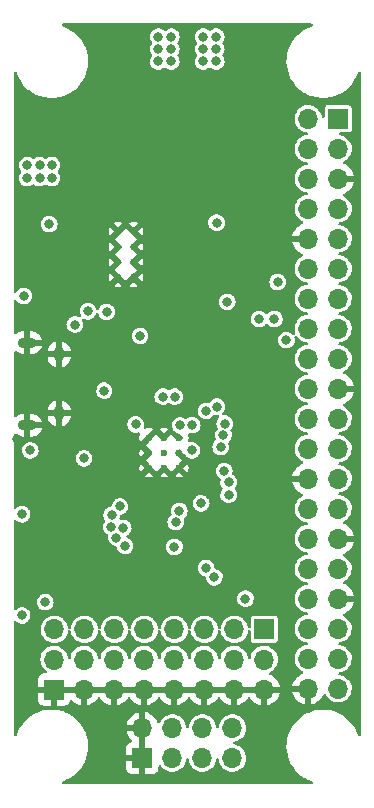
<source format=gbr>
%TF.GenerationSoftware,KiCad,Pcbnew,(6.0.0-0)*%
%TF.CreationDate,2022-06-22T07:40:47-04:00*%
%TF.ProjectId,hermes_v1,6865726d-6573-45f7-9631-2e6b69636164,rev?*%
%TF.SameCoordinates,Original*%
%TF.FileFunction,Copper,L2,Inr*%
%TF.FilePolarity,Positive*%
%FSLAX46Y46*%
G04 Gerber Fmt 4.6, Leading zero omitted, Abs format (unit mm)*
G04 Created by KiCad (PCBNEW (6.0.0-0)) date 2022-06-22 07:40:47*
%MOMM*%
%LPD*%
G01*
G04 APERTURE LIST*
%TA.AperFunction,ComponentPad*%
%ADD10C,0.600000*%
%TD*%
%TA.AperFunction,ComponentPad*%
%ADD11O,1.550000X0.890000*%
%TD*%
%TA.AperFunction,ComponentPad*%
%ADD12O,0.950000X1.250000*%
%TD*%
%TA.AperFunction,ComponentPad*%
%ADD13R,1.700000X1.700000*%
%TD*%
%TA.AperFunction,ComponentPad*%
%ADD14O,1.700000X1.700000*%
%TD*%
%TA.AperFunction,ViaPad*%
%ADD15C,0.800000*%
%TD*%
G04 APERTURE END LIST*
D10*
%TO.N,GND*%
%TO.C,U3*%
X252525000Y-69975000D03*
X253800000Y-69975000D03*
X252525000Y-72525000D03*
X253800000Y-72525000D03*
X251250000Y-72525000D03*
X251250000Y-69975000D03*
X253800000Y-71250000D03*
X251250000Y-71250000D03*
X252525000Y-71250000D03*
%TD*%
D11*
%TO.N,GND*%
%TO.C,J2*%
X240950000Y-68925000D03*
X240950000Y-61925000D03*
D12*
X243650000Y-62925000D03*
X243650000Y-67925000D03*
%TD*%
D10*
%TO.N,GND*%
%TO.C,U6*%
X249950000Y-52500000D03*
X249950000Y-55100000D03*
X248650000Y-52500000D03*
X249950000Y-53800000D03*
X248650000Y-56400000D03*
X249950000Y-56400000D03*
X248650000Y-53800000D03*
X248650000Y-55100000D03*
%TD*%
D13*
%TO.N,GND*%
%TO.C,J3*%
X250700000Y-97100000D03*
D14*
X250700000Y-94560000D03*
%TO.N,FC_UART0_RX*%
X253240000Y-97100000D03*
%TO.N,FC_UART1_RX*%
X253240000Y-94560000D03*
%TO.N,FC_UART0_TX*%
X255780000Y-97100000D03*
%TO.N,FC_UART1_TX*%
X255780000Y-94560000D03*
%TO.N,+5V*%
X258320000Y-97100000D03*
%TO.N,3V3_IO*%
X258320000Y-94560000D03*
%TD*%
D13*
%TO.N,+5V*%
%TO.C,J1*%
X267275000Y-42965000D03*
D14*
%TO.N,unconnected-(J1-Pad2)*%
X264735000Y-42965000D03*
%TO.N,+5V*%
X267275000Y-45505000D03*
%TO.N,unconnected-(J1-Pad4)*%
X264735000Y-45505000D03*
%TO.N,GND*%
X267275000Y-48045000D03*
%TO.N,unconnected-(J1-Pad6)*%
X264735000Y-48045000D03*
%TO.N,unconnected-(J1-Pad7)*%
X267275000Y-50585000D03*
%TO.N,unconnected-(J1-Pad8)*%
X264735000Y-50585000D03*
%TO.N,unconnected-(J1-Pad9)*%
X267275000Y-53125000D03*
%TO.N,GND*%
X264735000Y-53125000D03*
%TO.N,unconnected-(J1-Pad11)*%
X267275000Y-55665000D03*
%TO.N,unconnected-(J1-Pad12)*%
X264735000Y-55665000D03*
%TO.N,unconnected-(J1-Pad13)*%
X267275000Y-58205000D03*
%TO.N,unconnected-(J1-Pad14)*%
X264735000Y-58205000D03*
%TO.N,unconnected-(J1-Pad15)*%
X267275000Y-60745000D03*
%TO.N,unconnected-(J1-Pad16)*%
X264735000Y-60745000D03*
%TO.N,unconnected-(J1-Pad17)*%
X267275000Y-63285000D03*
%TO.N,unconnected-(J1-Pad18)*%
X264735000Y-63285000D03*
%TO.N,GND*%
X267275000Y-65825000D03*
%TO.N,unconnected-(J1-Pad20)*%
X264735000Y-65825000D03*
%TO.N,unconnected-(J1-Pad21)*%
X267275000Y-68365000D03*
%TO.N,unconnected-(J1-Pad22)*%
X264735000Y-68365000D03*
%TO.N,unconnected-(J1-Pad23)*%
X267275000Y-70905000D03*
%TO.N,unconnected-(J1-Pad24)*%
X264735000Y-70905000D03*
%TO.N,unconnected-(J1-Pad25)*%
X267275000Y-73445000D03*
%TO.N,GND*%
X264735000Y-73445000D03*
%TO.N,unconnected-(J1-Pad27)*%
X267275000Y-75985000D03*
%TO.N,unconnected-(J1-Pad28)*%
X264735000Y-75985000D03*
%TO.N,GND*%
X267275000Y-78525000D03*
%TO.N,unconnected-(J1-Pad30)*%
X264735000Y-78525000D03*
%TO.N,unconnected-(J1-Pad31)*%
X267275000Y-81065000D03*
%TO.N,unconnected-(J1-Pad32)*%
X264735000Y-81065000D03*
%TO.N,GND*%
X267275000Y-83605000D03*
%TO.N,unconnected-(J1-Pad34)*%
X264735000Y-83605000D03*
%TO.N,unconnected-(J1-Pad35)*%
X267275000Y-86145000D03*
%TO.N,unconnected-(J1-Pad36)*%
X264735000Y-86145000D03*
%TO.N,unconnected-(J1-Pad37)*%
X267275000Y-88685000D03*
%TO.N,unconnected-(J1-Pad38)*%
X264735000Y-88685000D03*
%TO.N,unconnected-(J1-Pad39)*%
X267275000Y-91225000D03*
%TO.N,GND*%
X264735000Y-91225000D03*
%TD*%
D13*
%TO.N,FC_SERVO_1*%
%TO.C,J8*%
X261025000Y-86200000D03*
D14*
%TO.N,FC_SERVO_2*%
X258485000Y-86200000D03*
%TO.N,FC_SERVO_3*%
X255945000Y-86200000D03*
%TO.N,FC_SERVO_4*%
X253405000Y-86200000D03*
%TO.N,FC_SERVO_5*%
X250865000Y-86200000D03*
%TO.N,FC_SERVO_6*%
X248325000Y-86200000D03*
%TO.N,FC_SERVO_7*%
X245785000Y-86200000D03*
%TO.N,FC_RADIO_PPM*%
X243245000Y-86200000D03*
%TD*%
D13*
%TO.N,GND*%
%TO.C,J9*%
X243225000Y-91300000D03*
D14*
%TO.N,+5V*%
X243225000Y-88760000D03*
%TO.N,GND*%
X245765000Y-91300000D03*
%TO.N,+5V*%
X245765000Y-88760000D03*
%TO.N,GND*%
X248305000Y-91300000D03*
%TO.N,+5V*%
X248305000Y-88760000D03*
%TO.N,GND*%
X250845000Y-91300000D03*
%TO.N,+5V*%
X250845000Y-88760000D03*
%TO.N,GND*%
X253385000Y-91300000D03*
%TO.N,+5V*%
X253385000Y-88760000D03*
%TO.N,GND*%
X255925000Y-91300000D03*
%TO.N,+5V*%
X255925000Y-88760000D03*
%TO.N,GND*%
X258465000Y-91300000D03*
%TO.N,+5V*%
X258465000Y-88760000D03*
%TO.N,GND*%
X261005000Y-91300000D03*
%TO.N,+5V*%
X261005000Y-88760000D03*
%TD*%
D15*
%TO.N,GND*%
X241000000Y-42550000D03*
X241000000Y-43650000D03*
X243100000Y-43650000D03*
X243100000Y-42550000D03*
X242050000Y-43650000D03*
X242050000Y-42550000D03*
X249250000Y-37075000D03*
X248150000Y-37075000D03*
X249250000Y-36025000D03*
X248150000Y-36025000D03*
X248150000Y-38125000D03*
X249250000Y-38125000D03*
X259750000Y-38125000D03*
X260850000Y-37075000D03*
X259750000Y-37075000D03*
X260850000Y-38125000D03*
X260850000Y-36025000D03*
X259750000Y-36025000D03*
X240075000Y-70075000D03*
X254250000Y-52175000D03*
X261525000Y-51800000D03*
X252325000Y-49225000D03*
X244450000Y-80075000D03*
X258750000Y-72650000D03*
X244250000Y-54250000D03*
X258625000Y-48100000D03*
X244400000Y-49700000D03*
X241642878Y-72767878D03*
X261915000Y-76425000D03*
X262115000Y-82050000D03*
X250975000Y-40025000D03*
X258900000Y-65600000D03*
X242835000Y-58065000D03*
X253850000Y-57100000D03*
X247625000Y-42225000D03*
X255340000Y-61592500D03*
X240700000Y-51837500D03*
X257715000Y-82325000D03*
X246425000Y-65875000D03*
X258725000Y-75900000D03*
X257315000Y-61592500D03*
%TO.N,+1V1*%
X257329128Y-70750500D03*
X245761881Y-71723876D03*
X247450000Y-65990000D03*
%TO.N,+3V3*%
X262150000Y-56800000D03*
X262900000Y-61725000D03*
%TO.N,VCC*%
X240950000Y-46900000D03*
X242000000Y-46900000D03*
X242000000Y-48000000D03*
X243050000Y-48000000D03*
X243050000Y-46900000D03*
X253150000Y-36025000D03*
X253150000Y-37075000D03*
X252050000Y-36025000D03*
X253150000Y-38125000D03*
X252050000Y-38125000D03*
X252050000Y-37075000D03*
X256950000Y-37075000D03*
X255850000Y-38125000D03*
X256950000Y-36025000D03*
X255850000Y-37075000D03*
X256950000Y-38125000D03*
X255850000Y-36025000D03*
X240950000Y-48000000D03*
%TO.N,+5V*%
X257890000Y-58470000D03*
%TO.N,FC_STATUS_BLUE*%
X250500000Y-61350000D03*
X252425000Y-66500000D03*
%TO.N,FC_STATUS_RED*%
X247675000Y-59325000D03*
X253919729Y-68938809D03*
%TO.N,FC_STATUS_GREEN*%
X246100000Y-59275000D03*
X253424503Y-66500000D03*
%TO.N,FC_BOOTSEL*%
X242475000Y-83899500D03*
X240655000Y-57995000D03*
%TO.N,FC_RUN*%
X242825000Y-51887500D03*
X254919075Y-68921123D03*
%TO.N,FC_USB_VBUS*%
X261875000Y-59925000D03*
X241210000Y-71050000D03*
X244975000Y-60400000D03*
%TO.N,FC_SERVO_1*%
X259425000Y-83600000D03*
X257631540Y-72795314D03*
%TO.N,FC_SERVO_5*%
X255677574Y-75533514D03*
X253416941Y-79225000D03*
%TO.N,FC_I2C0_SCL*%
X257998539Y-74800000D03*
X256100000Y-81000000D03*
X249227589Y-79128715D03*
%TO.N,FC_I2C0_SDA*%
X257998540Y-73725000D03*
X248500911Y-78429215D03*
X256800000Y-81800000D03*
%TO.N,FC_SWCLK*%
X257560982Y-69778262D03*
%TO.N,FC_SWD*%
X257668069Y-68784514D03*
%TO.N,REG_5VIN*%
X256975000Y-51775000D03*
X260575000Y-59925000D03*
%TO.N,FC_SPI0_CS*%
X248093245Y-76506755D03*
%TO.N,FC_SPI0_MOSI*%
X249079368Y-77605774D03*
%TO.N,FC_SPI0_SCK*%
X248075000Y-77525000D03*
%TO.N,FC_SPI0_MISO*%
X248800000Y-75800000D03*
%TO.N,FC_UART1_TX*%
X253824500Y-76175000D03*
%TO.N,FC_UART1_RX*%
X253519313Y-77126768D03*
%TO.N,FC_UART0_TX*%
X257014326Y-67358427D03*
%TO.N,FC_UART0_RX*%
X256075000Y-67700000D03*
%TO.N,/FlightControlComputer/3V_MCU*%
X250125000Y-68850000D03*
X254900000Y-71050000D03*
%TO.N,3V3_IO*%
X240520000Y-85030000D03*
X240520000Y-76460000D03*
%TD*%
%TA.AperFunction,Conductor*%
%TO.N,GND*%
G36*
X265084032Y-34920002D02*
G01*
X265130525Y-34973658D01*
X265140629Y-35043932D01*
X265111135Y-35108512D01*
X265051170Y-35146966D01*
X264963341Y-35172566D01*
X264960039Y-35173951D01*
X264960038Y-35173951D01*
X264750883Y-35261657D01*
X264638610Y-35308737D01*
X264534406Y-35367094D01*
X264334498Y-35479047D01*
X264334493Y-35479050D01*
X264331381Y-35480793D01*
X264328485Y-35482878D01*
X264328480Y-35482881D01*
X264259347Y-35532650D01*
X264045605Y-35686523D01*
X264042969Y-35688917D01*
X264042967Y-35688919D01*
X263866166Y-35849513D01*
X263784954Y-35923281D01*
X263708833Y-36010080D01*
X263568845Y-36169706D01*
X263552781Y-36188023D01*
X263550749Y-36190952D01*
X263550746Y-36190956D01*
X263478150Y-36295604D01*
X263352071Y-36477347D01*
X263350380Y-36480494D01*
X263350377Y-36480499D01*
X263275280Y-36620261D01*
X263185402Y-36787532D01*
X263054919Y-37114590D01*
X262962299Y-37454317D01*
X262961757Y-37457839D01*
X262931745Y-37652831D01*
X262908732Y-37802345D01*
X262908592Y-37805909D01*
X262895475Y-38139778D01*
X262894908Y-38154200D01*
X262921004Y-38505358D01*
X262986684Y-38851304D01*
X263091104Y-39187592D01*
X263232921Y-39509897D01*
X263410313Y-39814076D01*
X263620999Y-40096219D01*
X263623443Y-40098817D01*
X263623448Y-40098823D01*
X263859820Y-40350093D01*
X263862270Y-40352697D01*
X263864999Y-40355007D01*
X264054652Y-40515560D01*
X264131024Y-40580214D01*
X264423807Y-40775845D01*
X264426989Y-40777484D01*
X264426991Y-40777485D01*
X264733670Y-40935436D01*
X264733675Y-40935438D01*
X264736853Y-40937075D01*
X264740194Y-40938341D01*
X264740199Y-40938343D01*
X264971696Y-41026049D01*
X265066139Y-41061830D01*
X265069603Y-41062710D01*
X265069607Y-41062711D01*
X265403963Y-41147627D01*
X265403971Y-41147629D01*
X265407430Y-41148507D01*
X265579152Y-41171878D01*
X265753347Y-41195585D01*
X265753354Y-41195586D01*
X265756340Y-41195992D01*
X265871081Y-41200500D01*
X266089198Y-41200500D01*
X266230756Y-41192462D01*
X266347992Y-41185805D01*
X266347999Y-41185804D01*
X266351560Y-41185602D01*
X266489883Y-41161834D01*
X266695082Y-41126575D01*
X266695090Y-41126573D01*
X266698600Y-41125970D01*
X266702025Y-41124972D01*
X266702028Y-41124971D01*
X267033221Y-41028436D01*
X267036659Y-41027434D01*
X267361390Y-40891263D01*
X267564556Y-40777485D01*
X267665502Y-40720953D01*
X267665507Y-40720950D01*
X267668619Y-40719207D01*
X267671515Y-40717122D01*
X267671520Y-40717119D01*
X267818239Y-40611496D01*
X267954395Y-40513477D01*
X268128858Y-40355007D01*
X268212405Y-40279118D01*
X268212406Y-40279117D01*
X268215046Y-40276719D01*
X268447219Y-40011977D01*
X268647929Y-39722653D01*
X268814598Y-39412468D01*
X268945081Y-39085410D01*
X268946021Y-39081961D01*
X268946024Y-39081953D01*
X268952437Y-39058429D01*
X268989652Y-38997968D01*
X269053647Y-38967225D01*
X269124104Y-38975960D01*
X269178654Y-39021402D01*
X269200000Y-39091570D01*
X269200000Y-95119230D01*
X269179998Y-95187351D01*
X269126342Y-95233844D01*
X269056068Y-95243948D01*
X268991488Y-95214454D01*
X268953668Y-95156594D01*
X268909961Y-95015836D01*
X268909955Y-95015820D01*
X268908896Y-95012408D01*
X268886912Y-94962446D01*
X268768522Y-94693382D01*
X268768520Y-94693379D01*
X268767079Y-94690103D01*
X268589687Y-94385924D01*
X268379001Y-94103781D01*
X268376557Y-94101183D01*
X268376552Y-94101177D01*
X268140180Y-93849907D01*
X268140176Y-93849904D01*
X268137730Y-93847303D01*
X267947809Y-93686523D01*
X267871698Y-93622090D01*
X267871694Y-93622087D01*
X267868976Y-93619786D01*
X267756674Y-93544748D01*
X267579170Y-93426144D01*
X267579168Y-93426143D01*
X267576193Y-93424155D01*
X267550459Y-93410901D01*
X267266330Y-93264564D01*
X267266325Y-93264562D01*
X267263147Y-93262925D01*
X267259806Y-93261659D01*
X267259801Y-93261657D01*
X266937205Y-93139437D01*
X266937206Y-93139437D01*
X266933861Y-93138170D01*
X266930397Y-93137290D01*
X266930393Y-93137289D01*
X266596037Y-93052373D01*
X266596029Y-93052371D01*
X266592570Y-93051493D01*
X266420848Y-93028122D01*
X266246653Y-93004415D01*
X266246646Y-93004414D01*
X266243660Y-93004008D01*
X266128919Y-92999500D01*
X265910802Y-92999500D01*
X265769244Y-93007538D01*
X265652008Y-93014195D01*
X265652001Y-93014196D01*
X265648440Y-93014398D01*
X265510117Y-93038166D01*
X265304918Y-93073425D01*
X265304910Y-93073427D01*
X265301400Y-93074030D01*
X265297975Y-93075028D01*
X265297972Y-93075029D01*
X265084370Y-93137289D01*
X264963341Y-93172566D01*
X264960039Y-93173951D01*
X264960038Y-93173951D01*
X264790632Y-93244989D01*
X264638610Y-93308737D01*
X264484996Y-93394765D01*
X264334498Y-93479047D01*
X264334493Y-93479050D01*
X264331381Y-93480793D01*
X264328485Y-93482878D01*
X264328480Y-93482881D01*
X264242542Y-93544748D01*
X264045605Y-93686523D01*
X264042969Y-93688917D01*
X264042967Y-93688919D01*
X263865733Y-93849907D01*
X263784954Y-93923281D01*
X263552781Y-94188023D01*
X263352071Y-94477347D01*
X263350380Y-94480494D01*
X263350377Y-94480499D01*
X263277160Y-94616763D01*
X263185402Y-94787532D01*
X263054919Y-95114590D01*
X262962299Y-95454317D01*
X262961757Y-95457839D01*
X262909605Y-95796676D01*
X262908732Y-95802345D01*
X262908592Y-95805909D01*
X262895765Y-96132396D01*
X262894908Y-96154200D01*
X262898708Y-96205328D01*
X262920356Y-96496633D01*
X262921004Y-96505358D01*
X262986684Y-96851304D01*
X262987742Y-96854713D01*
X262987744Y-96854719D01*
X263027961Y-96984239D01*
X263091104Y-97187592D01*
X263092545Y-97190867D01*
X263224577Y-97490933D01*
X263232921Y-97509897D01*
X263410313Y-97814076D01*
X263620999Y-98096219D01*
X263623443Y-98098817D01*
X263623448Y-98098823D01*
X263818082Y-98305724D01*
X263862270Y-98352697D01*
X263970655Y-98444452D01*
X264086301Y-98542353D01*
X264131024Y-98580214D01*
X264133988Y-98582194D01*
X264133990Y-98582196D01*
X264335917Y-98717119D01*
X264423807Y-98775845D01*
X264426989Y-98777484D01*
X264426991Y-98777485D01*
X264733670Y-98935436D01*
X264733675Y-98935438D01*
X264736853Y-98937075D01*
X264740194Y-98938341D01*
X264740199Y-98938343D01*
X264763453Y-98947153D01*
X265042923Y-99053034D01*
X265051208Y-99056173D01*
X265107823Y-99099012D01*
X265132291Y-99165659D01*
X265116842Y-99234955D01*
X265066381Y-99284897D01*
X265006567Y-99300000D01*
X243984089Y-99300000D01*
X243915968Y-99279998D01*
X243869475Y-99226342D01*
X243859371Y-99156068D01*
X243888865Y-99091488D01*
X243948830Y-99053034D01*
X244009590Y-99035324D01*
X244036659Y-99027434D01*
X244063588Y-99016142D01*
X244358092Y-98892646D01*
X244361390Y-98891263D01*
X244564556Y-98777485D01*
X244665502Y-98720953D01*
X244665507Y-98720950D01*
X244668619Y-98719207D01*
X244671515Y-98717122D01*
X244671520Y-98717119D01*
X244818239Y-98611496D01*
X244954395Y-98513477D01*
X245017312Y-98456328D01*
X245212405Y-98279118D01*
X245212406Y-98279117D01*
X245215046Y-98276719D01*
X245398435Y-98067604D01*
X245444868Y-98014658D01*
X245444869Y-98014656D01*
X245447219Y-98011977D01*
X245459226Y-97994669D01*
X249342001Y-97994669D01*
X249342371Y-98001490D01*
X249347895Y-98052352D01*
X249351521Y-98067604D01*
X249396676Y-98188054D01*
X249405214Y-98203649D01*
X249481715Y-98305724D01*
X249494276Y-98318285D01*
X249596351Y-98394786D01*
X249611946Y-98403324D01*
X249732394Y-98448478D01*
X249747649Y-98452105D01*
X249798514Y-98457631D01*
X249805328Y-98458000D01*
X250427885Y-98458000D01*
X250443124Y-98453525D01*
X250444329Y-98452135D01*
X250446000Y-98444452D01*
X250446000Y-98439884D01*
X250954000Y-98439884D01*
X250958475Y-98455123D01*
X250959865Y-98456328D01*
X250967548Y-98457999D01*
X251594669Y-98457999D01*
X251601490Y-98457629D01*
X251652352Y-98452105D01*
X251667604Y-98448479D01*
X251788054Y-98403324D01*
X251803649Y-98394786D01*
X251905724Y-98318285D01*
X251918285Y-98305724D01*
X251994786Y-98203649D01*
X252003324Y-98188054D01*
X252048478Y-98067606D01*
X252052105Y-98052351D01*
X252057631Y-98001486D01*
X252058000Y-97994672D01*
X252058000Y-97817684D01*
X252078002Y-97749563D01*
X252131658Y-97703070D01*
X252201932Y-97692966D01*
X252266512Y-97722460D01*
X252286895Y-97744962D01*
X252361405Y-97850391D01*
X252512865Y-97997937D01*
X252517661Y-98001142D01*
X252517664Y-98001144D01*
X252617129Y-98067604D01*
X252688677Y-98115411D01*
X252693985Y-98117692D01*
X252693986Y-98117692D01*
X252877650Y-98196600D01*
X252877653Y-98196601D01*
X252882953Y-98198878D01*
X252888582Y-98200152D01*
X252888583Y-98200152D01*
X253083550Y-98244269D01*
X253083553Y-98244269D01*
X253089186Y-98245544D01*
X253094957Y-98245771D01*
X253094959Y-98245771D01*
X253156989Y-98248208D01*
X253300470Y-98253846D01*
X253306179Y-98253018D01*
X253306183Y-98253018D01*
X253504015Y-98224333D01*
X253504019Y-98224332D01*
X253509730Y-98223504D01*
X253614163Y-98188054D01*
X253704483Y-98157395D01*
X253704488Y-98157393D01*
X253709955Y-98155537D01*
X253714998Y-98152713D01*
X253889395Y-98055046D01*
X253889399Y-98055043D01*
X253894442Y-98052219D01*
X254057012Y-97917012D01*
X254192219Y-97754442D01*
X254195043Y-97749399D01*
X254195046Y-97749395D01*
X254292713Y-97574998D01*
X254292714Y-97574996D01*
X254295537Y-97569955D01*
X254297393Y-97564488D01*
X254297395Y-97564483D01*
X254361647Y-97375200D01*
X254363504Y-97369730D01*
X254364333Y-97364015D01*
X254385090Y-97220860D01*
X254414660Y-97156315D01*
X254474432Y-97118003D01*
X254545429Y-97118087D01*
X254605109Y-97156542D01*
X254634525Y-97221158D01*
X254635515Y-97230695D01*
X254638796Y-97280749D01*
X254640217Y-97286345D01*
X254640218Y-97286350D01*
X254687044Y-97470724D01*
X254690845Y-97485690D01*
X254693262Y-97490933D01*
X254726840Y-97563769D01*
X254779369Y-97677714D01*
X254901405Y-97850391D01*
X255052865Y-97997937D01*
X255057661Y-98001142D01*
X255057664Y-98001144D01*
X255157129Y-98067604D01*
X255228677Y-98115411D01*
X255233985Y-98117692D01*
X255233986Y-98117692D01*
X255417650Y-98196600D01*
X255417653Y-98196601D01*
X255422953Y-98198878D01*
X255428582Y-98200152D01*
X255428583Y-98200152D01*
X255623550Y-98244269D01*
X255623553Y-98244269D01*
X255629186Y-98245544D01*
X255634957Y-98245771D01*
X255634959Y-98245771D01*
X255696989Y-98248208D01*
X255840470Y-98253846D01*
X255846179Y-98253018D01*
X255846183Y-98253018D01*
X256044015Y-98224333D01*
X256044019Y-98224332D01*
X256049730Y-98223504D01*
X256154163Y-98188054D01*
X256244483Y-98157395D01*
X256244488Y-98157393D01*
X256249955Y-98155537D01*
X256254998Y-98152713D01*
X256429395Y-98055046D01*
X256429399Y-98055043D01*
X256434442Y-98052219D01*
X256597012Y-97917012D01*
X256732219Y-97754442D01*
X256735043Y-97749399D01*
X256735046Y-97749395D01*
X256832713Y-97574998D01*
X256832714Y-97574996D01*
X256835537Y-97569955D01*
X256837393Y-97564488D01*
X256837395Y-97564483D01*
X256901647Y-97375200D01*
X256903504Y-97369730D01*
X256904333Y-97364015D01*
X256925090Y-97220860D01*
X256954660Y-97156315D01*
X257014432Y-97118003D01*
X257085429Y-97118087D01*
X257145109Y-97156542D01*
X257174525Y-97221158D01*
X257175515Y-97230695D01*
X257178796Y-97280749D01*
X257180217Y-97286345D01*
X257180218Y-97286350D01*
X257227044Y-97470724D01*
X257230845Y-97485690D01*
X257233262Y-97490933D01*
X257266840Y-97563769D01*
X257319369Y-97677714D01*
X257441405Y-97850391D01*
X257592865Y-97997937D01*
X257597661Y-98001142D01*
X257597664Y-98001144D01*
X257697129Y-98067604D01*
X257768677Y-98115411D01*
X257773985Y-98117692D01*
X257773986Y-98117692D01*
X257957650Y-98196600D01*
X257957653Y-98196601D01*
X257962953Y-98198878D01*
X257968582Y-98200152D01*
X257968583Y-98200152D01*
X258163550Y-98244269D01*
X258163553Y-98244269D01*
X258169186Y-98245544D01*
X258174957Y-98245771D01*
X258174959Y-98245771D01*
X258236989Y-98248208D01*
X258380470Y-98253846D01*
X258386179Y-98253018D01*
X258386183Y-98253018D01*
X258584015Y-98224333D01*
X258584019Y-98224332D01*
X258589730Y-98223504D01*
X258694163Y-98188054D01*
X258784483Y-98157395D01*
X258784488Y-98157393D01*
X258789955Y-98155537D01*
X258794998Y-98152713D01*
X258969395Y-98055046D01*
X258969399Y-98055043D01*
X258974442Y-98052219D01*
X259137012Y-97917012D01*
X259272219Y-97754442D01*
X259275043Y-97749399D01*
X259275046Y-97749395D01*
X259372713Y-97574998D01*
X259372714Y-97574996D01*
X259375537Y-97569955D01*
X259377393Y-97564488D01*
X259377395Y-97564483D01*
X259441647Y-97375200D01*
X259443504Y-97369730D01*
X259444935Y-97359865D01*
X259473314Y-97164140D01*
X259473314Y-97164138D01*
X259473846Y-97160470D01*
X259475429Y-97100000D01*
X259456081Y-96889440D01*
X259443359Y-96844329D01*
X259416509Y-96749127D01*
X259398686Y-96685931D01*
X259387553Y-96663354D01*
X259307719Y-96501469D01*
X259305165Y-96496290D01*
X259178651Y-96326867D01*
X259047171Y-96205328D01*
X259027622Y-96187257D01*
X259027620Y-96187255D01*
X259023381Y-96183337D01*
X258844554Y-96070505D01*
X258648160Y-95992152D01*
X258642503Y-95991027D01*
X258642497Y-95991025D01*
X258445234Y-95951788D01*
X258382324Y-95918881D01*
X258347192Y-95857186D01*
X258350992Y-95786291D01*
X258392517Y-95728705D01*
X258451734Y-95703513D01*
X258584015Y-95684333D01*
X258584019Y-95684332D01*
X258589730Y-95683504D01*
X258668987Y-95656600D01*
X258784483Y-95617395D01*
X258784488Y-95617393D01*
X258789955Y-95615537D01*
X258817238Y-95600258D01*
X258969395Y-95515046D01*
X258969399Y-95515043D01*
X258974442Y-95512219D01*
X259137012Y-95377012D01*
X259272219Y-95214442D01*
X259275043Y-95209399D01*
X259275046Y-95209395D01*
X259372713Y-95034998D01*
X259372714Y-95034996D01*
X259375537Y-95029955D01*
X259377393Y-95024488D01*
X259377395Y-95024483D01*
X259441647Y-94835200D01*
X259443504Y-94829730D01*
X259449141Y-94790858D01*
X259473314Y-94624140D01*
X259473314Y-94624138D01*
X259473846Y-94620470D01*
X259475429Y-94560000D01*
X259456081Y-94349440D01*
X259398686Y-94145931D01*
X259389692Y-94127692D01*
X259307719Y-93961469D01*
X259305165Y-93956290D01*
X259178651Y-93786867D01*
X259023381Y-93643337D01*
X258844554Y-93530505D01*
X258648160Y-93452152D01*
X258642503Y-93451027D01*
X258642497Y-93451025D01*
X258446442Y-93412028D01*
X258446440Y-93412028D01*
X258440775Y-93410901D01*
X258435000Y-93410825D01*
X258434996Y-93410825D01*
X258328976Y-93409437D01*
X258229346Y-93408133D01*
X258223649Y-93409112D01*
X258223648Y-93409112D01*
X258026650Y-93442962D01*
X258026649Y-93442962D01*
X258020953Y-93443941D01*
X257822575Y-93517127D01*
X257817614Y-93520079D01*
X257817613Y-93520079D01*
X257800089Y-93530505D01*
X257640856Y-93625238D01*
X257481881Y-93764655D01*
X257350976Y-93930708D01*
X257348287Y-93935819D01*
X257348285Y-93935822D01*
X257334792Y-93961469D01*
X257252523Y-94117836D01*
X257189820Y-94319773D01*
X257189141Y-94325510D01*
X257175088Y-94444239D01*
X257147217Y-94509537D01*
X257088469Y-94549401D01*
X257017494Y-94551174D01*
X256956828Y-94514295D01*
X256925730Y-94450471D01*
X256924490Y-94440958D01*
X256919718Y-94389016D01*
X256916081Y-94349440D01*
X256858686Y-94145931D01*
X256849692Y-94127692D01*
X256767719Y-93961469D01*
X256765165Y-93956290D01*
X256638651Y-93786867D01*
X256483381Y-93643337D01*
X256304554Y-93530505D01*
X256108160Y-93452152D01*
X256102503Y-93451027D01*
X256102497Y-93451025D01*
X255906442Y-93412028D01*
X255906440Y-93412028D01*
X255900775Y-93410901D01*
X255895000Y-93410825D01*
X255894996Y-93410825D01*
X255788976Y-93409437D01*
X255689346Y-93408133D01*
X255683649Y-93409112D01*
X255683648Y-93409112D01*
X255486650Y-93442962D01*
X255486649Y-93442962D01*
X255480953Y-93443941D01*
X255282575Y-93517127D01*
X255277614Y-93520079D01*
X255277613Y-93520079D01*
X255260089Y-93530505D01*
X255100856Y-93625238D01*
X254941881Y-93764655D01*
X254810976Y-93930708D01*
X254808287Y-93935819D01*
X254808285Y-93935822D01*
X254794792Y-93961469D01*
X254712523Y-94117836D01*
X254649820Y-94319773D01*
X254649141Y-94325510D01*
X254635088Y-94444239D01*
X254607217Y-94509537D01*
X254548469Y-94549401D01*
X254477494Y-94551174D01*
X254416828Y-94514295D01*
X254385730Y-94450471D01*
X254384490Y-94440958D01*
X254379718Y-94389016D01*
X254376081Y-94349440D01*
X254318686Y-94145931D01*
X254309692Y-94127692D01*
X254227719Y-93961469D01*
X254225165Y-93956290D01*
X254098651Y-93786867D01*
X253943381Y-93643337D01*
X253764554Y-93530505D01*
X253568160Y-93452152D01*
X253562503Y-93451027D01*
X253562497Y-93451025D01*
X253366442Y-93412028D01*
X253366440Y-93412028D01*
X253360775Y-93410901D01*
X253355000Y-93410825D01*
X253354996Y-93410825D01*
X253248976Y-93409437D01*
X253149346Y-93408133D01*
X253143649Y-93409112D01*
X253143648Y-93409112D01*
X252946650Y-93442962D01*
X252946649Y-93442962D01*
X252940953Y-93443941D01*
X252742575Y-93517127D01*
X252737614Y-93520079D01*
X252737613Y-93520079D01*
X252720089Y-93530505D01*
X252560856Y-93625238D01*
X252401881Y-93764655D01*
X252270976Y-93930708D01*
X252268287Y-93935819D01*
X252268285Y-93935822D01*
X252194155Y-94076720D01*
X252144736Y-94127692D01*
X252075603Y-94143855D01*
X252008707Y-94120076D01*
X251967097Y-94068294D01*
X251902971Y-93920814D01*
X251898105Y-93911739D01*
X251782426Y-93732926D01*
X251776136Y-93724757D01*
X251632806Y-93567240D01*
X251625273Y-93560215D01*
X251458139Y-93428222D01*
X251449552Y-93422517D01*
X251263117Y-93319599D01*
X251253705Y-93315369D01*
X251052959Y-93244280D01*
X251042988Y-93241646D01*
X250971837Y-93228972D01*
X250958540Y-93230432D01*
X250954000Y-93244989D01*
X250954000Y-98439884D01*
X250446000Y-98439884D01*
X250446000Y-97372115D01*
X250441525Y-97356876D01*
X250440135Y-97355671D01*
X250432452Y-97354000D01*
X249360116Y-97354000D01*
X249344877Y-97358475D01*
X249343672Y-97359865D01*
X249342001Y-97367548D01*
X249342001Y-97994669D01*
X245459226Y-97994669D01*
X245459753Y-97993910D01*
X245556521Y-97854418D01*
X245647929Y-97722653D01*
X245658452Y-97703070D01*
X245775254Y-97485690D01*
X245814598Y-97412468D01*
X245945081Y-97085410D01*
X246015290Y-96827885D01*
X249342000Y-96827885D01*
X249346475Y-96843124D01*
X249347865Y-96844329D01*
X249355548Y-96846000D01*
X250427885Y-96846000D01*
X250443124Y-96841525D01*
X250444329Y-96840135D01*
X250446000Y-96832452D01*
X250446000Y-94832115D01*
X250441525Y-94816876D01*
X250440135Y-94815671D01*
X250432452Y-94814000D01*
X249383225Y-94814000D01*
X249369694Y-94817973D01*
X249368257Y-94827966D01*
X249398565Y-94962446D01*
X249401645Y-94972275D01*
X249481770Y-95169603D01*
X249486413Y-95178794D01*
X249597694Y-95360388D01*
X249603777Y-95368699D01*
X249743213Y-95529667D01*
X249750578Y-95536881D01*
X249755966Y-95541354D01*
X249795599Y-95600258D01*
X249797095Y-95671239D01*
X249759978Y-95731761D01*
X249719707Y-95756278D01*
X249611948Y-95796675D01*
X249596351Y-95805214D01*
X249494276Y-95881715D01*
X249481715Y-95894276D01*
X249405214Y-95996351D01*
X249396676Y-96011946D01*
X249351522Y-96132394D01*
X249347895Y-96147649D01*
X249342369Y-96198514D01*
X249342000Y-96205328D01*
X249342000Y-96827885D01*
X246015290Y-96827885D01*
X246037701Y-96745683D01*
X246075239Y-96501796D01*
X246090726Y-96401178D01*
X246090726Y-96401174D01*
X246091268Y-96397655D01*
X246099688Y-96183337D01*
X246104952Y-96049370D01*
X246104952Y-96049365D01*
X246105092Y-96045800D01*
X246086579Y-95796676D01*
X246079261Y-95698204D01*
X246079260Y-95698199D01*
X246078996Y-95694642D01*
X246013316Y-95348696D01*
X246002673Y-95314418D01*
X245939592Y-95111267D01*
X245908896Y-95012408D01*
X245886912Y-94962446D01*
X245768522Y-94693382D01*
X245768520Y-94693379D01*
X245767079Y-94690103D01*
X245589687Y-94385924D01*
X245521181Y-94294183D01*
X249364389Y-94294183D01*
X249365912Y-94302607D01*
X249378292Y-94306000D01*
X250427885Y-94306000D01*
X250443124Y-94301525D01*
X250444329Y-94300135D01*
X250446000Y-94292452D01*
X250446000Y-93243102D01*
X250442082Y-93229758D01*
X250427806Y-93227771D01*
X250389324Y-93233660D01*
X250379288Y-93236051D01*
X250176868Y-93302212D01*
X250167359Y-93306209D01*
X249978463Y-93404542D01*
X249969738Y-93410036D01*
X249799433Y-93537905D01*
X249791726Y-93544748D01*
X249644590Y-93698717D01*
X249638104Y-93706727D01*
X249518098Y-93882649D01*
X249513000Y-93891623D01*
X249423338Y-94084783D01*
X249419775Y-94094470D01*
X249364389Y-94294183D01*
X245521181Y-94294183D01*
X245379001Y-94103781D01*
X245376557Y-94101183D01*
X245376552Y-94101177D01*
X245140180Y-93849907D01*
X245140176Y-93849904D01*
X245137730Y-93847303D01*
X244947809Y-93686523D01*
X244871698Y-93622090D01*
X244871694Y-93622087D01*
X244868976Y-93619786D01*
X244756674Y-93544748D01*
X244579170Y-93426144D01*
X244579168Y-93426143D01*
X244576193Y-93424155D01*
X244550459Y-93410901D01*
X244266330Y-93264564D01*
X244266325Y-93264562D01*
X244263147Y-93262925D01*
X244259806Y-93261659D01*
X244259801Y-93261657D01*
X243937205Y-93139437D01*
X243937206Y-93139437D01*
X243933861Y-93138170D01*
X243930397Y-93137290D01*
X243930393Y-93137289D01*
X243596037Y-93052373D01*
X243596029Y-93052371D01*
X243592570Y-93051493D01*
X243420848Y-93028122D01*
X243246653Y-93004415D01*
X243246646Y-93004414D01*
X243243660Y-93004008D01*
X243128919Y-92999500D01*
X242910802Y-92999500D01*
X242769244Y-93007538D01*
X242652008Y-93014195D01*
X242652001Y-93014196D01*
X242648440Y-93014398D01*
X242510117Y-93038166D01*
X242304918Y-93073425D01*
X242304910Y-93073427D01*
X242301400Y-93074030D01*
X242297975Y-93075028D01*
X242297972Y-93075029D01*
X242084370Y-93137289D01*
X241963341Y-93172566D01*
X241960039Y-93173951D01*
X241960038Y-93173951D01*
X241790632Y-93244989D01*
X241638610Y-93308737D01*
X241484996Y-93394765D01*
X241334498Y-93479047D01*
X241334493Y-93479050D01*
X241331381Y-93480793D01*
X241328485Y-93482878D01*
X241328480Y-93482881D01*
X241242542Y-93544748D01*
X241045605Y-93686523D01*
X241042969Y-93688917D01*
X241042967Y-93688919D01*
X240865733Y-93849907D01*
X240784954Y-93923281D01*
X240552781Y-94188023D01*
X240352071Y-94477347D01*
X240350380Y-94480494D01*
X240350377Y-94480499D01*
X240277160Y-94616763D01*
X240185402Y-94787532D01*
X240054919Y-95114590D01*
X240053979Y-95118039D01*
X240053976Y-95118047D01*
X240047563Y-95141571D01*
X240010348Y-95202032D01*
X239946353Y-95232775D01*
X239875896Y-95224040D01*
X239821346Y-95178598D01*
X239800000Y-95108430D01*
X239800000Y-92194669D01*
X241867001Y-92194669D01*
X241867371Y-92201490D01*
X241872895Y-92252352D01*
X241876521Y-92267604D01*
X241921676Y-92388054D01*
X241930214Y-92403649D01*
X242006715Y-92505724D01*
X242019276Y-92518285D01*
X242121351Y-92594786D01*
X242136946Y-92603324D01*
X242257394Y-92648478D01*
X242272649Y-92652105D01*
X242323514Y-92657631D01*
X242330328Y-92658000D01*
X242952885Y-92658000D01*
X242968124Y-92653525D01*
X242969329Y-92652135D01*
X242971000Y-92644452D01*
X242971000Y-92639884D01*
X243479000Y-92639884D01*
X243483475Y-92655123D01*
X243484865Y-92656328D01*
X243492548Y-92657999D01*
X244119669Y-92657999D01*
X244126490Y-92657629D01*
X244177352Y-92652105D01*
X244192604Y-92648479D01*
X244313054Y-92603324D01*
X244328649Y-92594786D01*
X244430724Y-92518285D01*
X244443285Y-92505724D01*
X244519786Y-92403649D01*
X244528325Y-92388052D01*
X244569425Y-92278418D01*
X244612066Y-92221653D01*
X244678628Y-92196953D01*
X244747977Y-92212160D01*
X244782645Y-92240150D01*
X244808219Y-92269674D01*
X244815580Y-92276883D01*
X244979434Y-92412916D01*
X244987881Y-92418831D01*
X245171756Y-92526279D01*
X245181042Y-92530729D01*
X245380001Y-92606703D01*
X245389899Y-92609579D01*
X245493250Y-92630606D01*
X245507299Y-92629410D01*
X245511000Y-92619065D01*
X245511000Y-92618517D01*
X246019000Y-92618517D01*
X246023064Y-92632359D01*
X246036478Y-92634393D01*
X246043184Y-92633534D01*
X246053262Y-92631392D01*
X246257255Y-92570191D01*
X246266842Y-92566433D01*
X246458095Y-92472739D01*
X246466945Y-92467464D01*
X246640328Y-92343792D01*
X246648200Y-92337139D01*
X246799052Y-92186812D01*
X246805730Y-92178965D01*
X246933022Y-92001819D01*
X246934147Y-92002627D01*
X246981669Y-91958876D01*
X247051607Y-91946661D01*
X247117046Y-91974197D01*
X247144870Y-92006028D01*
X247202690Y-92100383D01*
X247208777Y-92108699D01*
X247348213Y-92269667D01*
X247355580Y-92276883D01*
X247519434Y-92412916D01*
X247527881Y-92418831D01*
X247711756Y-92526279D01*
X247721042Y-92530729D01*
X247920001Y-92606703D01*
X247929899Y-92609579D01*
X248033250Y-92630606D01*
X248047299Y-92629410D01*
X248051000Y-92619065D01*
X248051000Y-92618517D01*
X248559000Y-92618517D01*
X248563064Y-92632359D01*
X248576478Y-92634393D01*
X248583184Y-92633534D01*
X248593262Y-92631392D01*
X248797255Y-92570191D01*
X248806842Y-92566433D01*
X248998095Y-92472739D01*
X249006945Y-92467464D01*
X249180328Y-92343792D01*
X249188200Y-92337139D01*
X249339052Y-92186812D01*
X249345730Y-92178965D01*
X249473022Y-92001819D01*
X249474147Y-92002627D01*
X249521669Y-91958876D01*
X249591607Y-91946661D01*
X249657046Y-91974197D01*
X249684870Y-92006028D01*
X249742690Y-92100383D01*
X249748777Y-92108699D01*
X249888213Y-92269667D01*
X249895580Y-92276883D01*
X250059434Y-92412916D01*
X250067881Y-92418831D01*
X250251756Y-92526279D01*
X250261042Y-92530729D01*
X250460001Y-92606703D01*
X250469899Y-92609579D01*
X250573250Y-92630606D01*
X250587299Y-92629410D01*
X250591000Y-92619065D01*
X250591000Y-92618517D01*
X251099000Y-92618517D01*
X251103064Y-92632359D01*
X251116478Y-92634393D01*
X251123184Y-92633534D01*
X251133262Y-92631392D01*
X251337255Y-92570191D01*
X251346842Y-92566433D01*
X251538095Y-92472739D01*
X251546945Y-92467464D01*
X251720328Y-92343792D01*
X251728200Y-92337139D01*
X251879052Y-92186812D01*
X251885730Y-92178965D01*
X252013022Y-92001819D01*
X252014147Y-92002627D01*
X252061669Y-91958876D01*
X252131607Y-91946661D01*
X252197046Y-91974197D01*
X252224870Y-92006028D01*
X252282690Y-92100383D01*
X252288777Y-92108699D01*
X252428213Y-92269667D01*
X252435580Y-92276883D01*
X252599434Y-92412916D01*
X252607881Y-92418831D01*
X252791756Y-92526279D01*
X252801042Y-92530729D01*
X253000001Y-92606703D01*
X253009899Y-92609579D01*
X253113250Y-92630606D01*
X253127299Y-92629410D01*
X253131000Y-92619065D01*
X253131000Y-92618517D01*
X253639000Y-92618517D01*
X253643064Y-92632359D01*
X253656478Y-92634393D01*
X253663184Y-92633534D01*
X253673262Y-92631392D01*
X253877255Y-92570191D01*
X253886842Y-92566433D01*
X254078095Y-92472739D01*
X254086945Y-92467464D01*
X254260328Y-92343792D01*
X254268200Y-92337139D01*
X254419052Y-92186812D01*
X254425730Y-92178965D01*
X254553022Y-92001819D01*
X254554147Y-92002627D01*
X254601669Y-91958876D01*
X254671607Y-91946661D01*
X254737046Y-91974197D01*
X254764870Y-92006028D01*
X254822690Y-92100383D01*
X254828777Y-92108699D01*
X254968213Y-92269667D01*
X254975580Y-92276883D01*
X255139434Y-92412916D01*
X255147881Y-92418831D01*
X255331756Y-92526279D01*
X255341042Y-92530729D01*
X255540001Y-92606703D01*
X255549899Y-92609579D01*
X255653250Y-92630606D01*
X255667299Y-92629410D01*
X255671000Y-92619065D01*
X255671000Y-92618517D01*
X256179000Y-92618517D01*
X256183064Y-92632359D01*
X256196478Y-92634393D01*
X256203184Y-92633534D01*
X256213262Y-92631392D01*
X256417255Y-92570191D01*
X256426842Y-92566433D01*
X256618095Y-92472739D01*
X256626945Y-92467464D01*
X256800328Y-92343792D01*
X256808200Y-92337139D01*
X256959052Y-92186812D01*
X256965730Y-92178965D01*
X257093022Y-92001819D01*
X257094147Y-92002627D01*
X257141669Y-91958876D01*
X257211607Y-91946661D01*
X257277046Y-91974197D01*
X257304870Y-92006028D01*
X257362690Y-92100383D01*
X257368777Y-92108699D01*
X257508213Y-92269667D01*
X257515580Y-92276883D01*
X257679434Y-92412916D01*
X257687881Y-92418831D01*
X257871756Y-92526279D01*
X257881042Y-92530729D01*
X258080001Y-92606703D01*
X258089899Y-92609579D01*
X258193250Y-92630606D01*
X258207299Y-92629410D01*
X258211000Y-92619065D01*
X258211000Y-92618517D01*
X258719000Y-92618517D01*
X258723064Y-92632359D01*
X258736478Y-92634393D01*
X258743184Y-92633534D01*
X258753262Y-92631392D01*
X258957255Y-92570191D01*
X258966842Y-92566433D01*
X259158095Y-92472739D01*
X259166945Y-92467464D01*
X259340328Y-92343792D01*
X259348200Y-92337139D01*
X259499052Y-92186812D01*
X259505730Y-92178965D01*
X259633022Y-92001819D01*
X259634147Y-92002627D01*
X259681669Y-91958876D01*
X259751607Y-91946661D01*
X259817046Y-91974197D01*
X259844870Y-92006028D01*
X259902690Y-92100383D01*
X259908777Y-92108699D01*
X260048213Y-92269667D01*
X260055580Y-92276883D01*
X260219434Y-92412916D01*
X260227881Y-92418831D01*
X260411756Y-92526279D01*
X260421042Y-92530729D01*
X260620001Y-92606703D01*
X260629899Y-92609579D01*
X260733250Y-92630606D01*
X260747299Y-92629410D01*
X260751000Y-92619065D01*
X260751000Y-92618517D01*
X261259000Y-92618517D01*
X261263064Y-92632359D01*
X261276478Y-92634393D01*
X261283184Y-92633534D01*
X261293262Y-92631392D01*
X261497255Y-92570191D01*
X261506842Y-92566433D01*
X261698095Y-92472739D01*
X261706945Y-92467464D01*
X261880328Y-92343792D01*
X261888200Y-92337139D01*
X262039052Y-92186812D01*
X262045730Y-92178965D01*
X262170003Y-92006020D01*
X262175313Y-91997183D01*
X262269670Y-91806267D01*
X262273469Y-91796672D01*
X262335377Y-91592910D01*
X262337555Y-91582837D01*
X262338986Y-91571962D01*
X262336775Y-91557778D01*
X262323617Y-91554000D01*
X261277115Y-91554000D01*
X261261876Y-91558475D01*
X261260671Y-91559865D01*
X261259000Y-91567548D01*
X261259000Y-92618517D01*
X260751000Y-92618517D01*
X260751000Y-91572115D01*
X260746525Y-91556876D01*
X260745135Y-91555671D01*
X260737452Y-91554000D01*
X258737115Y-91554000D01*
X258721876Y-91558475D01*
X258720671Y-91559865D01*
X258719000Y-91567548D01*
X258719000Y-92618517D01*
X258211000Y-92618517D01*
X258211000Y-91572115D01*
X258206525Y-91556876D01*
X258205135Y-91555671D01*
X258197452Y-91554000D01*
X256197115Y-91554000D01*
X256181876Y-91558475D01*
X256180671Y-91559865D01*
X256179000Y-91567548D01*
X256179000Y-92618517D01*
X255671000Y-92618517D01*
X255671000Y-91572115D01*
X255666525Y-91556876D01*
X255665135Y-91555671D01*
X255657452Y-91554000D01*
X253657115Y-91554000D01*
X253641876Y-91558475D01*
X253640671Y-91559865D01*
X253639000Y-91567548D01*
X253639000Y-92618517D01*
X253131000Y-92618517D01*
X253131000Y-91572115D01*
X253126525Y-91556876D01*
X253125135Y-91555671D01*
X253117452Y-91554000D01*
X251117115Y-91554000D01*
X251101876Y-91558475D01*
X251100671Y-91559865D01*
X251099000Y-91567548D01*
X251099000Y-92618517D01*
X250591000Y-92618517D01*
X250591000Y-91572115D01*
X250586525Y-91556876D01*
X250585135Y-91555671D01*
X250577452Y-91554000D01*
X248577115Y-91554000D01*
X248561876Y-91558475D01*
X248560671Y-91559865D01*
X248559000Y-91567548D01*
X248559000Y-92618517D01*
X248051000Y-92618517D01*
X248051000Y-91572115D01*
X248046525Y-91556876D01*
X248045135Y-91555671D01*
X248037452Y-91554000D01*
X246037115Y-91554000D01*
X246021876Y-91558475D01*
X246020671Y-91559865D01*
X246019000Y-91567548D01*
X246019000Y-92618517D01*
X245511000Y-92618517D01*
X245511000Y-91572115D01*
X245506525Y-91556876D01*
X245505135Y-91555671D01*
X245497452Y-91554000D01*
X243497115Y-91554000D01*
X243481876Y-91558475D01*
X243480671Y-91559865D01*
X243479000Y-91567548D01*
X243479000Y-92639884D01*
X242971000Y-92639884D01*
X242971000Y-91572115D01*
X242966525Y-91556876D01*
X242965135Y-91555671D01*
X242957452Y-91554000D01*
X241885116Y-91554000D01*
X241869877Y-91558475D01*
X241868672Y-91559865D01*
X241867001Y-91567548D01*
X241867001Y-92194669D01*
X239800000Y-92194669D01*
X239800000Y-91492966D01*
X263403257Y-91492966D01*
X263433565Y-91627446D01*
X263436645Y-91637275D01*
X263516770Y-91834603D01*
X263521413Y-91843794D01*
X263632694Y-92025388D01*
X263638777Y-92033699D01*
X263778213Y-92194667D01*
X263785580Y-92201883D01*
X263949434Y-92337916D01*
X263957881Y-92343831D01*
X264141756Y-92451279D01*
X264151042Y-92455729D01*
X264350001Y-92531703D01*
X264359899Y-92534579D01*
X264463250Y-92555606D01*
X264477299Y-92554410D01*
X264481000Y-92544065D01*
X264481000Y-91497115D01*
X264476525Y-91481876D01*
X264475135Y-91480671D01*
X264467452Y-91479000D01*
X263418225Y-91479000D01*
X263404694Y-91482973D01*
X263403257Y-91492966D01*
X239800000Y-91492966D01*
X239800000Y-91027885D01*
X241867000Y-91027885D01*
X241871475Y-91043124D01*
X241872865Y-91044329D01*
X241880548Y-91046000D01*
X262323344Y-91046000D01*
X262336875Y-91042027D01*
X262338180Y-91032947D01*
X262296214Y-90865875D01*
X262292894Y-90856124D01*
X262207972Y-90660814D01*
X262203105Y-90651739D01*
X262087426Y-90472926D01*
X262081136Y-90464757D01*
X261937806Y-90307240D01*
X261930273Y-90300215D01*
X261763139Y-90168222D01*
X261754552Y-90162517D01*
X261568117Y-90059599D01*
X261558705Y-90055369D01*
X261507178Y-90037122D01*
X261449642Y-89995528D01*
X261423726Y-89929430D01*
X261437660Y-89859814D01*
X261487672Y-89808415D01*
X261529211Y-89785152D01*
X261659442Y-89712219D01*
X261822012Y-89577012D01*
X261957219Y-89414442D01*
X261960043Y-89409399D01*
X261960046Y-89409395D01*
X262057713Y-89234998D01*
X262057714Y-89234996D01*
X262060537Y-89229955D01*
X262062393Y-89224488D01*
X262062395Y-89224483D01*
X262126647Y-89035200D01*
X262128504Y-89029730D01*
X262140208Y-88949015D01*
X262158314Y-88824140D01*
X262158314Y-88824138D01*
X262158846Y-88820470D01*
X262160429Y-88760000D01*
X262141081Y-88549440D01*
X262083686Y-88345931D01*
X262072553Y-88323354D01*
X261992719Y-88161469D01*
X261990165Y-88156290D01*
X261863651Y-87986867D01*
X261708381Y-87843337D01*
X261529554Y-87730505D01*
X261333160Y-87652152D01*
X261327503Y-87651027D01*
X261327497Y-87651025D01*
X261131442Y-87612028D01*
X261131440Y-87612028D01*
X261125775Y-87610901D01*
X261120000Y-87610825D01*
X261119996Y-87610825D01*
X261013976Y-87609437D01*
X260914346Y-87608133D01*
X260908649Y-87609112D01*
X260908648Y-87609112D01*
X260711650Y-87642962D01*
X260711649Y-87642962D01*
X260705953Y-87643941D01*
X260507575Y-87717127D01*
X260502614Y-87720079D01*
X260502613Y-87720079D01*
X260485089Y-87730505D01*
X260325856Y-87825238D01*
X260166881Y-87964655D01*
X260035976Y-88130708D01*
X260033287Y-88135819D01*
X260033285Y-88135822D01*
X260019792Y-88161469D01*
X259937523Y-88317836D01*
X259874820Y-88519773D01*
X259874141Y-88525510D01*
X259860088Y-88644239D01*
X259832217Y-88709537D01*
X259773469Y-88749401D01*
X259702494Y-88751174D01*
X259641828Y-88714295D01*
X259610730Y-88650471D01*
X259609490Y-88640958D01*
X259609338Y-88639295D01*
X259601081Y-88549440D01*
X259543686Y-88345931D01*
X259532553Y-88323354D01*
X259452719Y-88161469D01*
X259450165Y-88156290D01*
X259323651Y-87986867D01*
X259168381Y-87843337D01*
X258989554Y-87730505D01*
X258793160Y-87652152D01*
X258787503Y-87651027D01*
X258787497Y-87651025D01*
X258591442Y-87612028D01*
X258591440Y-87612028D01*
X258585775Y-87610901D01*
X258580000Y-87610825D01*
X258579996Y-87610825D01*
X258473976Y-87609437D01*
X258374346Y-87608133D01*
X258368649Y-87609112D01*
X258368648Y-87609112D01*
X258171650Y-87642962D01*
X258171649Y-87642962D01*
X258165953Y-87643941D01*
X257967575Y-87717127D01*
X257962614Y-87720079D01*
X257962613Y-87720079D01*
X257945089Y-87730505D01*
X257785856Y-87825238D01*
X257626881Y-87964655D01*
X257495976Y-88130708D01*
X257493287Y-88135819D01*
X257493285Y-88135822D01*
X257479792Y-88161469D01*
X257397523Y-88317836D01*
X257334820Y-88519773D01*
X257334141Y-88525510D01*
X257320088Y-88644239D01*
X257292217Y-88709537D01*
X257233469Y-88749401D01*
X257162494Y-88751174D01*
X257101828Y-88714295D01*
X257070730Y-88650471D01*
X257069490Y-88640958D01*
X257069338Y-88639295D01*
X257061081Y-88549440D01*
X257003686Y-88345931D01*
X256992553Y-88323354D01*
X256912719Y-88161469D01*
X256910165Y-88156290D01*
X256783651Y-87986867D01*
X256628381Y-87843337D01*
X256449554Y-87730505D01*
X256253160Y-87652152D01*
X256247503Y-87651027D01*
X256247497Y-87651025D01*
X256051442Y-87612028D01*
X256051440Y-87612028D01*
X256045775Y-87610901D01*
X256040000Y-87610825D01*
X256039996Y-87610825D01*
X255933976Y-87609437D01*
X255834346Y-87608133D01*
X255828649Y-87609112D01*
X255828648Y-87609112D01*
X255631650Y-87642962D01*
X255631649Y-87642962D01*
X255625953Y-87643941D01*
X255427575Y-87717127D01*
X255422614Y-87720079D01*
X255422613Y-87720079D01*
X255405089Y-87730505D01*
X255245856Y-87825238D01*
X255086881Y-87964655D01*
X254955976Y-88130708D01*
X254953287Y-88135819D01*
X254953285Y-88135822D01*
X254939792Y-88161469D01*
X254857523Y-88317836D01*
X254794820Y-88519773D01*
X254794141Y-88525510D01*
X254780088Y-88644239D01*
X254752217Y-88709537D01*
X254693469Y-88749401D01*
X254622494Y-88751174D01*
X254561828Y-88714295D01*
X254530730Y-88650471D01*
X254529490Y-88640958D01*
X254529338Y-88639295D01*
X254521081Y-88549440D01*
X254463686Y-88345931D01*
X254452553Y-88323354D01*
X254372719Y-88161469D01*
X254370165Y-88156290D01*
X254243651Y-87986867D01*
X254088381Y-87843337D01*
X253909554Y-87730505D01*
X253713160Y-87652152D01*
X253707503Y-87651027D01*
X253707497Y-87651025D01*
X253511442Y-87612028D01*
X253511440Y-87612028D01*
X253505775Y-87610901D01*
X253500000Y-87610825D01*
X253499996Y-87610825D01*
X253393976Y-87609437D01*
X253294346Y-87608133D01*
X253288649Y-87609112D01*
X253288648Y-87609112D01*
X253091650Y-87642962D01*
X253091649Y-87642962D01*
X253085953Y-87643941D01*
X252887575Y-87717127D01*
X252882614Y-87720079D01*
X252882613Y-87720079D01*
X252865089Y-87730505D01*
X252705856Y-87825238D01*
X252546881Y-87964655D01*
X252415976Y-88130708D01*
X252413287Y-88135819D01*
X252413285Y-88135822D01*
X252399792Y-88161469D01*
X252317523Y-88317836D01*
X252254820Y-88519773D01*
X252254141Y-88525510D01*
X252240088Y-88644239D01*
X252212217Y-88709537D01*
X252153469Y-88749401D01*
X252082494Y-88751174D01*
X252021828Y-88714295D01*
X251990730Y-88650471D01*
X251989490Y-88640958D01*
X251989338Y-88639295D01*
X251981081Y-88549440D01*
X251923686Y-88345931D01*
X251912553Y-88323354D01*
X251832719Y-88161469D01*
X251830165Y-88156290D01*
X251703651Y-87986867D01*
X251548381Y-87843337D01*
X251369554Y-87730505D01*
X251173160Y-87652152D01*
X251167503Y-87651027D01*
X251167497Y-87651025D01*
X250971442Y-87612028D01*
X250971440Y-87612028D01*
X250965775Y-87610901D01*
X250960000Y-87610825D01*
X250959996Y-87610825D01*
X250853976Y-87609437D01*
X250754346Y-87608133D01*
X250748649Y-87609112D01*
X250748648Y-87609112D01*
X250551650Y-87642962D01*
X250551649Y-87642962D01*
X250545953Y-87643941D01*
X250347575Y-87717127D01*
X250342614Y-87720079D01*
X250342613Y-87720079D01*
X250325089Y-87730505D01*
X250165856Y-87825238D01*
X250006881Y-87964655D01*
X249875976Y-88130708D01*
X249873287Y-88135819D01*
X249873285Y-88135822D01*
X249859792Y-88161469D01*
X249777523Y-88317836D01*
X249714820Y-88519773D01*
X249714141Y-88525510D01*
X249700088Y-88644239D01*
X249672217Y-88709537D01*
X249613469Y-88749401D01*
X249542494Y-88751174D01*
X249481828Y-88714295D01*
X249450730Y-88650471D01*
X249449490Y-88640958D01*
X249449338Y-88639295D01*
X249441081Y-88549440D01*
X249383686Y-88345931D01*
X249372553Y-88323354D01*
X249292719Y-88161469D01*
X249290165Y-88156290D01*
X249163651Y-87986867D01*
X249008381Y-87843337D01*
X248829554Y-87730505D01*
X248633160Y-87652152D01*
X248627503Y-87651027D01*
X248627497Y-87651025D01*
X248431442Y-87612028D01*
X248431440Y-87612028D01*
X248425775Y-87610901D01*
X248420000Y-87610825D01*
X248419996Y-87610825D01*
X248313976Y-87609437D01*
X248214346Y-87608133D01*
X248208649Y-87609112D01*
X248208648Y-87609112D01*
X248011650Y-87642962D01*
X248011649Y-87642962D01*
X248005953Y-87643941D01*
X247807575Y-87717127D01*
X247802614Y-87720079D01*
X247802613Y-87720079D01*
X247785089Y-87730505D01*
X247625856Y-87825238D01*
X247466881Y-87964655D01*
X247335976Y-88130708D01*
X247333287Y-88135819D01*
X247333285Y-88135822D01*
X247319792Y-88161469D01*
X247237523Y-88317836D01*
X247174820Y-88519773D01*
X247174141Y-88525510D01*
X247160088Y-88644239D01*
X247132217Y-88709537D01*
X247073469Y-88749401D01*
X247002494Y-88751174D01*
X246941828Y-88714295D01*
X246910730Y-88650471D01*
X246909490Y-88640958D01*
X246909338Y-88639295D01*
X246901081Y-88549440D01*
X246843686Y-88345931D01*
X246832553Y-88323354D01*
X246752719Y-88161469D01*
X246750165Y-88156290D01*
X246623651Y-87986867D01*
X246468381Y-87843337D01*
X246289554Y-87730505D01*
X246093160Y-87652152D01*
X246087503Y-87651027D01*
X246087497Y-87651025D01*
X245891442Y-87612028D01*
X245891440Y-87612028D01*
X245885775Y-87610901D01*
X245880000Y-87610825D01*
X245879996Y-87610825D01*
X245773976Y-87609437D01*
X245674346Y-87608133D01*
X245668649Y-87609112D01*
X245668648Y-87609112D01*
X245471650Y-87642962D01*
X245471649Y-87642962D01*
X245465953Y-87643941D01*
X245267575Y-87717127D01*
X245262614Y-87720079D01*
X245262613Y-87720079D01*
X245245089Y-87730505D01*
X245085856Y-87825238D01*
X244926881Y-87964655D01*
X244795976Y-88130708D01*
X244793287Y-88135819D01*
X244793285Y-88135822D01*
X244779792Y-88161469D01*
X244697523Y-88317836D01*
X244634820Y-88519773D01*
X244634141Y-88525510D01*
X244620088Y-88644239D01*
X244592217Y-88709537D01*
X244533469Y-88749401D01*
X244462494Y-88751174D01*
X244401828Y-88714295D01*
X244370730Y-88650471D01*
X244369490Y-88640958D01*
X244369338Y-88639295D01*
X244361081Y-88549440D01*
X244303686Y-88345931D01*
X244292553Y-88323354D01*
X244212719Y-88161469D01*
X244210165Y-88156290D01*
X244083651Y-87986867D01*
X243928381Y-87843337D01*
X243749554Y-87730505D01*
X243553160Y-87652152D01*
X243547503Y-87651027D01*
X243547497Y-87651025D01*
X243351442Y-87612028D01*
X243351440Y-87612028D01*
X243345775Y-87610901D01*
X243340000Y-87610825D01*
X243339996Y-87610825D01*
X243233976Y-87609437D01*
X243134346Y-87608133D01*
X243128649Y-87609112D01*
X243128648Y-87609112D01*
X242931650Y-87642962D01*
X242931649Y-87642962D01*
X242925953Y-87643941D01*
X242727575Y-87717127D01*
X242722614Y-87720079D01*
X242722613Y-87720079D01*
X242705089Y-87730505D01*
X242545856Y-87825238D01*
X242386881Y-87964655D01*
X242255976Y-88130708D01*
X242253287Y-88135819D01*
X242253285Y-88135822D01*
X242239792Y-88161469D01*
X242157523Y-88317836D01*
X242094820Y-88519773D01*
X242069967Y-88729754D01*
X242083796Y-88940749D01*
X242085217Y-88946345D01*
X242085218Y-88946350D01*
X242107784Y-89035200D01*
X242135845Y-89145690D01*
X242224369Y-89337714D01*
X242346405Y-89510391D01*
X242497865Y-89657937D01*
X242502665Y-89661144D01*
X242577632Y-89711236D01*
X242623160Y-89765713D01*
X242632008Y-89836156D01*
X242601366Y-89900200D01*
X242540964Y-89937512D01*
X242507630Y-89942001D01*
X242330331Y-89942001D01*
X242323510Y-89942371D01*
X242272648Y-89947895D01*
X242257396Y-89951521D01*
X242136946Y-89996676D01*
X242121351Y-90005214D01*
X242019276Y-90081715D01*
X242006715Y-90094276D01*
X241930214Y-90196351D01*
X241921676Y-90211946D01*
X241876522Y-90332394D01*
X241872895Y-90347649D01*
X241867369Y-90398514D01*
X241867000Y-90405328D01*
X241867000Y-91027885D01*
X239800000Y-91027885D01*
X239800000Y-86169754D01*
X242089967Y-86169754D01*
X242103796Y-86380749D01*
X242105217Y-86386345D01*
X242105218Y-86386350D01*
X242143208Y-86535933D01*
X242155845Y-86585690D01*
X242244369Y-86777714D01*
X242366405Y-86950391D01*
X242370539Y-86954418D01*
X242510727Y-87090983D01*
X242517865Y-87097937D01*
X242522661Y-87101142D01*
X242522664Y-87101144D01*
X242665936Y-87196875D01*
X242693677Y-87215411D01*
X242698985Y-87217692D01*
X242698986Y-87217692D01*
X242882650Y-87296600D01*
X242882653Y-87296601D01*
X242887953Y-87298878D01*
X242893582Y-87300152D01*
X242893583Y-87300152D01*
X243088550Y-87344269D01*
X243088553Y-87344269D01*
X243094186Y-87345544D01*
X243099957Y-87345771D01*
X243099959Y-87345771D01*
X243161989Y-87348208D01*
X243305470Y-87353846D01*
X243311179Y-87353018D01*
X243311183Y-87353018D01*
X243509015Y-87324333D01*
X243509019Y-87324332D01*
X243514730Y-87323504D01*
X243587276Y-87298878D01*
X243709483Y-87257395D01*
X243709488Y-87257393D01*
X243714955Y-87255537D01*
X243735774Y-87243878D01*
X243894395Y-87155046D01*
X243894399Y-87155043D01*
X243899442Y-87152219D01*
X244062012Y-87017012D01*
X244197219Y-86854442D01*
X244200043Y-86849399D01*
X244200046Y-86849395D01*
X244297713Y-86674998D01*
X244297714Y-86674996D01*
X244300537Y-86669955D01*
X244302393Y-86664488D01*
X244302395Y-86664483D01*
X244366647Y-86475200D01*
X244368504Y-86469730D01*
X244376479Y-86414730D01*
X244390090Y-86320860D01*
X244419660Y-86256315D01*
X244479432Y-86218003D01*
X244550429Y-86218087D01*
X244610109Y-86256542D01*
X244639525Y-86321158D01*
X244640515Y-86330695D01*
X244643796Y-86380749D01*
X244645217Y-86386345D01*
X244645218Y-86386350D01*
X244683208Y-86535933D01*
X244695845Y-86585690D01*
X244784369Y-86777714D01*
X244906405Y-86950391D01*
X244910539Y-86954418D01*
X245050727Y-87090983D01*
X245057865Y-87097937D01*
X245062661Y-87101142D01*
X245062664Y-87101144D01*
X245205936Y-87196875D01*
X245233677Y-87215411D01*
X245238985Y-87217692D01*
X245238986Y-87217692D01*
X245422650Y-87296600D01*
X245422653Y-87296601D01*
X245427953Y-87298878D01*
X245433582Y-87300152D01*
X245433583Y-87300152D01*
X245628550Y-87344269D01*
X245628553Y-87344269D01*
X245634186Y-87345544D01*
X245639957Y-87345771D01*
X245639959Y-87345771D01*
X245701989Y-87348208D01*
X245845470Y-87353846D01*
X245851179Y-87353018D01*
X245851183Y-87353018D01*
X246049015Y-87324333D01*
X246049019Y-87324332D01*
X246054730Y-87323504D01*
X246127276Y-87298878D01*
X246249483Y-87257395D01*
X246249488Y-87257393D01*
X246254955Y-87255537D01*
X246275774Y-87243878D01*
X246434395Y-87155046D01*
X246434399Y-87155043D01*
X246439442Y-87152219D01*
X246602012Y-87017012D01*
X246737219Y-86854442D01*
X246740043Y-86849399D01*
X246740046Y-86849395D01*
X246837713Y-86674998D01*
X246837714Y-86674996D01*
X246840537Y-86669955D01*
X246842393Y-86664488D01*
X246842395Y-86664483D01*
X246906647Y-86475200D01*
X246908504Y-86469730D01*
X246916479Y-86414730D01*
X246930090Y-86320860D01*
X246959660Y-86256315D01*
X247019432Y-86218003D01*
X247090429Y-86218087D01*
X247150109Y-86256542D01*
X247179525Y-86321158D01*
X247180515Y-86330695D01*
X247183796Y-86380749D01*
X247185217Y-86386345D01*
X247185218Y-86386350D01*
X247223208Y-86535933D01*
X247235845Y-86585690D01*
X247324369Y-86777714D01*
X247446405Y-86950391D01*
X247450539Y-86954418D01*
X247590727Y-87090983D01*
X247597865Y-87097937D01*
X247602661Y-87101142D01*
X247602664Y-87101144D01*
X247745936Y-87196875D01*
X247773677Y-87215411D01*
X247778985Y-87217692D01*
X247778986Y-87217692D01*
X247962650Y-87296600D01*
X247962653Y-87296601D01*
X247967953Y-87298878D01*
X247973582Y-87300152D01*
X247973583Y-87300152D01*
X248168550Y-87344269D01*
X248168553Y-87344269D01*
X248174186Y-87345544D01*
X248179957Y-87345771D01*
X248179959Y-87345771D01*
X248241989Y-87348208D01*
X248385470Y-87353846D01*
X248391179Y-87353018D01*
X248391183Y-87353018D01*
X248589015Y-87324333D01*
X248589019Y-87324332D01*
X248594730Y-87323504D01*
X248667276Y-87298878D01*
X248789483Y-87257395D01*
X248789488Y-87257393D01*
X248794955Y-87255537D01*
X248815774Y-87243878D01*
X248974395Y-87155046D01*
X248974399Y-87155043D01*
X248979442Y-87152219D01*
X249142012Y-87017012D01*
X249277219Y-86854442D01*
X249280043Y-86849399D01*
X249280046Y-86849395D01*
X249377713Y-86674998D01*
X249377714Y-86674996D01*
X249380537Y-86669955D01*
X249382393Y-86664488D01*
X249382395Y-86664483D01*
X249446647Y-86475200D01*
X249448504Y-86469730D01*
X249456479Y-86414730D01*
X249470090Y-86320860D01*
X249499660Y-86256315D01*
X249559432Y-86218003D01*
X249630429Y-86218087D01*
X249690109Y-86256542D01*
X249719525Y-86321158D01*
X249720515Y-86330695D01*
X249723796Y-86380749D01*
X249725217Y-86386345D01*
X249725218Y-86386350D01*
X249763208Y-86535933D01*
X249775845Y-86585690D01*
X249864369Y-86777714D01*
X249986405Y-86950391D01*
X249990539Y-86954418D01*
X250130727Y-87090983D01*
X250137865Y-87097937D01*
X250142661Y-87101142D01*
X250142664Y-87101144D01*
X250285936Y-87196875D01*
X250313677Y-87215411D01*
X250318985Y-87217692D01*
X250318986Y-87217692D01*
X250502650Y-87296600D01*
X250502653Y-87296601D01*
X250507953Y-87298878D01*
X250513582Y-87300152D01*
X250513583Y-87300152D01*
X250708550Y-87344269D01*
X250708553Y-87344269D01*
X250714186Y-87345544D01*
X250719957Y-87345771D01*
X250719959Y-87345771D01*
X250781989Y-87348208D01*
X250925470Y-87353846D01*
X250931179Y-87353018D01*
X250931183Y-87353018D01*
X251129015Y-87324333D01*
X251129019Y-87324332D01*
X251134730Y-87323504D01*
X251207276Y-87298878D01*
X251329483Y-87257395D01*
X251329488Y-87257393D01*
X251334955Y-87255537D01*
X251355774Y-87243878D01*
X251514395Y-87155046D01*
X251514399Y-87155043D01*
X251519442Y-87152219D01*
X251682012Y-87017012D01*
X251817219Y-86854442D01*
X251820043Y-86849399D01*
X251820046Y-86849395D01*
X251917713Y-86674998D01*
X251917714Y-86674996D01*
X251920537Y-86669955D01*
X251922393Y-86664488D01*
X251922395Y-86664483D01*
X251986647Y-86475200D01*
X251988504Y-86469730D01*
X251996479Y-86414730D01*
X252010090Y-86320860D01*
X252039660Y-86256315D01*
X252099432Y-86218003D01*
X252170429Y-86218087D01*
X252230109Y-86256542D01*
X252259525Y-86321158D01*
X252260515Y-86330695D01*
X252263796Y-86380749D01*
X252265217Y-86386345D01*
X252265218Y-86386350D01*
X252303208Y-86535933D01*
X252315845Y-86585690D01*
X252404369Y-86777714D01*
X252526405Y-86950391D01*
X252530539Y-86954418D01*
X252670727Y-87090983D01*
X252677865Y-87097937D01*
X252682661Y-87101142D01*
X252682664Y-87101144D01*
X252825936Y-87196875D01*
X252853677Y-87215411D01*
X252858985Y-87217692D01*
X252858986Y-87217692D01*
X253042650Y-87296600D01*
X253042653Y-87296601D01*
X253047953Y-87298878D01*
X253053582Y-87300152D01*
X253053583Y-87300152D01*
X253248550Y-87344269D01*
X253248553Y-87344269D01*
X253254186Y-87345544D01*
X253259957Y-87345771D01*
X253259959Y-87345771D01*
X253321989Y-87348208D01*
X253465470Y-87353846D01*
X253471179Y-87353018D01*
X253471183Y-87353018D01*
X253669015Y-87324333D01*
X253669019Y-87324332D01*
X253674730Y-87323504D01*
X253747276Y-87298878D01*
X253869483Y-87257395D01*
X253869488Y-87257393D01*
X253874955Y-87255537D01*
X253895774Y-87243878D01*
X254054395Y-87155046D01*
X254054399Y-87155043D01*
X254059442Y-87152219D01*
X254222012Y-87017012D01*
X254357219Y-86854442D01*
X254360043Y-86849399D01*
X254360046Y-86849395D01*
X254457713Y-86674998D01*
X254457714Y-86674996D01*
X254460537Y-86669955D01*
X254462393Y-86664488D01*
X254462395Y-86664483D01*
X254526647Y-86475200D01*
X254528504Y-86469730D01*
X254536479Y-86414730D01*
X254550090Y-86320860D01*
X254579660Y-86256315D01*
X254639432Y-86218003D01*
X254710429Y-86218087D01*
X254770109Y-86256542D01*
X254799525Y-86321158D01*
X254800515Y-86330695D01*
X254803796Y-86380749D01*
X254805217Y-86386345D01*
X254805218Y-86386350D01*
X254843208Y-86535933D01*
X254855845Y-86585690D01*
X254944369Y-86777714D01*
X255066405Y-86950391D01*
X255070539Y-86954418D01*
X255210727Y-87090983D01*
X255217865Y-87097937D01*
X255222661Y-87101142D01*
X255222664Y-87101144D01*
X255365936Y-87196875D01*
X255393677Y-87215411D01*
X255398985Y-87217692D01*
X255398986Y-87217692D01*
X255582650Y-87296600D01*
X255582653Y-87296601D01*
X255587953Y-87298878D01*
X255593582Y-87300152D01*
X255593583Y-87300152D01*
X255788550Y-87344269D01*
X255788553Y-87344269D01*
X255794186Y-87345544D01*
X255799957Y-87345771D01*
X255799959Y-87345771D01*
X255861989Y-87348208D01*
X256005470Y-87353846D01*
X256011179Y-87353018D01*
X256011183Y-87353018D01*
X256209015Y-87324333D01*
X256209019Y-87324332D01*
X256214730Y-87323504D01*
X256287276Y-87298878D01*
X256409483Y-87257395D01*
X256409488Y-87257393D01*
X256414955Y-87255537D01*
X256435774Y-87243878D01*
X256594395Y-87155046D01*
X256594399Y-87155043D01*
X256599442Y-87152219D01*
X256762012Y-87017012D01*
X256897219Y-86854442D01*
X256900043Y-86849399D01*
X256900046Y-86849395D01*
X256997713Y-86674998D01*
X256997714Y-86674996D01*
X257000537Y-86669955D01*
X257002393Y-86664488D01*
X257002395Y-86664483D01*
X257066647Y-86475200D01*
X257068504Y-86469730D01*
X257076479Y-86414730D01*
X257090090Y-86320860D01*
X257119660Y-86256315D01*
X257179432Y-86218003D01*
X257250429Y-86218087D01*
X257310109Y-86256542D01*
X257339525Y-86321158D01*
X257340515Y-86330695D01*
X257343796Y-86380749D01*
X257345217Y-86386345D01*
X257345218Y-86386350D01*
X257383208Y-86535933D01*
X257395845Y-86585690D01*
X257484369Y-86777714D01*
X257606405Y-86950391D01*
X257610539Y-86954418D01*
X257750727Y-87090983D01*
X257757865Y-87097937D01*
X257762661Y-87101142D01*
X257762664Y-87101144D01*
X257905936Y-87196875D01*
X257933677Y-87215411D01*
X257938985Y-87217692D01*
X257938986Y-87217692D01*
X258122650Y-87296600D01*
X258122653Y-87296601D01*
X258127953Y-87298878D01*
X258133582Y-87300152D01*
X258133583Y-87300152D01*
X258328550Y-87344269D01*
X258328553Y-87344269D01*
X258334186Y-87345544D01*
X258339957Y-87345771D01*
X258339959Y-87345771D01*
X258401989Y-87348208D01*
X258545470Y-87353846D01*
X258551179Y-87353018D01*
X258551183Y-87353018D01*
X258749015Y-87324333D01*
X258749019Y-87324332D01*
X258754730Y-87323504D01*
X258827276Y-87298878D01*
X258949483Y-87257395D01*
X258949488Y-87257393D01*
X258954955Y-87255537D01*
X258975774Y-87243878D01*
X259134395Y-87155046D01*
X259134399Y-87155043D01*
X259139442Y-87152219D01*
X259302012Y-87017012D01*
X259437219Y-86854442D01*
X259440043Y-86849399D01*
X259440046Y-86849395D01*
X259537713Y-86674998D01*
X259537714Y-86674996D01*
X259540537Y-86669955D01*
X259542393Y-86664488D01*
X259542395Y-86664483D01*
X259606647Y-86475200D01*
X259608504Y-86469730D01*
X259616479Y-86414730D01*
X259623804Y-86364211D01*
X259653374Y-86299665D01*
X259713146Y-86261353D01*
X259784143Y-86261437D01*
X259843823Y-86299892D01*
X259873239Y-86364508D01*
X259874500Y-86382291D01*
X259874500Y-87094646D01*
X259877618Y-87120846D01*
X259923061Y-87223153D01*
X259931294Y-87231372D01*
X259931295Y-87231373D01*
X259957363Y-87257395D01*
X260002287Y-87302241D01*
X260012924Y-87306944D01*
X260012926Y-87306945D01*
X260050382Y-87323504D01*
X260104673Y-87347506D01*
X260130354Y-87350500D01*
X261919646Y-87350500D01*
X261923350Y-87350059D01*
X261923353Y-87350059D01*
X261930746Y-87349179D01*
X261945846Y-87347382D01*
X262048153Y-87301939D01*
X262127241Y-87222713D01*
X262172506Y-87120327D01*
X262175500Y-87094646D01*
X262175500Y-85305354D01*
X262172382Y-85279154D01*
X262148442Y-85225256D01*
X262131663Y-85187482D01*
X262126939Y-85176847D01*
X262118444Y-85168366D01*
X262055945Y-85105977D01*
X262047713Y-85097759D01*
X262037076Y-85093056D01*
X262037074Y-85093055D01*
X261967161Y-85062147D01*
X261945327Y-85052494D01*
X261919646Y-85049500D01*
X260130354Y-85049500D01*
X260126650Y-85049941D01*
X260126647Y-85049941D01*
X260119254Y-85050821D01*
X260104154Y-85052618D01*
X260095514Y-85056456D01*
X260095513Y-85056456D01*
X260029131Y-85085942D01*
X260001847Y-85098061D01*
X259993628Y-85106294D01*
X259993627Y-85106295D01*
X259984433Y-85115505D01*
X259922759Y-85177287D01*
X259918056Y-85187924D01*
X259918055Y-85187926D01*
X259910459Y-85205108D01*
X259877494Y-85279673D01*
X259874500Y-85305354D01*
X259874500Y-85999111D01*
X259854498Y-86067232D01*
X259800842Y-86113725D01*
X259730568Y-86123829D01*
X259665988Y-86094335D01*
X259627604Y-86034609D01*
X259623029Y-86010640D01*
X259621610Y-85995197D01*
X259621081Y-85989440D01*
X259563686Y-85785931D01*
X259552553Y-85763354D01*
X259472719Y-85601469D01*
X259470165Y-85596290D01*
X259343651Y-85426867D01*
X259216236Y-85309086D01*
X259192622Y-85287257D01*
X259192620Y-85287255D01*
X259188381Y-85283337D01*
X259064396Y-85205108D01*
X259014434Y-85173584D01*
X259014433Y-85173584D01*
X259009554Y-85170505D01*
X258813160Y-85092152D01*
X258807503Y-85091027D01*
X258807497Y-85091025D01*
X258611442Y-85052028D01*
X258611440Y-85052028D01*
X258605775Y-85050901D01*
X258600000Y-85050825D01*
X258599996Y-85050825D01*
X258493976Y-85049437D01*
X258394346Y-85048133D01*
X258388649Y-85049112D01*
X258388648Y-85049112D01*
X258191650Y-85082962D01*
X258191649Y-85082962D01*
X258185953Y-85083941D01*
X257987575Y-85157127D01*
X257982614Y-85160079D01*
X257982613Y-85160079D01*
X257882421Y-85219687D01*
X257805856Y-85265238D01*
X257646881Y-85404655D01*
X257515976Y-85570708D01*
X257513287Y-85575819D01*
X257513285Y-85575822D01*
X257489432Y-85621159D01*
X257417523Y-85757836D01*
X257354820Y-85959773D01*
X257354141Y-85965510D01*
X257340088Y-86084239D01*
X257312217Y-86149537D01*
X257253469Y-86189401D01*
X257182494Y-86191174D01*
X257121828Y-86154295D01*
X257090730Y-86090471D01*
X257089490Y-86080958D01*
X257085232Y-86034609D01*
X257081081Y-85989440D01*
X257023686Y-85785931D01*
X257012553Y-85763354D01*
X256932719Y-85601469D01*
X256930165Y-85596290D01*
X256803651Y-85426867D01*
X256676236Y-85309086D01*
X256652622Y-85287257D01*
X256652620Y-85287255D01*
X256648381Y-85283337D01*
X256524396Y-85205108D01*
X256474434Y-85173584D01*
X256474433Y-85173584D01*
X256469554Y-85170505D01*
X256273160Y-85092152D01*
X256267503Y-85091027D01*
X256267497Y-85091025D01*
X256071442Y-85052028D01*
X256071440Y-85052028D01*
X256065775Y-85050901D01*
X256060000Y-85050825D01*
X256059996Y-85050825D01*
X255953976Y-85049437D01*
X255854346Y-85048133D01*
X255848649Y-85049112D01*
X255848648Y-85049112D01*
X255651650Y-85082962D01*
X255651649Y-85082962D01*
X255645953Y-85083941D01*
X255447575Y-85157127D01*
X255442614Y-85160079D01*
X255442613Y-85160079D01*
X255342421Y-85219687D01*
X255265856Y-85265238D01*
X255106881Y-85404655D01*
X254975976Y-85570708D01*
X254973287Y-85575819D01*
X254973285Y-85575822D01*
X254949432Y-85621159D01*
X254877523Y-85757836D01*
X254814820Y-85959773D01*
X254814141Y-85965510D01*
X254800088Y-86084239D01*
X254772217Y-86149537D01*
X254713469Y-86189401D01*
X254642494Y-86191174D01*
X254581828Y-86154295D01*
X254550730Y-86090471D01*
X254549490Y-86080958D01*
X254545232Y-86034609D01*
X254541081Y-85989440D01*
X254483686Y-85785931D01*
X254472553Y-85763354D01*
X254392719Y-85601469D01*
X254390165Y-85596290D01*
X254263651Y-85426867D01*
X254136236Y-85309086D01*
X254112622Y-85287257D01*
X254112620Y-85287255D01*
X254108381Y-85283337D01*
X253984396Y-85205108D01*
X253934434Y-85173584D01*
X253934433Y-85173584D01*
X253929554Y-85170505D01*
X253733160Y-85092152D01*
X253727503Y-85091027D01*
X253727497Y-85091025D01*
X253531442Y-85052028D01*
X253531440Y-85052028D01*
X253525775Y-85050901D01*
X253520000Y-85050825D01*
X253519996Y-85050825D01*
X253413976Y-85049437D01*
X253314346Y-85048133D01*
X253308649Y-85049112D01*
X253308648Y-85049112D01*
X253111650Y-85082962D01*
X253111649Y-85082962D01*
X253105953Y-85083941D01*
X252907575Y-85157127D01*
X252902614Y-85160079D01*
X252902613Y-85160079D01*
X252802421Y-85219687D01*
X252725856Y-85265238D01*
X252566881Y-85404655D01*
X252435976Y-85570708D01*
X252433287Y-85575819D01*
X252433285Y-85575822D01*
X252409432Y-85621159D01*
X252337523Y-85757836D01*
X252274820Y-85959773D01*
X252274141Y-85965510D01*
X252260088Y-86084239D01*
X252232217Y-86149537D01*
X252173469Y-86189401D01*
X252102494Y-86191174D01*
X252041828Y-86154295D01*
X252010730Y-86090471D01*
X252009490Y-86080958D01*
X252005232Y-86034609D01*
X252001081Y-85989440D01*
X251943686Y-85785931D01*
X251932553Y-85763354D01*
X251852719Y-85601469D01*
X251850165Y-85596290D01*
X251723651Y-85426867D01*
X251596236Y-85309086D01*
X251572622Y-85287257D01*
X251572620Y-85287255D01*
X251568381Y-85283337D01*
X251444396Y-85205108D01*
X251394434Y-85173584D01*
X251394433Y-85173584D01*
X251389554Y-85170505D01*
X251193160Y-85092152D01*
X251187503Y-85091027D01*
X251187497Y-85091025D01*
X250991442Y-85052028D01*
X250991440Y-85052028D01*
X250985775Y-85050901D01*
X250980000Y-85050825D01*
X250979996Y-85050825D01*
X250873976Y-85049437D01*
X250774346Y-85048133D01*
X250768649Y-85049112D01*
X250768648Y-85049112D01*
X250571650Y-85082962D01*
X250571649Y-85082962D01*
X250565953Y-85083941D01*
X250367575Y-85157127D01*
X250362614Y-85160079D01*
X250362613Y-85160079D01*
X250262421Y-85219687D01*
X250185856Y-85265238D01*
X250026881Y-85404655D01*
X249895976Y-85570708D01*
X249893287Y-85575819D01*
X249893285Y-85575822D01*
X249869432Y-85621159D01*
X249797523Y-85757836D01*
X249734820Y-85959773D01*
X249734141Y-85965510D01*
X249720088Y-86084239D01*
X249692217Y-86149537D01*
X249633469Y-86189401D01*
X249562494Y-86191174D01*
X249501828Y-86154295D01*
X249470730Y-86090471D01*
X249469490Y-86080958D01*
X249465232Y-86034609D01*
X249461081Y-85989440D01*
X249403686Y-85785931D01*
X249392553Y-85763354D01*
X249312719Y-85601469D01*
X249310165Y-85596290D01*
X249183651Y-85426867D01*
X249056236Y-85309086D01*
X249032622Y-85287257D01*
X249032620Y-85287255D01*
X249028381Y-85283337D01*
X248904396Y-85205108D01*
X248854434Y-85173584D01*
X248854433Y-85173584D01*
X248849554Y-85170505D01*
X248653160Y-85092152D01*
X248647503Y-85091027D01*
X248647497Y-85091025D01*
X248451442Y-85052028D01*
X248451440Y-85052028D01*
X248445775Y-85050901D01*
X248440000Y-85050825D01*
X248439996Y-85050825D01*
X248333976Y-85049437D01*
X248234346Y-85048133D01*
X248228649Y-85049112D01*
X248228648Y-85049112D01*
X248031650Y-85082962D01*
X248031649Y-85082962D01*
X248025953Y-85083941D01*
X247827575Y-85157127D01*
X247822614Y-85160079D01*
X247822613Y-85160079D01*
X247722421Y-85219687D01*
X247645856Y-85265238D01*
X247486881Y-85404655D01*
X247355976Y-85570708D01*
X247353287Y-85575819D01*
X247353285Y-85575822D01*
X247329432Y-85621159D01*
X247257523Y-85757836D01*
X247194820Y-85959773D01*
X247194141Y-85965510D01*
X247180088Y-86084239D01*
X247152217Y-86149537D01*
X247093469Y-86189401D01*
X247022494Y-86191174D01*
X246961828Y-86154295D01*
X246930730Y-86090471D01*
X246929490Y-86080958D01*
X246925232Y-86034609D01*
X246921081Y-85989440D01*
X246863686Y-85785931D01*
X246852553Y-85763354D01*
X246772719Y-85601469D01*
X246770165Y-85596290D01*
X246643651Y-85426867D01*
X246516236Y-85309086D01*
X246492622Y-85287257D01*
X246492620Y-85287255D01*
X246488381Y-85283337D01*
X246364396Y-85205108D01*
X246314434Y-85173584D01*
X246314433Y-85173584D01*
X246309554Y-85170505D01*
X246113160Y-85092152D01*
X246107503Y-85091027D01*
X246107497Y-85091025D01*
X245911442Y-85052028D01*
X245911440Y-85052028D01*
X245905775Y-85050901D01*
X245900000Y-85050825D01*
X245899996Y-85050825D01*
X245793976Y-85049437D01*
X245694346Y-85048133D01*
X245688649Y-85049112D01*
X245688648Y-85049112D01*
X245491650Y-85082962D01*
X245491649Y-85082962D01*
X245485953Y-85083941D01*
X245287575Y-85157127D01*
X245282614Y-85160079D01*
X245282613Y-85160079D01*
X245182421Y-85219687D01*
X245105856Y-85265238D01*
X244946881Y-85404655D01*
X244815976Y-85570708D01*
X244813287Y-85575819D01*
X244813285Y-85575822D01*
X244789432Y-85621159D01*
X244717523Y-85757836D01*
X244654820Y-85959773D01*
X244654141Y-85965510D01*
X244640088Y-86084239D01*
X244612217Y-86149537D01*
X244553469Y-86189401D01*
X244482494Y-86191174D01*
X244421828Y-86154295D01*
X244390730Y-86090471D01*
X244389490Y-86080958D01*
X244385232Y-86034609D01*
X244381081Y-85989440D01*
X244323686Y-85785931D01*
X244312553Y-85763354D01*
X244232719Y-85601469D01*
X244230165Y-85596290D01*
X244103651Y-85426867D01*
X243976236Y-85309086D01*
X243952622Y-85287257D01*
X243952620Y-85287255D01*
X243948381Y-85283337D01*
X243824396Y-85205108D01*
X243774434Y-85173584D01*
X243774433Y-85173584D01*
X243769554Y-85170505D01*
X243573160Y-85092152D01*
X243567503Y-85091027D01*
X243567497Y-85091025D01*
X243371442Y-85052028D01*
X243371440Y-85052028D01*
X243365775Y-85050901D01*
X243360000Y-85050825D01*
X243359996Y-85050825D01*
X243253976Y-85049437D01*
X243154346Y-85048133D01*
X243148649Y-85049112D01*
X243148648Y-85049112D01*
X242951650Y-85082962D01*
X242951649Y-85082962D01*
X242945953Y-85083941D01*
X242747575Y-85157127D01*
X242742614Y-85160079D01*
X242742613Y-85160079D01*
X242642421Y-85219687D01*
X242565856Y-85265238D01*
X242406881Y-85404655D01*
X242275976Y-85570708D01*
X242273287Y-85575819D01*
X242273285Y-85575822D01*
X242249432Y-85621159D01*
X242177523Y-85757836D01*
X242114820Y-85959773D01*
X242089967Y-86169754D01*
X239800000Y-86169754D01*
X239800000Y-85606997D01*
X239820002Y-85538876D01*
X239873658Y-85492383D01*
X239943932Y-85482279D01*
X240010798Y-85513802D01*
X240111233Y-85605191D01*
X240117906Y-85608814D01*
X240117910Y-85608817D01*
X240253558Y-85682467D01*
X240253560Y-85682468D01*
X240260235Y-85686092D01*
X240267584Y-85688020D01*
X240416883Y-85727188D01*
X240416885Y-85727188D01*
X240424233Y-85729116D01*
X240510609Y-85730473D01*
X240586161Y-85731660D01*
X240586164Y-85731660D01*
X240593760Y-85731779D01*
X240601165Y-85730083D01*
X240601166Y-85730083D01*
X240661586Y-85716245D01*
X240759029Y-85693928D01*
X240910498Y-85617747D01*
X241039423Y-85507634D01*
X241138361Y-85369947D01*
X241146237Y-85350356D01*
X241198766Y-85219687D01*
X241198767Y-85219685D01*
X241201601Y-85212634D01*
X241219632Y-85085942D01*
X241224909Y-85048862D01*
X241224909Y-85048859D01*
X241225490Y-85044778D01*
X241225645Y-85030000D01*
X241205276Y-84861680D01*
X241145345Y-84703077D01*
X241074215Y-84599583D01*
X241053614Y-84569608D01*
X241053613Y-84569607D01*
X241049312Y-84563349D01*
X241040606Y-84555592D01*
X240928392Y-84455612D01*
X240928388Y-84455610D01*
X240922721Y-84450560D01*
X240772881Y-84371224D01*
X240608441Y-84329919D01*
X240600843Y-84329879D01*
X240600841Y-84329879D01*
X240523668Y-84329475D01*
X240438895Y-84329031D01*
X240431508Y-84330805D01*
X240431504Y-84330805D01*
X240333715Y-84354283D01*
X240274032Y-84368612D01*
X240267288Y-84372093D01*
X240267285Y-84372094D01*
X240179170Y-84417574D01*
X240123369Y-84446375D01*
X240117647Y-84451367D01*
X240117645Y-84451368D01*
X240008829Y-84546294D01*
X239944347Y-84576002D01*
X239874040Y-84566132D01*
X239820229Y-84519818D01*
X239800000Y-84451345D01*
X239800000Y-83892111D01*
X241769394Y-83892111D01*
X241787999Y-84060635D01*
X241846266Y-84219856D01*
X241850502Y-84226159D01*
X241850502Y-84226160D01*
X241863574Y-84245613D01*
X241940830Y-84360583D01*
X241946442Y-84365690D01*
X241946445Y-84365693D01*
X242060612Y-84469577D01*
X242060616Y-84469580D01*
X242066233Y-84474691D01*
X242072906Y-84478314D01*
X242072910Y-84478317D01*
X242208558Y-84551967D01*
X242208560Y-84551968D01*
X242215235Y-84555592D01*
X242222584Y-84557520D01*
X242371883Y-84596688D01*
X242371885Y-84596688D01*
X242379233Y-84598616D01*
X242465609Y-84599973D01*
X242541161Y-84601160D01*
X242541164Y-84601160D01*
X242548760Y-84601279D01*
X242556165Y-84599583D01*
X242556166Y-84599583D01*
X242664956Y-84574667D01*
X242714029Y-84563428D01*
X242865498Y-84487247D01*
X242994423Y-84377134D01*
X243093361Y-84239447D01*
X243103348Y-84214603D01*
X243153766Y-84089187D01*
X243153767Y-84089185D01*
X243156601Y-84082134D01*
X243169615Y-83990690D01*
X243179909Y-83918362D01*
X243179909Y-83918359D01*
X243180490Y-83914278D01*
X243180645Y-83899500D01*
X243178840Y-83884580D01*
X243167356Y-83789687D01*
X243160276Y-83731180D01*
X243107915Y-83592611D01*
X258719394Y-83592611D01*
X258737999Y-83761135D01*
X258744896Y-83779982D01*
X258788693Y-83899661D01*
X258796266Y-83920356D01*
X258800502Y-83926659D01*
X258800502Y-83926660D01*
X258813574Y-83946113D01*
X258890830Y-84061083D01*
X258896442Y-84066190D01*
X258896445Y-84066193D01*
X259010612Y-84170077D01*
X259010616Y-84170080D01*
X259016233Y-84175191D01*
X259022906Y-84178814D01*
X259022910Y-84178817D01*
X259158558Y-84252467D01*
X259158560Y-84252468D01*
X259165235Y-84256092D01*
X259172584Y-84258020D01*
X259321883Y-84297188D01*
X259321885Y-84297188D01*
X259329233Y-84299116D01*
X259415609Y-84300473D01*
X259491161Y-84301660D01*
X259491164Y-84301660D01*
X259498760Y-84301779D01*
X259506165Y-84300083D01*
X259506166Y-84300083D01*
X259566586Y-84286245D01*
X259664029Y-84263928D01*
X259815498Y-84187747D01*
X259944423Y-84077634D01*
X260043361Y-83939947D01*
X260053680Y-83914278D01*
X260103766Y-83789687D01*
X260103767Y-83789685D01*
X260106601Y-83782634D01*
X260130490Y-83614778D01*
X260130645Y-83600000D01*
X260128840Y-83585080D01*
X260111188Y-83439220D01*
X260110276Y-83431680D01*
X260050345Y-83273077D01*
X260041584Y-83260330D01*
X259958614Y-83139608D01*
X259958613Y-83139607D01*
X259954312Y-83133349D01*
X259942514Y-83122837D01*
X259833392Y-83025612D01*
X259833388Y-83025610D01*
X259827721Y-83020560D01*
X259801116Y-83006473D01*
X259734441Y-82971171D01*
X259677881Y-82941224D01*
X259513441Y-82899919D01*
X259505843Y-82899879D01*
X259505841Y-82899879D01*
X259428668Y-82899475D01*
X259343895Y-82899031D01*
X259336508Y-82900805D01*
X259336504Y-82900805D01*
X259224695Y-82927649D01*
X259179032Y-82938612D01*
X259172288Y-82942093D01*
X259172285Y-82942094D01*
X259047554Y-83006473D01*
X259028369Y-83016375D01*
X258900604Y-83127831D01*
X258896237Y-83134045D01*
X258821262Y-83240724D01*
X258803113Y-83266547D01*
X258741524Y-83424513D01*
X258740532Y-83432046D01*
X258740532Y-83432047D01*
X258720986Y-83580520D01*
X258719394Y-83592611D01*
X243107915Y-83592611D01*
X243100345Y-83572577D01*
X243091584Y-83559830D01*
X243008614Y-83439108D01*
X243008613Y-83439107D01*
X243004312Y-83432849D01*
X242927906Y-83364773D01*
X242883392Y-83325112D01*
X242883388Y-83325110D01*
X242877721Y-83320060D01*
X242727881Y-83240724D01*
X242563441Y-83199419D01*
X242555843Y-83199379D01*
X242555841Y-83199379D01*
X242478668Y-83198975D01*
X242393895Y-83198531D01*
X242386508Y-83200305D01*
X242386504Y-83200305D01*
X242243162Y-83234720D01*
X242229032Y-83238112D01*
X242222288Y-83241593D01*
X242222285Y-83241594D01*
X242085117Y-83312392D01*
X242078369Y-83315875D01*
X242072647Y-83320867D01*
X242072645Y-83320868D01*
X242038104Y-83351000D01*
X241950604Y-83427331D01*
X241853113Y-83566047D01*
X241791524Y-83724013D01*
X241790532Y-83731546D01*
X241790532Y-83731547D01*
X241773256Y-83862778D01*
X241769394Y-83892111D01*
X239800000Y-83892111D01*
X239800000Y-80992611D01*
X255394394Y-80992611D01*
X255412999Y-81161135D01*
X255471266Y-81320356D01*
X255475502Y-81326659D01*
X255475502Y-81326660D01*
X255490617Y-81349153D01*
X255565830Y-81461083D01*
X255571442Y-81466190D01*
X255571445Y-81466193D01*
X255685612Y-81570077D01*
X255685616Y-81570080D01*
X255691233Y-81575191D01*
X255697906Y-81578814D01*
X255697910Y-81578817D01*
X255833558Y-81652467D01*
X255833560Y-81652468D01*
X255840235Y-81656092D01*
X256002691Y-81698711D01*
X256063506Y-81735345D01*
X256094861Y-81799042D01*
X256095956Y-81806761D01*
X256112999Y-81961135D01*
X256171266Y-82120356D01*
X256175502Y-82126659D01*
X256175502Y-82126660D01*
X256188574Y-82146113D01*
X256265830Y-82261083D01*
X256271442Y-82266190D01*
X256271445Y-82266193D01*
X256385612Y-82370077D01*
X256385616Y-82370080D01*
X256391233Y-82375191D01*
X256397906Y-82378814D01*
X256397910Y-82378817D01*
X256533558Y-82452467D01*
X256533560Y-82452468D01*
X256540235Y-82456092D01*
X256547584Y-82458020D01*
X256696883Y-82497188D01*
X256696885Y-82497188D01*
X256704233Y-82499116D01*
X256790609Y-82500473D01*
X256866161Y-82501660D01*
X256866164Y-82501660D01*
X256873760Y-82501779D01*
X256881165Y-82500083D01*
X256881166Y-82500083D01*
X256941586Y-82486245D01*
X257039029Y-82463928D01*
X257190498Y-82387747D01*
X257303433Y-82291291D01*
X257313651Y-82282564D01*
X257313652Y-82282563D01*
X257319423Y-82277634D01*
X257418361Y-82139947D01*
X257429027Y-82113415D01*
X257478766Y-81989687D01*
X257478767Y-81989685D01*
X257481601Y-81982634D01*
X257505490Y-81814778D01*
X257505645Y-81800000D01*
X257485276Y-81631680D01*
X257425345Y-81473077D01*
X257329312Y-81333349D01*
X257323641Y-81328296D01*
X257208392Y-81225612D01*
X257208388Y-81225610D01*
X257202721Y-81220560D01*
X257155771Y-81195701D01*
X257135080Y-81184746D01*
X257052881Y-81141224D01*
X256899506Y-81102698D01*
X256838312Y-81066704D01*
X256806291Y-81003339D01*
X256805116Y-80995632D01*
X256785276Y-80831680D01*
X256725345Y-80673077D01*
X256629312Y-80533349D01*
X256554248Y-80466469D01*
X256508392Y-80425612D01*
X256508388Y-80425610D01*
X256502721Y-80420560D01*
X256352881Y-80341224D01*
X256188441Y-80299919D01*
X256180843Y-80299879D01*
X256180841Y-80299879D01*
X256103668Y-80299475D01*
X256018895Y-80299031D01*
X256011508Y-80300805D01*
X256011504Y-80300805D01*
X255868162Y-80335220D01*
X255854032Y-80338612D01*
X255847288Y-80342093D01*
X255847285Y-80342094D01*
X255842089Y-80344776D01*
X255703369Y-80416375D01*
X255697647Y-80421367D01*
X255697645Y-80421368D01*
X255657187Y-80456662D01*
X255575604Y-80527831D01*
X255571237Y-80534045D01*
X255508834Y-80622836D01*
X255478113Y-80666547D01*
X255416524Y-80824513D01*
X255415532Y-80832046D01*
X255415532Y-80832047D01*
X255400536Y-80945958D01*
X255394394Y-80992611D01*
X239800000Y-80992611D01*
X239800000Y-77517611D01*
X247369394Y-77517611D01*
X247387999Y-77686135D01*
X247402533Y-77725850D01*
X247440115Y-77828547D01*
X247446266Y-77845356D01*
X247540830Y-77986083D01*
X247546442Y-77991190D01*
X247546445Y-77991193D01*
X247660612Y-78095077D01*
X247660616Y-78095080D01*
X247666233Y-78100191D01*
X247672911Y-78103817D01*
X247672914Y-78103819D01*
X247750109Y-78145732D01*
X247800431Y-78195814D01*
X247815688Y-78265152D01*
X247814911Y-78272904D01*
X247795305Y-78421826D01*
X247813910Y-78590350D01*
X247872177Y-78749571D01*
X247876413Y-78755874D01*
X247876413Y-78755875D01*
X247878512Y-78758998D01*
X247966741Y-78890298D01*
X247972353Y-78895405D01*
X247972356Y-78895408D01*
X248086523Y-78999292D01*
X248086527Y-78999295D01*
X248092144Y-79004406D01*
X248098817Y-79008029D01*
X248098821Y-79008032D01*
X248234469Y-79081682D01*
X248234471Y-79081683D01*
X248241146Y-79085307D01*
X248248495Y-79087235D01*
X248397794Y-79126403D01*
X248397796Y-79126403D01*
X248405144Y-79128331D01*
X248412744Y-79128450D01*
X248420262Y-79129480D01*
X248420057Y-79130975D01*
X248479689Y-79149506D01*
X248525333Y-79203886D01*
X248535150Y-79240594D01*
X248540588Y-79289850D01*
X248573061Y-79378586D01*
X248587818Y-79418910D01*
X248598855Y-79449071D01*
X248603091Y-79455374D01*
X248603091Y-79455375D01*
X248615285Y-79473521D01*
X248693419Y-79589798D01*
X248699031Y-79594905D01*
X248699034Y-79594908D01*
X248813201Y-79698792D01*
X248813205Y-79698795D01*
X248818822Y-79703906D01*
X248825495Y-79707529D01*
X248825499Y-79707532D01*
X248961147Y-79781182D01*
X248961149Y-79781183D01*
X248967824Y-79784807D01*
X248975173Y-79786735D01*
X249124472Y-79825903D01*
X249124474Y-79825903D01*
X249131822Y-79827831D01*
X249218198Y-79829188D01*
X249293750Y-79830375D01*
X249293753Y-79830375D01*
X249301349Y-79830494D01*
X249308754Y-79828798D01*
X249308755Y-79828798D01*
X249400368Y-79807816D01*
X249466618Y-79792643D01*
X249618087Y-79716462D01*
X249699829Y-79646647D01*
X249741240Y-79611279D01*
X249741241Y-79611278D01*
X249747012Y-79606349D01*
X249845950Y-79468662D01*
X249853826Y-79449071D01*
X249906355Y-79318402D01*
X249906356Y-79318400D01*
X249909190Y-79311349D01*
X249922531Y-79217611D01*
X252711335Y-79217611D01*
X252729940Y-79386135D01*
X252757562Y-79461615D01*
X252785223Y-79537201D01*
X252788207Y-79545356D01*
X252792443Y-79551659D01*
X252792443Y-79551660D01*
X252803955Y-79568792D01*
X252882771Y-79686083D01*
X252888383Y-79691190D01*
X252888386Y-79691193D01*
X253002553Y-79795077D01*
X253002557Y-79795080D01*
X253008174Y-79800191D01*
X253014847Y-79803814D01*
X253014851Y-79803817D01*
X253150499Y-79877467D01*
X253150501Y-79877468D01*
X253157176Y-79881092D01*
X253164525Y-79883020D01*
X253313824Y-79922188D01*
X253313826Y-79922188D01*
X253321174Y-79924116D01*
X253407550Y-79925473D01*
X253483102Y-79926660D01*
X253483105Y-79926660D01*
X253490701Y-79926779D01*
X253498106Y-79925083D01*
X253498107Y-79925083D01*
X253558527Y-79911245D01*
X253655970Y-79888928D01*
X253807439Y-79812747D01*
X253936364Y-79702634D01*
X254035302Y-79564947D01*
X254044249Y-79542692D01*
X254095707Y-79414687D01*
X254095708Y-79414685D01*
X254098542Y-79407634D01*
X254116379Y-79282301D01*
X254121850Y-79243862D01*
X254121850Y-79243859D01*
X254122431Y-79239778D01*
X254122586Y-79225000D01*
X254120781Y-79210080D01*
X254112759Y-79143794D01*
X254102217Y-79056680D01*
X254042286Y-78898077D01*
X254032610Y-78883998D01*
X253950555Y-78764608D01*
X253950554Y-78764607D01*
X253946253Y-78758349D01*
X253893503Y-78711350D01*
X253825333Y-78650612D01*
X253825329Y-78650610D01*
X253819662Y-78645560D01*
X253669822Y-78566224D01*
X253505382Y-78524919D01*
X253497784Y-78524879D01*
X253497782Y-78524879D01*
X253420609Y-78524475D01*
X253335836Y-78524031D01*
X253328449Y-78525805D01*
X253328445Y-78525805D01*
X253209647Y-78554327D01*
X253170973Y-78563612D01*
X253164229Y-78567093D01*
X253164226Y-78567094D01*
X253119169Y-78590350D01*
X253020310Y-78641375D01*
X253014588Y-78646367D01*
X253014586Y-78646368D01*
X252989419Y-78668323D01*
X252892545Y-78752831D01*
X252888178Y-78759045D01*
X252800360Y-78883998D01*
X252795054Y-78891547D01*
X252733465Y-79049513D01*
X252732473Y-79057046D01*
X252732473Y-79057047D01*
X252713142Y-79203886D01*
X252711335Y-79217611D01*
X249922531Y-79217611D01*
X249932498Y-79147577D01*
X249932498Y-79147574D01*
X249933079Y-79143493D01*
X249933234Y-79128715D01*
X249912865Y-78960395D01*
X249852934Y-78801792D01*
X249821376Y-78755875D01*
X249761203Y-78668323D01*
X249761202Y-78668322D01*
X249756901Y-78662064D01*
X249744048Y-78650612D01*
X249635981Y-78554327D01*
X249635977Y-78554325D01*
X249630310Y-78549275D01*
X249587806Y-78526770D01*
X249562669Y-78513461D01*
X249480470Y-78469939D01*
X249435456Y-78458632D01*
X249374260Y-78422637D01*
X249342240Y-78359271D01*
X249349561Y-78288653D01*
X249393898Y-78233203D01*
X249409538Y-78223863D01*
X249463082Y-78196933D01*
X249469866Y-78193521D01*
X249579141Y-78100191D01*
X249593019Y-78088338D01*
X249593020Y-78088337D01*
X249598791Y-78083408D01*
X249697729Y-77945721D01*
X249709411Y-77916662D01*
X249758134Y-77795461D01*
X249758135Y-77795459D01*
X249760969Y-77788408D01*
X249774000Y-77696845D01*
X249784277Y-77624636D01*
X249784277Y-77624633D01*
X249784858Y-77620552D01*
X249785013Y-77605774D01*
X249783463Y-77592961D01*
X249773433Y-77510080D01*
X249764644Y-77437454D01*
X249704713Y-77278851D01*
X249688002Y-77254537D01*
X249612982Y-77145382D01*
X249612981Y-77145381D01*
X249608680Y-77139123D01*
X249603009Y-77134070D01*
X249586520Y-77119379D01*
X252813707Y-77119379D01*
X252832312Y-77287903D01*
X252840180Y-77309402D01*
X252876248Y-77407962D01*
X252890579Y-77447124D01*
X252894815Y-77453427D01*
X252894815Y-77453428D01*
X252907887Y-77472881D01*
X252985143Y-77587851D01*
X252990755Y-77592958D01*
X252990758Y-77592961D01*
X253104925Y-77696845D01*
X253104929Y-77696848D01*
X253110546Y-77701959D01*
X253117219Y-77705582D01*
X253117223Y-77705585D01*
X253252871Y-77779235D01*
X253252873Y-77779236D01*
X253259548Y-77782860D01*
X253266897Y-77784788D01*
X253416196Y-77823956D01*
X253416198Y-77823956D01*
X253423546Y-77825884D01*
X253509922Y-77827241D01*
X253585474Y-77828428D01*
X253585477Y-77828428D01*
X253593073Y-77828547D01*
X253600478Y-77826851D01*
X253600479Y-77826851D01*
X253660899Y-77813013D01*
X253758342Y-77790696D01*
X253909811Y-77714515D01*
X254038736Y-77604402D01*
X254137674Y-77466715D01*
X254146406Y-77444994D01*
X254198079Y-77316455D01*
X254198080Y-77316453D01*
X254200914Y-77309402D01*
X254218572Y-77185326D01*
X254224222Y-77145630D01*
X254224222Y-77145627D01*
X254224803Y-77141546D01*
X254224958Y-77126768D01*
X254224202Y-77120516D01*
X254216678Y-77058349D01*
X254204589Y-76958448D01*
X254182524Y-76900054D01*
X254177156Y-76829262D01*
X254210914Y-76766804D01*
X254218559Y-76759706D01*
X254338151Y-76657564D01*
X254338152Y-76657563D01*
X254343923Y-76652634D01*
X254442861Y-76514947D01*
X254445694Y-76507900D01*
X254503266Y-76364687D01*
X254503267Y-76364685D01*
X254506101Y-76357634D01*
X254516498Y-76284577D01*
X254529409Y-76193862D01*
X254529409Y-76193859D01*
X254529990Y-76189778D01*
X254530145Y-76175000D01*
X254528340Y-76160080D01*
X254524314Y-76126819D01*
X254509776Y-76006680D01*
X254449845Y-75848077D01*
X254416373Y-75799375D01*
X254358114Y-75714608D01*
X254358113Y-75714607D01*
X254353812Y-75708349D01*
X254268172Y-75632046D01*
X254232892Y-75600612D01*
X254232888Y-75600610D01*
X254227221Y-75595560D01*
X254191216Y-75576496D01*
X254110036Y-75533514D01*
X254096081Y-75526125D01*
X254971968Y-75526125D01*
X254990573Y-75694649D01*
X255014134Y-75759031D01*
X255031337Y-75806040D01*
X255048840Y-75853870D01*
X255053076Y-75860173D01*
X255053076Y-75860174D01*
X255063355Y-75875471D01*
X255143404Y-75994597D01*
X255149016Y-75999704D01*
X255149019Y-75999707D01*
X255263186Y-76103591D01*
X255263190Y-76103594D01*
X255268807Y-76108705D01*
X255275480Y-76112328D01*
X255275484Y-76112331D01*
X255411132Y-76185981D01*
X255411134Y-76185982D01*
X255417809Y-76189606D01*
X255425158Y-76191534D01*
X255574457Y-76230702D01*
X255574459Y-76230702D01*
X255581807Y-76232630D01*
X255668183Y-76233987D01*
X255743735Y-76235174D01*
X255743738Y-76235174D01*
X255751334Y-76235293D01*
X255758739Y-76233597D01*
X255758740Y-76233597D01*
X255819160Y-76219759D01*
X255916603Y-76197442D01*
X256068072Y-76121261D01*
X256196997Y-76011148D01*
X256295935Y-75873461D01*
X256305918Y-75848627D01*
X256356340Y-75723201D01*
X256356341Y-75723199D01*
X256359175Y-75716148D01*
X256376843Y-75592007D01*
X256382483Y-75552376D01*
X256382483Y-75552373D01*
X256383064Y-75548292D01*
X256383219Y-75533514D01*
X256381414Y-75518594D01*
X256365579Y-75387747D01*
X256362850Y-75365194D01*
X256302919Y-75206591D01*
X256261353Y-75146113D01*
X256211188Y-75073122D01*
X256211187Y-75073121D01*
X256206886Y-75066863D01*
X256188227Y-75050238D01*
X256085966Y-74959126D01*
X256085962Y-74959124D01*
X256080295Y-74954074D01*
X256063309Y-74945080D01*
X256012654Y-74918260D01*
X255930455Y-74874738D01*
X255766015Y-74833433D01*
X255758417Y-74833393D01*
X255758415Y-74833393D01*
X255681242Y-74832989D01*
X255596469Y-74832545D01*
X255589082Y-74834319D01*
X255589078Y-74834319D01*
X255448950Y-74867962D01*
X255431606Y-74872126D01*
X255424862Y-74875607D01*
X255424859Y-74875608D01*
X255290262Y-74945079D01*
X255280943Y-74949889D01*
X255275221Y-74954881D01*
X255275219Y-74954882D01*
X255235321Y-74989687D01*
X255153178Y-75061345D01*
X255148811Y-75067559D01*
X255065675Y-75185850D01*
X255055687Y-75200061D01*
X254994098Y-75358027D01*
X254993106Y-75365560D01*
X254993106Y-75365561D01*
X254973157Y-75517094D01*
X254971968Y-75526125D01*
X254096081Y-75526125D01*
X254077381Y-75516224D01*
X253912941Y-75474919D01*
X253905343Y-75474879D01*
X253905341Y-75474879D01*
X253828168Y-75474475D01*
X253743395Y-75474031D01*
X253736008Y-75475805D01*
X253736004Y-75475805D01*
X253592662Y-75510220D01*
X253578532Y-75513612D01*
X253571788Y-75517093D01*
X253571785Y-75517094D01*
X253434617Y-75587892D01*
X253427869Y-75591375D01*
X253422147Y-75596367D01*
X253422145Y-75596368D01*
X253381666Y-75631680D01*
X253300104Y-75702831D01*
X253295737Y-75709045D01*
X253221427Y-75814778D01*
X253202613Y-75841547D01*
X253141024Y-75999513D01*
X253140032Y-76007046D01*
X253140032Y-76007047D01*
X253123464Y-76132900D01*
X253118894Y-76167611D01*
X253137499Y-76336135D01*
X253140109Y-76343267D01*
X253161768Y-76402454D01*
X253166394Y-76473300D01*
X253131984Y-76535400D01*
X253122633Y-76543087D01*
X253122682Y-76543143D01*
X252994917Y-76654599D01*
X252990550Y-76660813D01*
X252906534Y-76780356D01*
X252897426Y-76793315D01*
X252835837Y-76951281D01*
X252834845Y-76958814D01*
X252834845Y-76958815D01*
X252815030Y-77109333D01*
X252813707Y-77119379D01*
X249586520Y-77119379D01*
X249487760Y-77031386D01*
X249487756Y-77031384D01*
X249482089Y-77026334D01*
X249446439Y-77007458D01*
X249340338Y-76951281D01*
X249332249Y-76946998D01*
X249167809Y-76905693D01*
X249160211Y-76905653D01*
X249160209Y-76905653D01*
X249083036Y-76905249D01*
X248998263Y-76904805D01*
X248990876Y-76906579D01*
X248990872Y-76906579D01*
X248925047Y-76922383D01*
X248892509Y-76930195D01*
X248821601Y-76926649D01*
X248763867Y-76885330D01*
X248737636Y-76819356D01*
X248746187Y-76760680D01*
X248756353Y-76735391D01*
X248774846Y-76689389D01*
X248786912Y-76604608D01*
X248816313Y-76539986D01*
X248875984Y-76501517D01*
X248883516Y-76499545D01*
X249039029Y-76463928D01*
X249190498Y-76387747D01*
X249294149Y-76299220D01*
X249313651Y-76282564D01*
X249313652Y-76282563D01*
X249319423Y-76277634D01*
X249418361Y-76139947D01*
X249421194Y-76132900D01*
X249478766Y-75989687D01*
X249478767Y-75989685D01*
X249481601Y-75982634D01*
X249499740Y-75855180D01*
X249504909Y-75818862D01*
X249504909Y-75818859D01*
X249505490Y-75814778D01*
X249505582Y-75806040D01*
X249505602Y-75804135D01*
X249505602Y-75804129D01*
X249505645Y-75800000D01*
X249485276Y-75631680D01*
X249425345Y-75473077D01*
X249414997Y-75458020D01*
X249333614Y-75339608D01*
X249333613Y-75339607D01*
X249329312Y-75333349D01*
X249317514Y-75322837D01*
X249208392Y-75225612D01*
X249208388Y-75225610D01*
X249202721Y-75220560D01*
X249189754Y-75213694D01*
X249135080Y-75184746D01*
X249052881Y-75141224D01*
X248888441Y-75099919D01*
X248880843Y-75099879D01*
X248880841Y-75099879D01*
X248803668Y-75099475D01*
X248718895Y-75099031D01*
X248711508Y-75100805D01*
X248711504Y-75100805D01*
X248577824Y-75132900D01*
X248554032Y-75138612D01*
X248547288Y-75142093D01*
X248547285Y-75142094D01*
X248419690Y-75207951D01*
X248403369Y-75216375D01*
X248275604Y-75327831D01*
X248236960Y-75382816D01*
X248188009Y-75452467D01*
X248178113Y-75466547D01*
X248116524Y-75624513D01*
X248115533Y-75632044D01*
X248115532Y-75632046D01*
X248106590Y-75699969D01*
X248077867Y-75764896D01*
X248018602Y-75803987D01*
X248011090Y-75806038D01*
X247847277Y-75845367D01*
X247840533Y-75848848D01*
X247840530Y-75848849D01*
X247703362Y-75919647D01*
X247696614Y-75923130D01*
X247690892Y-75928122D01*
X247690890Y-75928123D01*
X247621912Y-75988296D01*
X247568849Y-76034586D01*
X247527720Y-76093106D01*
X247480651Y-76160080D01*
X247471358Y-76173302D01*
X247409769Y-76331268D01*
X247408777Y-76338801D01*
X247408777Y-76338802D01*
X247391071Y-76473300D01*
X247387639Y-76499366D01*
X247406244Y-76667890D01*
X247408854Y-76675021D01*
X247456677Y-76805703D01*
X247464511Y-76827111D01*
X247468747Y-76833414D01*
X247468749Y-76833419D01*
X247535832Y-76933250D01*
X247557224Y-77000947D01*
X247538620Y-77069463D01*
X247534337Y-77075975D01*
X247457484Y-77185326D01*
X247457480Y-77185333D01*
X247453113Y-77191547D01*
X247391524Y-77349513D01*
X247390532Y-77357046D01*
X247390532Y-77357047D01*
X247371899Y-77498584D01*
X247369394Y-77517611D01*
X239800000Y-77517611D01*
X239800000Y-77036997D01*
X239820002Y-76968876D01*
X239873658Y-76922383D01*
X239943932Y-76912279D01*
X240010798Y-76943802D01*
X240111233Y-77035191D01*
X240117906Y-77038814D01*
X240117910Y-77038817D01*
X240253558Y-77112467D01*
X240253560Y-77112468D01*
X240260235Y-77116092D01*
X240267584Y-77118020D01*
X240416883Y-77157188D01*
X240416885Y-77157188D01*
X240424233Y-77159116D01*
X240510609Y-77160473D01*
X240586161Y-77161660D01*
X240586164Y-77161660D01*
X240593760Y-77161779D01*
X240601165Y-77160083D01*
X240601166Y-77160083D01*
X240713929Y-77134257D01*
X240759029Y-77123928D01*
X240910498Y-77047747D01*
X241006225Y-76965988D01*
X241033651Y-76942564D01*
X241033652Y-76942563D01*
X241039423Y-76937634D01*
X241138361Y-76799947D01*
X241151685Y-76766804D01*
X241198766Y-76649687D01*
X241198767Y-76649685D01*
X241201601Y-76642634D01*
X241221685Y-76501517D01*
X241224909Y-76478862D01*
X241224909Y-76478859D01*
X241225490Y-76474778D01*
X241225645Y-76460000D01*
X241225035Y-76454955D01*
X241213257Y-76357634D01*
X241205276Y-76291680D01*
X241145345Y-76133077D01*
X241131087Y-76112331D01*
X241053614Y-75999608D01*
X241053613Y-75999607D01*
X241049312Y-75993349D01*
X241043119Y-75987831D01*
X240928392Y-75885612D01*
X240928388Y-75885610D01*
X240922721Y-75880560D01*
X240909314Y-75873461D01*
X240782326Y-75806225D01*
X240772881Y-75801224D01*
X240608441Y-75759919D01*
X240600843Y-75759879D01*
X240600841Y-75759879D01*
X240523668Y-75759475D01*
X240438895Y-75759031D01*
X240431508Y-75760805D01*
X240431504Y-75760805D01*
X240299027Y-75792611D01*
X240274032Y-75798612D01*
X240267288Y-75802093D01*
X240267285Y-75802094D01*
X240142668Y-75866414D01*
X240123369Y-75876375D01*
X240117647Y-75881367D01*
X240117645Y-75881368D01*
X240008829Y-75976294D01*
X239944347Y-76006002D01*
X239874040Y-75996132D01*
X239820229Y-75949818D01*
X239800000Y-75881345D01*
X239800000Y-73250354D01*
X250889475Y-73250354D01*
X250892258Y-73254073D01*
X251046680Y-73311502D01*
X251060278Y-73314892D01*
X251225990Y-73337004D01*
X251239986Y-73337297D01*
X251406477Y-73322144D01*
X251420204Y-73319327D01*
X251579202Y-73267666D01*
X251591953Y-73261881D01*
X251598769Y-73257818D01*
X251605690Y-73250354D01*
X252164475Y-73250354D01*
X252167258Y-73254073D01*
X252321680Y-73311502D01*
X252335278Y-73314892D01*
X252500990Y-73337004D01*
X252514986Y-73337297D01*
X252681477Y-73322144D01*
X252695204Y-73319327D01*
X252854202Y-73267666D01*
X252866953Y-73261881D01*
X252873769Y-73257818D01*
X252880690Y-73250354D01*
X253439475Y-73250354D01*
X253442258Y-73254073D01*
X253596680Y-73311502D01*
X253610278Y-73314892D01*
X253775990Y-73337004D01*
X253789986Y-73337297D01*
X253956477Y-73322144D01*
X253970204Y-73319327D01*
X254129202Y-73267666D01*
X254141953Y-73261881D01*
X254148769Y-73257818D01*
X254158358Y-73247476D01*
X254154852Y-73239062D01*
X253812812Y-72897022D01*
X253798868Y-72889408D01*
X253797035Y-72889539D01*
X253790421Y-72893790D01*
X253446232Y-73237979D01*
X253439475Y-73250354D01*
X252880690Y-73250354D01*
X252883358Y-73247476D01*
X252879852Y-73239062D01*
X252537812Y-72897022D01*
X252523868Y-72889408D01*
X252522035Y-72889539D01*
X252515421Y-72893790D01*
X252171232Y-73237979D01*
X252164475Y-73250354D01*
X251605690Y-73250354D01*
X251608358Y-73247476D01*
X251604852Y-73239062D01*
X251262812Y-72897022D01*
X251248868Y-72889408D01*
X251247035Y-72889539D01*
X251240421Y-72893790D01*
X250896232Y-73237979D01*
X250889475Y-73250354D01*
X239800000Y-73250354D01*
X239800000Y-72520660D01*
X250437654Y-72520660D01*
X250453968Y-72687047D01*
X250456879Y-72700741D01*
X250509650Y-72859375D01*
X250515524Y-72872088D01*
X250516768Y-72874143D01*
X250527174Y-72883657D01*
X250535794Y-72879995D01*
X250877979Y-72537811D01*
X250885592Y-72523868D01*
X250885461Y-72522034D01*
X250881210Y-72515421D01*
X250537458Y-72171669D01*
X250525083Y-72164912D01*
X250519926Y-72168772D01*
X250519273Y-72170089D01*
X250462096Y-72327180D01*
X250458803Y-72340795D01*
X250437850Y-72506653D01*
X250437654Y-72520660D01*
X239800000Y-72520660D01*
X239800000Y-71042611D01*
X240504394Y-71042611D01*
X240522999Y-71211135D01*
X240581266Y-71370356D01*
X240585502Y-71376659D01*
X240585502Y-71376660D01*
X240594750Y-71390423D01*
X240675830Y-71511083D01*
X240681442Y-71516190D01*
X240681445Y-71516193D01*
X240795612Y-71620077D01*
X240795616Y-71620080D01*
X240801233Y-71625191D01*
X240807906Y-71628814D01*
X240807910Y-71628817D01*
X240943558Y-71702467D01*
X240943560Y-71702468D01*
X240950235Y-71706092D01*
X240957584Y-71708020D01*
X241106883Y-71747188D01*
X241106885Y-71747188D01*
X241114233Y-71749116D01*
X241200609Y-71750473D01*
X241276161Y-71751660D01*
X241276164Y-71751660D01*
X241283760Y-71751779D01*
X241291165Y-71750083D01*
X241291166Y-71750083D01*
X241387538Y-71728011D01*
X241437856Y-71716487D01*
X245056275Y-71716487D01*
X245074880Y-71885011D01*
X245101485Y-71957713D01*
X245127695Y-72029333D01*
X245133147Y-72044232D01*
X245137383Y-72050535D01*
X245137383Y-72050536D01*
X245150455Y-72069989D01*
X245227711Y-72184959D01*
X245233323Y-72190066D01*
X245233326Y-72190069D01*
X245347493Y-72293953D01*
X245347497Y-72293956D01*
X245353114Y-72299067D01*
X245359787Y-72302690D01*
X245359791Y-72302693D01*
X245495439Y-72376343D01*
X245495441Y-72376344D01*
X245502116Y-72379968D01*
X245509465Y-72381896D01*
X245658764Y-72421064D01*
X245658766Y-72421064D01*
X245666114Y-72422992D01*
X245752490Y-72424349D01*
X245828042Y-72425536D01*
X245828045Y-72425536D01*
X245835641Y-72425655D01*
X245843046Y-72423959D01*
X245843047Y-72423959D01*
X245947095Y-72400129D01*
X246000910Y-72387804D01*
X246152379Y-72311623D01*
X246281304Y-72201510D01*
X246380242Y-72063823D01*
X246388118Y-72044232D01*
X246440647Y-71913563D01*
X246440648Y-71913561D01*
X246443482Y-71906510D01*
X246446026Y-71888632D01*
X250976909Y-71888632D01*
X250977040Y-71890467D01*
X250981288Y-71897077D01*
X251250000Y-72165790D01*
X251874689Y-72790478D01*
X251888632Y-72798091D01*
X251890467Y-72797960D01*
X251897077Y-72793712D01*
X252435905Y-72254885D01*
X252498217Y-72220860D01*
X252569033Y-72225925D01*
X252614095Y-72254885D01*
X253149692Y-72790481D01*
X253163630Y-72798092D01*
X253165466Y-72797960D01*
X253172078Y-72793711D01*
X253439657Y-72526132D01*
X254164408Y-72526132D01*
X254164539Y-72527966D01*
X254168790Y-72534579D01*
X254512504Y-72878293D01*
X254524879Y-72885050D01*
X254528696Y-72882193D01*
X254564505Y-72787925D01*
X256925934Y-72787925D01*
X256944539Y-72956449D01*
X257002806Y-73115670D01*
X257097370Y-73256397D01*
X257102982Y-73261504D01*
X257102985Y-73261507D01*
X257217152Y-73365391D01*
X257217156Y-73365394D01*
X257222773Y-73370505D01*
X257258918Y-73390130D01*
X257309238Y-73440210D01*
X257324495Y-73509548D01*
X257318827Y-73534850D01*
X257319713Y-73535077D01*
X257317824Y-73542434D01*
X257315064Y-73549513D01*
X257314072Y-73557046D01*
X257314072Y-73557047D01*
X257294066Y-73709015D01*
X257292934Y-73717611D01*
X257311539Y-73886135D01*
X257369806Y-74045356D01*
X257374042Y-74051659D01*
X257374042Y-74051660D01*
X257434871Y-74142183D01*
X257461400Y-74181663D01*
X257464370Y-74186083D01*
X257463633Y-74186578D01*
X257490371Y-74245417D01*
X257480135Y-74315672D01*
X257468708Y-74335564D01*
X257434584Y-74384118D01*
X257423390Y-74400046D01*
X257376652Y-74466547D01*
X257315063Y-74624513D01*
X257314071Y-74632046D01*
X257314071Y-74632047D01*
X257299955Y-74739276D01*
X257292933Y-74792611D01*
X257311538Y-74961135D01*
X257369805Y-75120356D01*
X257374041Y-75126659D01*
X257374041Y-75126660D01*
X257383828Y-75141224D01*
X257464369Y-75261083D01*
X257469981Y-75266190D01*
X257469984Y-75266193D01*
X257584151Y-75370077D01*
X257584155Y-75370080D01*
X257589772Y-75375191D01*
X257596445Y-75378814D01*
X257596449Y-75378817D01*
X257732097Y-75452467D01*
X257732099Y-75452468D01*
X257738774Y-75456092D01*
X257746123Y-75458020D01*
X257895422Y-75497188D01*
X257895424Y-75497188D01*
X257902772Y-75499116D01*
X257989148Y-75500473D01*
X258064700Y-75501660D01*
X258064703Y-75501660D01*
X258072299Y-75501779D01*
X258079704Y-75500083D01*
X258079705Y-75500083D01*
X258140125Y-75486245D01*
X258237568Y-75463928D01*
X258389037Y-75387747D01*
X258517962Y-75277634D01*
X258616900Y-75139947D01*
X258624776Y-75120356D01*
X258677305Y-74989687D01*
X258677306Y-74989685D01*
X258680140Y-74982634D01*
X258693769Y-74886867D01*
X258703448Y-74818862D01*
X258703448Y-74818859D01*
X258704029Y-74814778D01*
X258704184Y-74800000D01*
X258702379Y-74785080D01*
X258697188Y-74742186D01*
X258683815Y-74631680D01*
X258623884Y-74473077D01*
X258527851Y-74333349D01*
X258530445Y-74331566D01*
X258506462Y-74280229D01*
X258515959Y-74209870D01*
X258528698Y-74187694D01*
X258534387Y-74179778D01*
X258592114Y-74099442D01*
X258612469Y-74071115D01*
X258612469Y-74071114D01*
X258616901Y-74064947D01*
X258624777Y-74045356D01*
X258677306Y-73914687D01*
X258677307Y-73914685D01*
X258680141Y-73907634D01*
X258704030Y-73739778D01*
X258704185Y-73725000D01*
X258702380Y-73710080D01*
X258699544Y-73686653D01*
X258683816Y-73556680D01*
X258623885Y-73398077D01*
X258582112Y-73337297D01*
X258532154Y-73264608D01*
X258532153Y-73264607D01*
X258527852Y-73258349D01*
X258518879Y-73250354D01*
X258406932Y-73150612D01*
X258406928Y-73150610D01*
X258401261Y-73145560D01*
X258394552Y-73142008D01*
X258394548Y-73142005D01*
X258372664Y-73130418D01*
X258321821Y-73080865D01*
X258305840Y-73011691D01*
X258309917Y-72986453D01*
X258310307Y-72984998D01*
X258313141Y-72977948D01*
X258324659Y-72897022D01*
X258336449Y-72814176D01*
X258336449Y-72814173D01*
X258337030Y-72810092D01*
X258337185Y-72795314D01*
X258335380Y-72780394D01*
X258319558Y-72649655D01*
X258316816Y-72626994D01*
X258256885Y-72468391D01*
X258245785Y-72452240D01*
X258165154Y-72334922D01*
X258165153Y-72334921D01*
X258160852Y-72328663D01*
X258149054Y-72318151D01*
X258039932Y-72220926D01*
X258039928Y-72220924D01*
X258034261Y-72215874D01*
X258016444Y-72206440D01*
X257947788Y-72170089D01*
X257884421Y-72136538D01*
X257719981Y-72095233D01*
X257712383Y-72095193D01*
X257712381Y-72095193D01*
X257635208Y-72094789D01*
X257550435Y-72094345D01*
X257543048Y-72096119D01*
X257543044Y-72096119D01*
X257415078Y-72126842D01*
X257385572Y-72133926D01*
X257378828Y-72137407D01*
X257378825Y-72137408D01*
X257245079Y-72206440D01*
X257234909Y-72211689D01*
X257107144Y-72323145D01*
X257086966Y-72351855D01*
X257016415Y-72452240D01*
X257009653Y-72461861D01*
X256948064Y-72619827D01*
X256947072Y-72627360D01*
X256947072Y-72627361D01*
X256927422Y-72776623D01*
X256925934Y-72787925D01*
X254564505Y-72787925D01*
X254585065Y-72733802D01*
X254588549Y-72720233D01*
X254612244Y-72551627D01*
X254612851Y-72543741D01*
X254613058Y-72528962D01*
X254612671Y-72521061D01*
X254593692Y-72351855D01*
X254590590Y-72338202D01*
X254535610Y-72180322D01*
X254532281Y-72173372D01*
X254523605Y-72165659D01*
X254514558Y-72169653D01*
X254172021Y-72512189D01*
X254164408Y-72526132D01*
X253439657Y-72526132D01*
X253800000Y-72165790D01*
X254065478Y-71900311D01*
X254073091Y-71886368D01*
X254072960Y-71884533D01*
X254068710Y-71877920D01*
X253529885Y-71339095D01*
X253495859Y-71276783D01*
X253500924Y-71205968D01*
X253529885Y-71160905D01*
X253710905Y-70979885D01*
X253773217Y-70945859D01*
X253844032Y-70950924D01*
X253889095Y-70979885D01*
X254250618Y-71341408D01*
X254270875Y-71369289D01*
X254271266Y-71370356D01*
X254275502Y-71376659D01*
X254275502Y-71376660D01*
X254284750Y-71390423D01*
X254365830Y-71511083D01*
X254371442Y-71516190D01*
X254371445Y-71516193D01*
X254485612Y-71620077D01*
X254485616Y-71620080D01*
X254491233Y-71625191D01*
X254497906Y-71628814D01*
X254497910Y-71628817D01*
X254633558Y-71702467D01*
X254633560Y-71702468D01*
X254640235Y-71706092D01*
X254647584Y-71708020D01*
X254796883Y-71747188D01*
X254796885Y-71747188D01*
X254804233Y-71749116D01*
X254890609Y-71750473D01*
X254966161Y-71751660D01*
X254966164Y-71751660D01*
X254973760Y-71751779D01*
X254981165Y-71750083D01*
X254981166Y-71750083D01*
X255077538Y-71728011D01*
X255139029Y-71713928D01*
X255290498Y-71637747D01*
X255419423Y-71527634D01*
X255518361Y-71389947D01*
X255526588Y-71369483D01*
X255578766Y-71239687D01*
X255578767Y-71239685D01*
X255581601Y-71232634D01*
X255594749Y-71140251D01*
X255604909Y-71068862D01*
X255604909Y-71068859D01*
X255605490Y-71064778D01*
X255605645Y-71050000D01*
X255603840Y-71035080D01*
X255593655Y-70950924D01*
X255585276Y-70881680D01*
X255525345Y-70723077D01*
X255501839Y-70688876D01*
X255433614Y-70589608D01*
X255433613Y-70589607D01*
X255429312Y-70583349D01*
X255331831Y-70496496D01*
X255308392Y-70475612D01*
X255308388Y-70475610D01*
X255302721Y-70470560D01*
X255278471Y-70457720D01*
X255189910Y-70410830D01*
X255152881Y-70391224D01*
X254988441Y-70349919D01*
X254980843Y-70349879D01*
X254980841Y-70349879D01*
X254903668Y-70349475D01*
X254818895Y-70349031D01*
X254811508Y-70350805D01*
X254811504Y-70350805D01*
X254754708Y-70364441D01*
X254724424Y-70371712D01*
X254653517Y-70368166D01*
X254595783Y-70326847D01*
X254569552Y-70260873D01*
X254577221Y-70204452D01*
X254585065Y-70183801D01*
X254588549Y-70170233D01*
X254612244Y-70001627D01*
X254612851Y-69993741D01*
X254613058Y-69978962D01*
X254612671Y-69971061D01*
X254593692Y-69801855D01*
X254590592Y-69788210D01*
X254580587Y-69759480D01*
X254577075Y-69688570D01*
X254612456Y-69627018D01*
X254675499Y-69594365D01*
X254731551Y-69596167D01*
X254823308Y-69620239D01*
X254909684Y-69621596D01*
X254985236Y-69622783D01*
X254985239Y-69622783D01*
X254992835Y-69622902D01*
X255000240Y-69621206D01*
X255000241Y-69621206D01*
X255080436Y-69602839D01*
X255158104Y-69585051D01*
X255309573Y-69508870D01*
X255392941Y-69437667D01*
X255432726Y-69403687D01*
X255432727Y-69403686D01*
X255438498Y-69398757D01*
X255537436Y-69261070D01*
X255567734Y-69185703D01*
X255597841Y-69110810D01*
X255597842Y-69110808D01*
X255600676Y-69103757D01*
X255613394Y-69014395D01*
X255623984Y-68939985D01*
X255623984Y-68939982D01*
X255624565Y-68935901D01*
X255624720Y-68921123D01*
X255623256Y-68909021D01*
X255617402Y-68860653D01*
X255604351Y-68752803D01*
X255544420Y-68594200D01*
X255487282Y-68511064D01*
X255452689Y-68460731D01*
X255452688Y-68460730D01*
X255448387Y-68454472D01*
X255437581Y-68444844D01*
X255327467Y-68346735D01*
X255327463Y-68346733D01*
X255321796Y-68341683D01*
X255310865Y-68335895D01*
X255254155Y-68305869D01*
X255171956Y-68262347D01*
X255007516Y-68221042D01*
X254999918Y-68221002D01*
X254999916Y-68221002D01*
X254922743Y-68220598D01*
X254837970Y-68220154D01*
X254830583Y-68221928D01*
X254830579Y-68221928D01*
X254716825Y-68249239D01*
X254673107Y-68259735D01*
X254666363Y-68263216D01*
X254666360Y-68263217D01*
X254538872Y-68329019D01*
X254522444Y-68337498D01*
X254516722Y-68342490D01*
X254516720Y-68342491D01*
X254492697Y-68363448D01*
X254428215Y-68393156D01*
X254357908Y-68383286D01*
X254334730Y-68368220D01*
X254334357Y-68368756D01*
X254328120Y-68364421D01*
X254322450Y-68359369D01*
X254313068Y-68354401D01*
X254187179Y-68287747D01*
X254172610Y-68280033D01*
X254008170Y-68238728D01*
X254000572Y-68238688D01*
X254000570Y-68238688D01*
X253923397Y-68238284D01*
X253838624Y-68237840D01*
X253831237Y-68239614D01*
X253831233Y-68239614D01*
X253717137Y-68267007D01*
X253673761Y-68277421D01*
X253667017Y-68280902D01*
X253667014Y-68280903D01*
X253529846Y-68351701D01*
X253523098Y-68355184D01*
X253517376Y-68360176D01*
X253517374Y-68360177D01*
X253472601Y-68399235D01*
X253395333Y-68466640D01*
X253390966Y-68472854D01*
X253305683Y-68594200D01*
X253297842Y-68605356D01*
X253236253Y-68763322D01*
X253235261Y-68770855D01*
X253235261Y-68770856D01*
X253215479Y-68921123D01*
X253214123Y-68931420D01*
X253232728Y-69099944D01*
X253263296Y-69183475D01*
X253287824Y-69250499D01*
X253290995Y-69259165D01*
X253295231Y-69265468D01*
X253295231Y-69265469D01*
X253310346Y-69287962D01*
X253385559Y-69399892D01*
X253391171Y-69404999D01*
X253391174Y-69405002D01*
X253505341Y-69508886D01*
X253505345Y-69508889D01*
X253510962Y-69514000D01*
X253517635Y-69517623D01*
X253517639Y-69517626D01*
X253653287Y-69591276D01*
X253653289Y-69591277D01*
X253659964Y-69594901D01*
X253788488Y-69628619D01*
X253845609Y-69661399D01*
X254070115Y-69885905D01*
X254104141Y-69948217D01*
X254099076Y-70019032D01*
X254070115Y-70064095D01*
X253889095Y-70245115D01*
X253826783Y-70279141D01*
X253755968Y-70274076D01*
X253710905Y-70245115D01*
X253175310Y-69709520D01*
X253161370Y-69701908D01*
X253159534Y-69702040D01*
X253152922Y-69706289D01*
X252614095Y-70245115D01*
X252551783Y-70279140D01*
X252480967Y-70274075D01*
X252435905Y-70245115D01*
X251900308Y-69709519D01*
X251886370Y-69701908D01*
X251884534Y-69702040D01*
X251877922Y-69706289D01*
X251250000Y-70334210D01*
X250984522Y-70599689D01*
X250976909Y-70613632D01*
X250977040Y-70615467D01*
X250981290Y-70622080D01*
X251520115Y-71160905D01*
X251554141Y-71223217D01*
X251549076Y-71294032D01*
X251520115Y-71339095D01*
X251250000Y-71609210D01*
X250984523Y-71874688D01*
X250976909Y-71888632D01*
X246446026Y-71888632D01*
X246458222Y-71802937D01*
X246466790Y-71742738D01*
X246466790Y-71742735D01*
X246467371Y-71738654D01*
X246467526Y-71723876D01*
X246465721Y-71708956D01*
X246457103Y-71637747D01*
X246447157Y-71555556D01*
X246387226Y-71396953D01*
X246334734Y-71320577D01*
X246295495Y-71263484D01*
X246295494Y-71263483D01*
X246291193Y-71257225D01*
X246285000Y-71251707D01*
X246278213Y-71245660D01*
X250437654Y-71245660D01*
X250453968Y-71412047D01*
X250456879Y-71425741D01*
X250509650Y-71584375D01*
X250515524Y-71597088D01*
X250516768Y-71599143D01*
X250527174Y-71608657D01*
X250535794Y-71604995D01*
X250877979Y-71262811D01*
X250885592Y-71248868D01*
X250885461Y-71247034D01*
X250881210Y-71240421D01*
X250537458Y-70896669D01*
X250525083Y-70889912D01*
X250519926Y-70893772D01*
X250519273Y-70895089D01*
X250462096Y-71052180D01*
X250458803Y-71065795D01*
X250437850Y-71231653D01*
X250437654Y-71245660D01*
X246278213Y-71245660D01*
X246170273Y-71149488D01*
X246170269Y-71149486D01*
X246164602Y-71144436D01*
X246014762Y-71065100D01*
X245850322Y-71023795D01*
X245842724Y-71023755D01*
X245842722Y-71023755D01*
X245765549Y-71023351D01*
X245680776Y-71022907D01*
X245673389Y-71024681D01*
X245673385Y-71024681D01*
X245567928Y-71050000D01*
X245515913Y-71062488D01*
X245509169Y-71065969D01*
X245509166Y-71065970D01*
X245449797Y-71096613D01*
X245365250Y-71140251D01*
X245359528Y-71145243D01*
X245359526Y-71145244D01*
X245332277Y-71169015D01*
X245237485Y-71251707D01*
X245214020Y-71285095D01*
X245147321Y-71379998D01*
X245139994Y-71390423D01*
X245078405Y-71548389D01*
X245077413Y-71555922D01*
X245077413Y-71555923D01*
X245057390Y-71708020D01*
X245056275Y-71716487D01*
X241437856Y-71716487D01*
X241449029Y-71713928D01*
X241600498Y-71637747D01*
X241729423Y-71527634D01*
X241828361Y-71389947D01*
X241836588Y-71369483D01*
X241888766Y-71239687D01*
X241888767Y-71239685D01*
X241891601Y-71232634D01*
X241904749Y-71140251D01*
X241914909Y-71068862D01*
X241914909Y-71068859D01*
X241915490Y-71064778D01*
X241915645Y-71050000D01*
X241913840Y-71035080D01*
X241903655Y-70950924D01*
X241895276Y-70881680D01*
X241835345Y-70723077D01*
X241811839Y-70688876D01*
X241743614Y-70589608D01*
X241743613Y-70589607D01*
X241739312Y-70583349D01*
X241641831Y-70496496D01*
X241618392Y-70475612D01*
X241618388Y-70475610D01*
X241612721Y-70470560D01*
X241588471Y-70457720D01*
X241499910Y-70410830D01*
X241462881Y-70391224D01*
X241298441Y-70349919D01*
X241290843Y-70349879D01*
X241290841Y-70349879D01*
X241213668Y-70349475D01*
X241128895Y-70349031D01*
X241121508Y-70350805D01*
X241121504Y-70350805D01*
X241001244Y-70379678D01*
X240964032Y-70388612D01*
X240957288Y-70392093D01*
X240957285Y-70392094D01*
X240820117Y-70462892D01*
X240813369Y-70466375D01*
X240685604Y-70577831D01*
X240588113Y-70716547D01*
X240526524Y-70874513D01*
X240525532Y-70882046D01*
X240525532Y-70882047D01*
X240506983Y-71022947D01*
X240504394Y-71042611D01*
X239800000Y-71042611D01*
X239800000Y-69756285D01*
X239820002Y-69688164D01*
X239873658Y-69641671D01*
X239943932Y-69631567D01*
X239998271Y-69653072D01*
X240147443Y-69757523D01*
X240158531Y-69763720D01*
X240324495Y-69835540D01*
X240336607Y-69839382D01*
X240515134Y-69876677D01*
X240524666Y-69877915D01*
X240527889Y-69878000D01*
X240677885Y-69878000D01*
X240693124Y-69873525D01*
X240694329Y-69872135D01*
X240696000Y-69864452D01*
X240696000Y-69859885D01*
X241204000Y-69859885D01*
X241208475Y-69875124D01*
X241209865Y-69876329D01*
X241217548Y-69878000D01*
X241325192Y-69878000D01*
X241331567Y-69877677D01*
X241466267Y-69863995D01*
X241478707Y-69861441D01*
X241651264Y-69807365D01*
X241662952Y-69802356D01*
X241821111Y-69714686D01*
X241831544Y-69707435D01*
X241968843Y-69589756D01*
X241977612Y-69580547D01*
X242088442Y-69437667D01*
X242095178Y-69426887D01*
X242175019Y-69264626D01*
X242179445Y-69252727D01*
X242194082Y-69196531D01*
X242193648Y-69182436D01*
X242185467Y-69179000D01*
X241222115Y-69179000D01*
X241206876Y-69183475D01*
X241205671Y-69184865D01*
X241204000Y-69192548D01*
X241204000Y-69859885D01*
X240696000Y-69859885D01*
X240696000Y-68652885D01*
X241204000Y-68652885D01*
X241208475Y-68668124D01*
X241209865Y-68669329D01*
X241217548Y-68671000D01*
X242183901Y-68671000D01*
X242197432Y-68667027D01*
X242198309Y-68660925D01*
X242143170Y-68511064D01*
X242137608Y-68499658D01*
X242042309Y-68345956D01*
X242034560Y-68335895D01*
X241910310Y-68204504D01*
X241900690Y-68196201D01*
X241899967Y-68195695D01*
X242674191Y-68195695D01*
X242681467Y-68267331D01*
X242684021Y-68279770D01*
X242739920Y-68458143D01*
X242744929Y-68469831D01*
X242835553Y-68633320D01*
X242842804Y-68643753D01*
X242964456Y-68785688D01*
X242973647Y-68794441D01*
X243121364Y-68909021D01*
X243132124Y-68915745D01*
X243299860Y-68998281D01*
X243311767Y-69002709D01*
X243378469Y-69020083D01*
X243392564Y-69019649D01*
X243396000Y-69011468D01*
X243396000Y-69010867D01*
X243904000Y-69010867D01*
X243907973Y-69024398D01*
X243914075Y-69025275D01*
X244077145Y-68965277D01*
X244088573Y-68959703D01*
X244247440Y-68861201D01*
X244257504Y-68853451D01*
X244268967Y-68842611D01*
X249419394Y-68842611D01*
X249437999Y-69011135D01*
X249443174Y-69025275D01*
X249476152Y-69115391D01*
X249496266Y-69170356D01*
X249500502Y-69176659D01*
X249500502Y-69176660D01*
X249511178Y-69192548D01*
X249590830Y-69311083D01*
X249596442Y-69316190D01*
X249596445Y-69316193D01*
X249710612Y-69420077D01*
X249710616Y-69420080D01*
X249716233Y-69425191D01*
X249722906Y-69428814D01*
X249722910Y-69428817D01*
X249858558Y-69502467D01*
X249858560Y-69502468D01*
X249865235Y-69506092D01*
X249872584Y-69508020D01*
X250021883Y-69547188D01*
X250021885Y-69547188D01*
X250029233Y-69549116D01*
X250115609Y-69550473D01*
X250191161Y-69551660D01*
X250191164Y-69551660D01*
X250198760Y-69551779D01*
X250206165Y-69550083D01*
X250206166Y-69550083D01*
X250349809Y-69517185D01*
X250420676Y-69521475D01*
X250477974Y-69563397D01*
X250503511Y-69629642D01*
X250496339Y-69683099D01*
X250462096Y-69777180D01*
X250458803Y-69790795D01*
X250437850Y-69956653D01*
X250437654Y-69970660D01*
X250453968Y-70137047D01*
X250456879Y-70150741D01*
X250509650Y-70309375D01*
X250515524Y-70322088D01*
X250516768Y-70324143D01*
X250527174Y-70333657D01*
X250535794Y-70329995D01*
X251250000Y-69615790D01*
X251602911Y-69262878D01*
X251608960Y-69251799D01*
X252166016Y-69251799D01*
X252169840Y-69260629D01*
X252512189Y-69602979D01*
X252526132Y-69610592D01*
X252527966Y-69610461D01*
X252534579Y-69606210D01*
X252877914Y-69262875D01*
X252884671Y-69250500D01*
X252880105Y-69244400D01*
X252874802Y-69241813D01*
X252717309Y-69185732D01*
X252703685Y-69182536D01*
X252537670Y-69162741D01*
X252523673Y-69162643D01*
X252357404Y-69180118D01*
X252343725Y-69183126D01*
X252185463Y-69237002D01*
X252174855Y-69241994D01*
X252166016Y-69251799D01*
X251608960Y-69251799D01*
X251609670Y-69250499D01*
X251605104Y-69244400D01*
X251599802Y-69241813D01*
X251442309Y-69185732D01*
X251428685Y-69182536D01*
X251262670Y-69162741D01*
X251248673Y-69162643D01*
X251082404Y-69180118D01*
X251068728Y-69183125D01*
X250954879Y-69221883D01*
X250883946Y-69224901D01*
X250822642Y-69189091D01*
X250790431Y-69125822D01*
X250797365Y-69055611D01*
X250803765Y-69039690D01*
X250803766Y-69039686D01*
X250806601Y-69032634D01*
X250821883Y-68925258D01*
X250829909Y-68868862D01*
X250829909Y-68868859D01*
X250830490Y-68864778D01*
X250830645Y-68850000D01*
X250828840Y-68835080D01*
X250821826Y-68777125D01*
X250810276Y-68681680D01*
X250750345Y-68523077D01*
X250741584Y-68510330D01*
X250658614Y-68389608D01*
X250658613Y-68389607D01*
X250654312Y-68383349D01*
X250642514Y-68372837D01*
X250533392Y-68275612D01*
X250533388Y-68275610D01*
X250527721Y-68270560D01*
X250513853Y-68263217D01*
X250435871Y-68221928D01*
X250377881Y-68191224D01*
X250213441Y-68149919D01*
X250205843Y-68149879D01*
X250205841Y-68149879D01*
X250128668Y-68149475D01*
X250043895Y-68149031D01*
X250036508Y-68150805D01*
X250036504Y-68150805D01*
X249919068Y-68179000D01*
X249879032Y-68188612D01*
X249872288Y-68192093D01*
X249872285Y-68192094D01*
X249767926Y-68245958D01*
X249728369Y-68266375D01*
X249722647Y-68271367D01*
X249722645Y-68271368D01*
X249651069Y-68333808D01*
X249600604Y-68377831D01*
X249569728Y-68421763D01*
X249514983Y-68499658D01*
X249503113Y-68516547D01*
X249441524Y-68674513D01*
X249440532Y-68682046D01*
X249440532Y-68682047D01*
X249420402Y-68834955D01*
X249419394Y-68842611D01*
X244268967Y-68842611D01*
X244393322Y-68725014D01*
X244401625Y-68715394D01*
X244508845Y-68562269D01*
X244515042Y-68551180D01*
X244589284Y-68379618D01*
X244593123Y-68367515D01*
X244628801Y-68196736D01*
X244627678Y-68182675D01*
X244617571Y-68179000D01*
X243922115Y-68179000D01*
X243906876Y-68183475D01*
X243905671Y-68184865D01*
X243904000Y-68192548D01*
X243904000Y-69010867D01*
X243396000Y-69010867D01*
X243396000Y-68197115D01*
X243391525Y-68181876D01*
X243390135Y-68180671D01*
X243382452Y-68179000D01*
X242690610Y-68179000D01*
X242676250Y-68183216D01*
X242674191Y-68195695D01*
X241899967Y-68195695D01*
X241752557Y-68092477D01*
X241741469Y-68086280D01*
X241575505Y-68014460D01*
X241563393Y-68010618D01*
X241384866Y-67973323D01*
X241375334Y-67972085D01*
X241372111Y-67972000D01*
X241222115Y-67972000D01*
X241206876Y-67976475D01*
X241205671Y-67977865D01*
X241204000Y-67985548D01*
X241204000Y-68652885D01*
X240696000Y-68652885D01*
X240696000Y-67990115D01*
X240691525Y-67974876D01*
X240690135Y-67973671D01*
X240682452Y-67972000D01*
X240574808Y-67972000D01*
X240568433Y-67972323D01*
X240433733Y-67986005D01*
X240421293Y-67988559D01*
X240248736Y-68042635D01*
X240237048Y-68047644D01*
X240078889Y-68135314D01*
X240068462Y-68142561D01*
X240007998Y-68194385D01*
X239943259Y-68223529D01*
X239873040Y-68213047D01*
X239819636Y-68166265D01*
X239800000Y-68098717D01*
X239800000Y-67692611D01*
X255369394Y-67692611D01*
X255387999Y-67861135D01*
X255390609Y-67868266D01*
X255435816Y-67991799D01*
X255446266Y-68020356D01*
X255450502Y-68026659D01*
X255450502Y-68026660D01*
X255461237Y-68042635D01*
X255540830Y-68161083D01*
X255546442Y-68166190D01*
X255546445Y-68166193D01*
X255660612Y-68270077D01*
X255660616Y-68270080D01*
X255666233Y-68275191D01*
X255672906Y-68278814D01*
X255672910Y-68278817D01*
X255808558Y-68352467D01*
X255808560Y-68352468D01*
X255815235Y-68356092D01*
X255822584Y-68358020D01*
X255971883Y-68397188D01*
X255971885Y-68397188D01*
X255979233Y-68399116D01*
X256065609Y-68400473D01*
X256141161Y-68401660D01*
X256141164Y-68401660D01*
X256148760Y-68401779D01*
X256156165Y-68400083D01*
X256156166Y-68400083D01*
X256230742Y-68383003D01*
X256314029Y-68363928D01*
X256465498Y-68287747D01*
X256562295Y-68205074D01*
X256588651Y-68182564D01*
X256588652Y-68182563D01*
X256594423Y-68177634D01*
X256667909Y-68075367D01*
X256723903Y-68031720D01*
X256794606Y-68025274D01*
X256802204Y-68027018D01*
X256911209Y-68055615D01*
X256911211Y-68055615D01*
X256918559Y-68057543D01*
X256998859Y-68058804D01*
X257080483Y-68060087D01*
X257080487Y-68060087D01*
X257088063Y-68060206D01*
X257088086Y-68060206D01*
X257088086Y-68060210D01*
X257154723Y-68072396D01*
X257206570Y-68120897D01*
X257223965Y-68189730D01*
X257201384Y-68257040D01*
X257180885Y-68279883D01*
X257143673Y-68312345D01*
X257104063Y-68368704D01*
X257064168Y-68425470D01*
X257046182Y-68451061D01*
X256984593Y-68609027D01*
X256983601Y-68616560D01*
X256983601Y-68616561D01*
X256965253Y-68755933D01*
X256962463Y-68777125D01*
X256981068Y-68945649D01*
X257039335Y-69104870D01*
X257053414Y-69125822D01*
X257061608Y-69138016D01*
X257083001Y-69205713D01*
X257064397Y-69274229D01*
X257046851Y-69294969D01*
X257047392Y-69295456D01*
X257042312Y-69301098D01*
X257036586Y-69306093D01*
X257032219Y-69312307D01*
X256951691Y-69426887D01*
X256939095Y-69444809D01*
X256877506Y-69602775D01*
X256876514Y-69610308D01*
X256876514Y-69610309D01*
X256856876Y-69759480D01*
X256855376Y-69770873D01*
X256873981Y-69939397D01*
X256876591Y-69946529D01*
X256921482Y-70069200D01*
X256926108Y-70140046D01*
X256891698Y-70202146D01*
X256885988Y-70207447D01*
X256804732Y-70278331D01*
X256770029Y-70327709D01*
X256725390Y-70391224D01*
X256707241Y-70417047D01*
X256645652Y-70575013D01*
X256644660Y-70582546D01*
X256644660Y-70582547D01*
X256627838Y-70710330D01*
X256623522Y-70743111D01*
X256642127Y-70911635D01*
X256661828Y-70965470D01*
X256697332Y-71062488D01*
X256700394Y-71070856D01*
X256704630Y-71077159D01*
X256704630Y-71077160D01*
X256714165Y-71091350D01*
X256794958Y-71211583D01*
X256800570Y-71216690D01*
X256800573Y-71216693D01*
X256914740Y-71320577D01*
X256914744Y-71320580D01*
X256920361Y-71325691D01*
X256927034Y-71329314D01*
X256927038Y-71329317D01*
X257062686Y-71402967D01*
X257062688Y-71402968D01*
X257069363Y-71406592D01*
X257076712Y-71408520D01*
X257226011Y-71447688D01*
X257226013Y-71447688D01*
X257233361Y-71449616D01*
X257319737Y-71450973D01*
X257395289Y-71452160D01*
X257395292Y-71452160D01*
X257402888Y-71452279D01*
X257410293Y-71450583D01*
X257410294Y-71450583D01*
X257470714Y-71436745D01*
X257568157Y-71414428D01*
X257719626Y-71338247D01*
X257848551Y-71228134D01*
X257947489Y-71090447D01*
X257957808Y-71064778D01*
X258007894Y-70940187D01*
X258007895Y-70940185D01*
X258010729Y-70933134D01*
X258034618Y-70765278D01*
X258034773Y-70750500D01*
X258032968Y-70735580D01*
X258018210Y-70613632D01*
X258014404Y-70582180D01*
X257977966Y-70485749D01*
X257968599Y-70460960D01*
X257963231Y-70390166D01*
X257996989Y-70327709D01*
X258004634Y-70320611D01*
X258074633Y-70260826D01*
X258074634Y-70260825D01*
X258080405Y-70255896D01*
X258179343Y-70118209D01*
X258201097Y-70064095D01*
X258239748Y-69967949D01*
X258239749Y-69967947D01*
X258242583Y-69960896D01*
X258254569Y-69876677D01*
X258265891Y-69797124D01*
X258265891Y-69797121D01*
X258266472Y-69793040D01*
X258266627Y-69778262D01*
X258264822Y-69763342D01*
X258251477Y-69653072D01*
X258246258Y-69609942D01*
X258186327Y-69451339D01*
X258177567Y-69438592D01*
X258168754Y-69425770D01*
X258146653Y-69358301D01*
X258164538Y-69289594D01*
X258179847Y-69269114D01*
X258181717Y-69267080D01*
X258187492Y-69262148D01*
X258286430Y-69124461D01*
X258297174Y-69097735D01*
X258346835Y-68974201D01*
X258346836Y-68974199D01*
X258349670Y-68967148D01*
X258365851Y-68853451D01*
X258372978Y-68803376D01*
X258372978Y-68803373D01*
X258373559Y-68799292D01*
X258373714Y-68784514D01*
X258371909Y-68769594D01*
X258366514Y-68725014D01*
X258353345Y-68616194D01*
X258293414Y-68457591D01*
X258255055Y-68401779D01*
X258201683Y-68324122D01*
X258201682Y-68324121D01*
X258197381Y-68317863D01*
X258185583Y-68307351D01*
X258076461Y-68210126D01*
X258076457Y-68210124D01*
X258070790Y-68205074D01*
X258055043Y-68196736D01*
X257986032Y-68160197D01*
X257920950Y-68125738D01*
X257756510Y-68084433D01*
X257748912Y-68084393D01*
X257748910Y-68084393D01*
X257586964Y-68083545D01*
X257586978Y-68080807D01*
X257529715Y-68070960D01*
X257477358Y-68023009D01*
X257459237Y-67954364D01*
X257481104Y-67886819D01*
X257503357Y-67862019D01*
X257527976Y-67840992D01*
X257527978Y-67840990D01*
X257533749Y-67836061D01*
X257632687Y-67698374D01*
X257638031Y-67685080D01*
X257693092Y-67548114D01*
X257693093Y-67548112D01*
X257695927Y-67541061D01*
X257705986Y-67470382D01*
X257719235Y-67377289D01*
X257719235Y-67377286D01*
X257719816Y-67373205D01*
X257719971Y-67358427D01*
X257699602Y-67190107D01*
X257639671Y-67031504D01*
X257612839Y-66992464D01*
X257547940Y-66898035D01*
X257547939Y-66898034D01*
X257543638Y-66891776D01*
X257527854Y-66877713D01*
X257422718Y-66784039D01*
X257422714Y-66784037D01*
X257417047Y-66778987D01*
X257406724Y-66773521D01*
X257349406Y-66743173D01*
X257267207Y-66699651D01*
X257102767Y-66658346D01*
X257095169Y-66658306D01*
X257095167Y-66658306D01*
X257017994Y-66657902D01*
X256933221Y-66657458D01*
X256925834Y-66659232D01*
X256925830Y-66659232D01*
X256797331Y-66690083D01*
X256768358Y-66697039D01*
X256761614Y-66700520D01*
X256761611Y-66700521D01*
X256711968Y-66726144D01*
X256617695Y-66774802D01*
X256611973Y-66779794D01*
X256611971Y-66779795D01*
X256558249Y-66826660D01*
X256489930Y-66886258D01*
X256485563Y-66892472D01*
X256422839Y-66981719D01*
X256367304Y-67025950D01*
X256296672Y-67033136D01*
X256289065Y-67031474D01*
X256163441Y-66999919D01*
X256155843Y-66999879D01*
X256155841Y-66999879D01*
X256078668Y-66999475D01*
X255993895Y-66999031D01*
X255986508Y-67000805D01*
X255986504Y-67000805D01*
X255858638Y-67031504D01*
X255829032Y-67038612D01*
X255822288Y-67042093D01*
X255822285Y-67042094D01*
X255733511Y-67087914D01*
X255678369Y-67116375D01*
X255672647Y-67121367D01*
X255672645Y-67121368D01*
X255668498Y-67124986D01*
X255550604Y-67227831D01*
X255530789Y-67256025D01*
X255458820Y-67358427D01*
X255453113Y-67366547D01*
X255391524Y-67524513D01*
X255390532Y-67532046D01*
X255390532Y-67532047D01*
X255372618Y-67668124D01*
X255369394Y-67692611D01*
X239800000Y-67692611D01*
X239800000Y-67653264D01*
X242671199Y-67653264D01*
X242672322Y-67667325D01*
X242682429Y-67671000D01*
X243377885Y-67671000D01*
X243393124Y-67666525D01*
X243394329Y-67665135D01*
X243396000Y-67657452D01*
X243396000Y-67652885D01*
X243904000Y-67652885D01*
X243908475Y-67668124D01*
X243909865Y-67669329D01*
X243917548Y-67671000D01*
X244609390Y-67671000D01*
X244623750Y-67666784D01*
X244625809Y-67654305D01*
X244618533Y-67582669D01*
X244615979Y-67570230D01*
X244560080Y-67391857D01*
X244555071Y-67380169D01*
X244464447Y-67216680D01*
X244457196Y-67206247D01*
X244335544Y-67064312D01*
X244326353Y-67055559D01*
X244178636Y-66940979D01*
X244167876Y-66934255D01*
X244000140Y-66851719D01*
X243988233Y-66847291D01*
X243921531Y-66829917D01*
X243907436Y-66830351D01*
X243904000Y-66838532D01*
X243904000Y-67652885D01*
X243396000Y-67652885D01*
X243396000Y-66839133D01*
X243392027Y-66825602D01*
X243385925Y-66824725D01*
X243222855Y-66884723D01*
X243211427Y-66890297D01*
X243052560Y-66988799D01*
X243042496Y-66996549D01*
X242906678Y-67124986D01*
X242898375Y-67134606D01*
X242791155Y-67287731D01*
X242784958Y-67298820D01*
X242710716Y-67470382D01*
X242706877Y-67482485D01*
X242671199Y-67653264D01*
X239800000Y-67653264D01*
X239800000Y-65982611D01*
X246744394Y-65982611D01*
X246762999Y-66151135D01*
X246821266Y-66310356D01*
X246825502Y-66316659D01*
X246825502Y-66316660D01*
X246835595Y-66331680D01*
X246915830Y-66451083D01*
X246921442Y-66456190D01*
X246921445Y-66456193D01*
X247035612Y-66560077D01*
X247035616Y-66560080D01*
X247041233Y-66565191D01*
X247047906Y-66568814D01*
X247047910Y-66568817D01*
X247183558Y-66642467D01*
X247183560Y-66642468D01*
X247190235Y-66646092D01*
X247197584Y-66648020D01*
X247346883Y-66687188D01*
X247346885Y-66687188D01*
X247354233Y-66689116D01*
X247440609Y-66690473D01*
X247516161Y-66691660D01*
X247516164Y-66691660D01*
X247523760Y-66691779D01*
X247531165Y-66690083D01*
X247531166Y-66690083D01*
X247596551Y-66675108D01*
X247689029Y-66653928D01*
X247840498Y-66577747D01*
X247940179Y-66492611D01*
X251719394Y-66492611D01*
X251737999Y-66661135D01*
X251761789Y-66726144D01*
X251781515Y-66780046D01*
X251796266Y-66820356D01*
X251800502Y-66826659D01*
X251800502Y-66826660D01*
X251809742Y-66840411D01*
X251890830Y-66961083D01*
X251896442Y-66966190D01*
X251896445Y-66966193D01*
X252010612Y-67070077D01*
X252010616Y-67070080D01*
X252016233Y-67075191D01*
X252022906Y-67078814D01*
X252022910Y-67078817D01*
X252158558Y-67152467D01*
X252158560Y-67152468D01*
X252165235Y-67156092D01*
X252172584Y-67158020D01*
X252321883Y-67197188D01*
X252321885Y-67197188D01*
X252329233Y-67199116D01*
X252415609Y-67200473D01*
X252491161Y-67201660D01*
X252491164Y-67201660D01*
X252498760Y-67201779D01*
X252506165Y-67200083D01*
X252506166Y-67200083D01*
X252582296Y-67182647D01*
X252664029Y-67163928D01*
X252815498Y-67087747D01*
X252821269Y-67082818D01*
X252821272Y-67082816D01*
X252836187Y-67070077D01*
X252841435Y-67065595D01*
X252906223Y-67036563D01*
X252976423Y-67047167D01*
X253008064Y-67068210D01*
X253015736Y-67075191D01*
X253022409Y-67078814D01*
X253022413Y-67078817D01*
X253158061Y-67152467D01*
X253158063Y-67152468D01*
X253164738Y-67156092D01*
X253172087Y-67158020D01*
X253321386Y-67197188D01*
X253321388Y-67197188D01*
X253328736Y-67199116D01*
X253415112Y-67200473D01*
X253490664Y-67201660D01*
X253490667Y-67201660D01*
X253498263Y-67201779D01*
X253505668Y-67200083D01*
X253505669Y-67200083D01*
X253581799Y-67182647D01*
X253663532Y-67163928D01*
X253815001Y-67087747D01*
X253915667Y-67001770D01*
X253938154Y-66982564D01*
X253938155Y-66982563D01*
X253943926Y-66977634D01*
X254042864Y-66839947D01*
X254050740Y-66820356D01*
X254103269Y-66689687D01*
X254103270Y-66689685D01*
X254106104Y-66682634D01*
X254123546Y-66560077D01*
X254129412Y-66518862D01*
X254129412Y-66518859D01*
X254129993Y-66514778D01*
X254130148Y-66500000D01*
X254128343Y-66485080D01*
X254110691Y-66339220D01*
X254109779Y-66331680D01*
X254049848Y-66173077D01*
X253953815Y-66033349D01*
X253916365Y-65999982D01*
X253832895Y-65925612D01*
X253832891Y-65925609D01*
X253827224Y-65920560D01*
X253677384Y-65841224D01*
X253512944Y-65799919D01*
X253505346Y-65799879D01*
X253505344Y-65799879D01*
X253428171Y-65799475D01*
X253343398Y-65799031D01*
X253336011Y-65800805D01*
X253336007Y-65800805D01*
X253192665Y-65835220D01*
X253178535Y-65838612D01*
X253171791Y-65842093D01*
X253171788Y-65842094D01*
X253166592Y-65844776D01*
X253027872Y-65916375D01*
X253022150Y-65921367D01*
X253022148Y-65921368D01*
X253008075Y-65933645D01*
X252943593Y-65963353D01*
X252873286Y-65953483D01*
X252841430Y-65932774D01*
X252827721Y-65920560D01*
X252677881Y-65841224D01*
X252513441Y-65799919D01*
X252505843Y-65799879D01*
X252505841Y-65799879D01*
X252428668Y-65799475D01*
X252343895Y-65799031D01*
X252336508Y-65800805D01*
X252336504Y-65800805D01*
X252193162Y-65835220D01*
X252179032Y-65838612D01*
X252172288Y-65842093D01*
X252172285Y-65842094D01*
X252167089Y-65844776D01*
X252028369Y-65916375D01*
X252022647Y-65921367D01*
X252022645Y-65921368D01*
X252017780Y-65925612D01*
X251900604Y-66027831D01*
X251896237Y-66034045D01*
X251813945Y-66151135D01*
X251803113Y-66166547D01*
X251741524Y-66324513D01*
X251740532Y-66332046D01*
X251740532Y-66332047D01*
X251721128Y-66479442D01*
X251719394Y-66492611D01*
X247940179Y-66492611D01*
X247963651Y-66472564D01*
X247963652Y-66472563D01*
X247969423Y-66467634D01*
X248068361Y-66329947D01*
X248076237Y-66310356D01*
X248128766Y-66179687D01*
X248128767Y-66179685D01*
X248131601Y-66172634D01*
X248144927Y-66079000D01*
X248154909Y-66008862D01*
X248154909Y-66008859D01*
X248155490Y-66004778D01*
X248155645Y-65990000D01*
X248153840Y-65975080D01*
X248148825Y-65933645D01*
X248135276Y-65821680D01*
X248075345Y-65663077D01*
X247979312Y-65523349D01*
X247967514Y-65512837D01*
X247858392Y-65415612D01*
X247858388Y-65415610D01*
X247852721Y-65410560D01*
X247815543Y-65390875D01*
X247715750Y-65338038D01*
X247702881Y-65331224D01*
X247538441Y-65289919D01*
X247530843Y-65289879D01*
X247530841Y-65289879D01*
X247453668Y-65289475D01*
X247368895Y-65289031D01*
X247361508Y-65290805D01*
X247361504Y-65290805D01*
X247218162Y-65325220D01*
X247204032Y-65328612D01*
X247197288Y-65332093D01*
X247197285Y-65332094D01*
X247060117Y-65402892D01*
X247053369Y-65406375D01*
X246925604Y-65517831D01*
X246828113Y-65656547D01*
X246766524Y-65814513D01*
X246765532Y-65822046D01*
X246765532Y-65822047D01*
X246748229Y-65953483D01*
X246744394Y-65982611D01*
X239800000Y-65982611D01*
X239800000Y-63195695D01*
X242674191Y-63195695D01*
X242681467Y-63267331D01*
X242684021Y-63279770D01*
X242739920Y-63458143D01*
X242744929Y-63469831D01*
X242835553Y-63633320D01*
X242842804Y-63643753D01*
X242964456Y-63785688D01*
X242973647Y-63794441D01*
X243121364Y-63909021D01*
X243132124Y-63915745D01*
X243299860Y-63998281D01*
X243311767Y-64002709D01*
X243378469Y-64020083D01*
X243392564Y-64019649D01*
X243396000Y-64011468D01*
X243396000Y-64010867D01*
X243904000Y-64010867D01*
X243907973Y-64024398D01*
X243914075Y-64025275D01*
X244077145Y-63965277D01*
X244088573Y-63959703D01*
X244247440Y-63861201D01*
X244257504Y-63853451D01*
X244393322Y-63725014D01*
X244401625Y-63715394D01*
X244508845Y-63562269D01*
X244515042Y-63551180D01*
X244589284Y-63379618D01*
X244593123Y-63367515D01*
X244628801Y-63196736D01*
X244627678Y-63182675D01*
X244617571Y-63179000D01*
X243922115Y-63179000D01*
X243906876Y-63183475D01*
X243905671Y-63184865D01*
X243904000Y-63192548D01*
X243904000Y-64010867D01*
X243396000Y-64010867D01*
X243396000Y-63197115D01*
X243391525Y-63181876D01*
X243390135Y-63180671D01*
X243382452Y-63179000D01*
X242690610Y-63179000D01*
X242676250Y-63183216D01*
X242674191Y-63195695D01*
X239800000Y-63195695D01*
X239800000Y-62756285D01*
X239820002Y-62688164D01*
X239873658Y-62641671D01*
X239943932Y-62631567D01*
X239998271Y-62653072D01*
X240147443Y-62757523D01*
X240158531Y-62763720D01*
X240324495Y-62835540D01*
X240336607Y-62839382D01*
X240515134Y-62876677D01*
X240524666Y-62877915D01*
X240527889Y-62878000D01*
X240677885Y-62878000D01*
X240693124Y-62873525D01*
X240694329Y-62872135D01*
X240696000Y-62864452D01*
X240696000Y-62859885D01*
X241204000Y-62859885D01*
X241208475Y-62875124D01*
X241209865Y-62876329D01*
X241217548Y-62878000D01*
X241325192Y-62878000D01*
X241331567Y-62877677D01*
X241466267Y-62863995D01*
X241478707Y-62861441D01*
X241651264Y-62807365D01*
X241662952Y-62802356D01*
X241821111Y-62714686D01*
X241831544Y-62707435D01*
X241894747Y-62653264D01*
X242671199Y-62653264D01*
X242672322Y-62667325D01*
X242682429Y-62671000D01*
X243377885Y-62671000D01*
X243393124Y-62666525D01*
X243394329Y-62665135D01*
X243396000Y-62657452D01*
X243396000Y-62652885D01*
X243904000Y-62652885D01*
X243908475Y-62668124D01*
X243909865Y-62669329D01*
X243917548Y-62671000D01*
X244609390Y-62671000D01*
X244623750Y-62666784D01*
X244625809Y-62654305D01*
X244618533Y-62582669D01*
X244615979Y-62570230D01*
X244560080Y-62391857D01*
X244555071Y-62380169D01*
X244464447Y-62216680D01*
X244457196Y-62206247D01*
X244335544Y-62064312D01*
X244326353Y-62055559D01*
X244178636Y-61940979D01*
X244167876Y-61934255D01*
X244000140Y-61851719D01*
X243988233Y-61847291D01*
X243921531Y-61829917D01*
X243907436Y-61830351D01*
X243904000Y-61838532D01*
X243904000Y-62652885D01*
X243396000Y-62652885D01*
X243396000Y-61839133D01*
X243392027Y-61825602D01*
X243385925Y-61824725D01*
X243222855Y-61884723D01*
X243211427Y-61890297D01*
X243052560Y-61988799D01*
X243042496Y-61996549D01*
X242906678Y-62124986D01*
X242898375Y-62134606D01*
X242791155Y-62287731D01*
X242784958Y-62298820D01*
X242710716Y-62470382D01*
X242706877Y-62482485D01*
X242671199Y-62653264D01*
X241894747Y-62653264D01*
X241968843Y-62589756D01*
X241977612Y-62580547D01*
X242088442Y-62437667D01*
X242095178Y-62426887D01*
X242175019Y-62264626D01*
X242179445Y-62252727D01*
X242194082Y-62196531D01*
X242193648Y-62182436D01*
X242185467Y-62179000D01*
X241222115Y-62179000D01*
X241206876Y-62183475D01*
X241205671Y-62184865D01*
X241204000Y-62192548D01*
X241204000Y-62859885D01*
X240696000Y-62859885D01*
X240696000Y-61652885D01*
X241204000Y-61652885D01*
X241208475Y-61668124D01*
X241209865Y-61669329D01*
X241217548Y-61671000D01*
X242183901Y-61671000D01*
X242197432Y-61667027D01*
X242198309Y-61660925D01*
X242143170Y-61511064D01*
X242137608Y-61499658D01*
X242042309Y-61345956D01*
X242039733Y-61342611D01*
X249794394Y-61342611D01*
X249812999Y-61511135D01*
X249832968Y-61565703D01*
X249867815Y-61660925D01*
X249871266Y-61670356D01*
X249875502Y-61676659D01*
X249875502Y-61676660D01*
X249886832Y-61693521D01*
X249965830Y-61811083D01*
X249971442Y-61816190D01*
X249971445Y-61816193D01*
X250085612Y-61920077D01*
X250085616Y-61920080D01*
X250091233Y-61925191D01*
X250097906Y-61928814D01*
X250097910Y-61928817D01*
X250233558Y-62002467D01*
X250233560Y-62002468D01*
X250240235Y-62006092D01*
X250247584Y-62008020D01*
X250396883Y-62047188D01*
X250396885Y-62047188D01*
X250404233Y-62049116D01*
X250490609Y-62050473D01*
X250566161Y-62051660D01*
X250566164Y-62051660D01*
X250573760Y-62051779D01*
X250581165Y-62050083D01*
X250581166Y-62050083D01*
X250641586Y-62036245D01*
X250739029Y-62013928D01*
X250890498Y-61937747D01*
X251003071Y-61841600D01*
X251013651Y-61832564D01*
X251013652Y-61832563D01*
X251019423Y-61827634D01*
X251098482Y-61717611D01*
X262194394Y-61717611D01*
X262212999Y-61886135D01*
X262271266Y-62045356D01*
X262275502Y-62051659D01*
X262275502Y-62051660D01*
X262288574Y-62071113D01*
X262365830Y-62186083D01*
X262371442Y-62191190D01*
X262371445Y-62191193D01*
X262485612Y-62295077D01*
X262485616Y-62295080D01*
X262491233Y-62300191D01*
X262497906Y-62303814D01*
X262497910Y-62303817D01*
X262633558Y-62377467D01*
X262633560Y-62377468D01*
X262640235Y-62381092D01*
X262647584Y-62383020D01*
X262796883Y-62422188D01*
X262796885Y-62422188D01*
X262804233Y-62424116D01*
X262890609Y-62425473D01*
X262966161Y-62426660D01*
X262966164Y-62426660D01*
X262973760Y-62426779D01*
X262981165Y-62425083D01*
X262981166Y-62425083D01*
X263041586Y-62411245D01*
X263139029Y-62388928D01*
X263290498Y-62312747D01*
X263375522Y-62240129D01*
X263413651Y-62207564D01*
X263413652Y-62207563D01*
X263419423Y-62202634D01*
X263518361Y-62064947D01*
X263528681Y-62039276D01*
X263578766Y-61914687D01*
X263578767Y-61914685D01*
X263581601Y-61907634D01*
X263591350Y-61839133D01*
X263604909Y-61743862D01*
X263604909Y-61743859D01*
X263605490Y-61739778D01*
X263605645Y-61725000D01*
X263603840Y-61710080D01*
X263595227Y-61638910D01*
X263585276Y-61556680D01*
X263572854Y-61523806D01*
X263567486Y-61453012D01*
X263601244Y-61390555D01*
X263663410Y-61356263D01*
X263734246Y-61361025D01*
X263793617Y-61406548D01*
X263856405Y-61495391D01*
X264007865Y-61642937D01*
X264012661Y-61646142D01*
X264012664Y-61646144D01*
X264108351Y-61710080D01*
X264183677Y-61760411D01*
X264188985Y-61762692D01*
X264188986Y-61762692D01*
X264372650Y-61841600D01*
X264372653Y-61841601D01*
X264377953Y-61843878D01*
X264383582Y-61845152D01*
X264383583Y-61845152D01*
X264578550Y-61889269D01*
X264578553Y-61889269D01*
X264584186Y-61890544D01*
X264589958Y-61890771D01*
X264595687Y-61891525D01*
X264595327Y-61894257D01*
X264651604Y-61913216D01*
X264695950Y-61968659D01*
X264703282Y-62039276D01*
X264671271Y-62102647D01*
X264610081Y-62138651D01*
X264600704Y-62140632D01*
X264441650Y-62167962D01*
X264441649Y-62167962D01*
X264435953Y-62168941D01*
X264237575Y-62242127D01*
X264232614Y-62245079D01*
X264232613Y-62245079D01*
X264215089Y-62255505D01*
X264055856Y-62350238D01*
X263896881Y-62489655D01*
X263765976Y-62655708D01*
X263763287Y-62660819D01*
X263763285Y-62660822D01*
X263749792Y-62686469D01*
X263667523Y-62842836D01*
X263604820Y-63044773D01*
X263579967Y-63254754D01*
X263593796Y-63465749D01*
X263595217Y-63471345D01*
X263595218Y-63471350D01*
X263617784Y-63560200D01*
X263645845Y-63670690D01*
X263734369Y-63862714D01*
X263856405Y-64035391D01*
X264007865Y-64182937D01*
X264012661Y-64186142D01*
X264012664Y-64186144D01*
X264155936Y-64281875D01*
X264183677Y-64300411D01*
X264188985Y-64302692D01*
X264188986Y-64302692D01*
X264372650Y-64381600D01*
X264372653Y-64381601D01*
X264377953Y-64383878D01*
X264383582Y-64385152D01*
X264383583Y-64385152D01*
X264578550Y-64429269D01*
X264578553Y-64429269D01*
X264584186Y-64430544D01*
X264589958Y-64430771D01*
X264595687Y-64431525D01*
X264595327Y-64434257D01*
X264651604Y-64453216D01*
X264695950Y-64508659D01*
X264703282Y-64579276D01*
X264671271Y-64642647D01*
X264610081Y-64678651D01*
X264600704Y-64680632D01*
X264441650Y-64707962D01*
X264441649Y-64707962D01*
X264435953Y-64708941D01*
X264237575Y-64782127D01*
X264232614Y-64785079D01*
X264232613Y-64785079D01*
X264215089Y-64795505D01*
X264055856Y-64890238D01*
X263896881Y-65029655D01*
X263765976Y-65195708D01*
X263763287Y-65200819D01*
X263763285Y-65200822D01*
X263716876Y-65289031D01*
X263667523Y-65382836D01*
X263604820Y-65584773D01*
X263579967Y-65794754D01*
X263593796Y-66005749D01*
X263595217Y-66011345D01*
X263595218Y-66011350D01*
X263634634Y-66166547D01*
X263645845Y-66210690D01*
X263648262Y-66215933D01*
X263696659Y-66320915D01*
X263734369Y-66402714D01*
X263856405Y-66575391D01*
X263860539Y-66579418D01*
X263987608Y-66703203D01*
X264007865Y-66722937D01*
X264012661Y-66726142D01*
X264012664Y-66726144D01*
X264099310Y-66784039D01*
X264183677Y-66840411D01*
X264188985Y-66842692D01*
X264188986Y-66842692D01*
X264372650Y-66921600D01*
X264372653Y-66921601D01*
X264377953Y-66923878D01*
X264383582Y-66925152D01*
X264383583Y-66925152D01*
X264578550Y-66969269D01*
X264578553Y-66969269D01*
X264584186Y-66970544D01*
X264589958Y-66970771D01*
X264595687Y-66971525D01*
X264595327Y-66974257D01*
X264651604Y-66993216D01*
X264695950Y-67048659D01*
X264703282Y-67119276D01*
X264671271Y-67182647D01*
X264610081Y-67218651D01*
X264600704Y-67220632D01*
X264441650Y-67247962D01*
X264441649Y-67247962D01*
X264435953Y-67248941D01*
X264237575Y-67322127D01*
X264232614Y-67325079D01*
X264232613Y-67325079D01*
X264144856Y-67377289D01*
X264055856Y-67430238D01*
X263896881Y-67569655D01*
X263765976Y-67735708D01*
X263763287Y-67740819D01*
X263763285Y-67740822D01*
X263749792Y-67766469D01*
X263667523Y-67922836D01*
X263604820Y-68124773D01*
X263579967Y-68334754D01*
X263593796Y-68545749D01*
X263595217Y-68551345D01*
X263595218Y-68551350D01*
X263628318Y-68681680D01*
X263645845Y-68750690D01*
X263648262Y-68755933D01*
X263731228Y-68935901D01*
X263734369Y-68942714D01*
X263856405Y-69115391D01*
X263905011Y-69162741D01*
X264000727Y-69255983D01*
X264007865Y-69262937D01*
X264012661Y-69266142D01*
X264012664Y-69266144D01*
X264104691Y-69327634D01*
X264183677Y-69380411D01*
X264188985Y-69382692D01*
X264188986Y-69382692D01*
X264372650Y-69461600D01*
X264372653Y-69461601D01*
X264377953Y-69463878D01*
X264383582Y-69465152D01*
X264383583Y-69465152D01*
X264578550Y-69509269D01*
X264578553Y-69509269D01*
X264584186Y-69510544D01*
X264589958Y-69510771D01*
X264595687Y-69511525D01*
X264595327Y-69514257D01*
X264651604Y-69533216D01*
X264695950Y-69588659D01*
X264703282Y-69659276D01*
X264671271Y-69722647D01*
X264610081Y-69758651D01*
X264600705Y-69760632D01*
X264560076Y-69767613D01*
X264441650Y-69787962D01*
X264441649Y-69787962D01*
X264435953Y-69788941D01*
X264237575Y-69862127D01*
X264232614Y-69865079D01*
X264232613Y-69865079D01*
X264071559Y-69960896D01*
X264055856Y-69970238D01*
X263896881Y-70109655D01*
X263765976Y-70275708D01*
X263763287Y-70280819D01*
X263763285Y-70280822D01*
X263727399Y-70349031D01*
X263667523Y-70462836D01*
X263604820Y-70664773D01*
X263579967Y-70874754D01*
X263593796Y-71085749D01*
X263595217Y-71091345D01*
X263595218Y-71091350D01*
X263638935Y-71263484D01*
X263645845Y-71290690D01*
X263648262Y-71295933D01*
X263719556Y-71450583D01*
X263734369Y-71482714D01*
X263856405Y-71655391D01*
X264007865Y-71802937D01*
X264012661Y-71806142D01*
X264012664Y-71806144D01*
X264148755Y-71897077D01*
X264183677Y-71920411D01*
X264188980Y-71922690D01*
X264188985Y-71922692D01*
X264223818Y-71937657D01*
X264241768Y-71945369D01*
X264296460Y-71990636D01*
X264317998Y-72058287D01*
X264299541Y-72126842D01*
X264246951Y-72174537D01*
X264231175Y-72180901D01*
X264211868Y-72187212D01*
X264202359Y-72191209D01*
X264013463Y-72289542D01*
X264004738Y-72295036D01*
X263834433Y-72422905D01*
X263826726Y-72429748D01*
X263679590Y-72583717D01*
X263673104Y-72591727D01*
X263553098Y-72767649D01*
X263548000Y-72776623D01*
X263458338Y-72969783D01*
X263454775Y-72979470D01*
X263399389Y-73179183D01*
X263400912Y-73187607D01*
X263413292Y-73191000D01*
X264863000Y-73191000D01*
X264931121Y-73211002D01*
X264977614Y-73264658D01*
X264989000Y-73317000D01*
X264989000Y-73573000D01*
X264968998Y-73641121D01*
X264915342Y-73687614D01*
X264863000Y-73699000D01*
X263418225Y-73699000D01*
X263404694Y-73702973D01*
X263403257Y-73712966D01*
X263433565Y-73847446D01*
X263436645Y-73857275D01*
X263516770Y-74054603D01*
X263521413Y-74063794D01*
X263632694Y-74245388D01*
X263638777Y-74253699D01*
X263778213Y-74414667D01*
X263785580Y-74421883D01*
X263949434Y-74557916D01*
X263957881Y-74563831D01*
X264141756Y-74671279D01*
X264151046Y-74675730D01*
X264235328Y-74707914D01*
X264291832Y-74750901D01*
X264316125Y-74817612D01*
X264300495Y-74886867D01*
X264244628Y-74939348D01*
X264242990Y-74940129D01*
X264237575Y-74942127D01*
X264232613Y-74945079D01*
X264232611Y-74945080D01*
X264157633Y-74989687D01*
X264055856Y-75050238D01*
X263896881Y-75189655D01*
X263765976Y-75355708D01*
X263763287Y-75360819D01*
X263763285Y-75360822D01*
X263749792Y-75386469D01*
X263667523Y-75542836D01*
X263604820Y-75744773D01*
X263579967Y-75954754D01*
X263593796Y-76165749D01*
X263595217Y-76171345D01*
X263595218Y-76171350D01*
X263623975Y-76284577D01*
X263645845Y-76370690D01*
X263648262Y-76375933D01*
X263687016Y-76459998D01*
X263734369Y-76562714D01*
X263856405Y-76735391D01*
X264007865Y-76882937D01*
X264012661Y-76886142D01*
X264012664Y-76886144D01*
X264120875Y-76958448D01*
X264183677Y-77000411D01*
X264188985Y-77002692D01*
X264188986Y-77002692D01*
X264372650Y-77081600D01*
X264372653Y-77081601D01*
X264377953Y-77083878D01*
X264383582Y-77085152D01*
X264383583Y-77085152D01*
X264578550Y-77129269D01*
X264578553Y-77129269D01*
X264584186Y-77130544D01*
X264589958Y-77130771D01*
X264595687Y-77131525D01*
X264595327Y-77134257D01*
X264651604Y-77153216D01*
X264695950Y-77208659D01*
X264703282Y-77279276D01*
X264671271Y-77342647D01*
X264610081Y-77378651D01*
X264600704Y-77380632D01*
X264441650Y-77407962D01*
X264441649Y-77407962D01*
X264435953Y-77408941D01*
X264237575Y-77482127D01*
X264232614Y-77485079D01*
X264232613Y-77485079D01*
X264070458Y-77581551D01*
X264055856Y-77590238D01*
X263896881Y-77729655D01*
X263765976Y-77895708D01*
X263763287Y-77900819D01*
X263763285Y-77900822D01*
X263743370Y-77938674D01*
X263667523Y-78082836D01*
X263604820Y-78284773D01*
X263579967Y-78494754D01*
X263593796Y-78705749D01*
X263595217Y-78711345D01*
X263595218Y-78711350D01*
X263639066Y-78883998D01*
X263645845Y-78910690D01*
X263648262Y-78915933D01*
X263690130Y-79006752D01*
X263734369Y-79102714D01*
X263856405Y-79275391D01*
X264007865Y-79422937D01*
X264012661Y-79426142D01*
X264012664Y-79426144D01*
X264115216Y-79494667D01*
X264183677Y-79540411D01*
X264188985Y-79542692D01*
X264188986Y-79542692D01*
X264372650Y-79621600D01*
X264372653Y-79621601D01*
X264377953Y-79623878D01*
X264383582Y-79625152D01*
X264383583Y-79625152D01*
X264578550Y-79669269D01*
X264578553Y-79669269D01*
X264584186Y-79670544D01*
X264589958Y-79670771D01*
X264595687Y-79671525D01*
X264595327Y-79674257D01*
X264651604Y-79693216D01*
X264695950Y-79748659D01*
X264703282Y-79819276D01*
X264671271Y-79882647D01*
X264610081Y-79918651D01*
X264600704Y-79920632D01*
X264441650Y-79947962D01*
X264441649Y-79947962D01*
X264435953Y-79948941D01*
X264237575Y-80022127D01*
X264232614Y-80025079D01*
X264232613Y-80025079D01*
X264215089Y-80035505D01*
X264055856Y-80130238D01*
X263896881Y-80269655D01*
X263765976Y-80435708D01*
X263763287Y-80440819D01*
X263763285Y-80440822D01*
X263749792Y-80466469D01*
X263667523Y-80622836D01*
X263604820Y-80824773D01*
X263579967Y-81034754D01*
X263593796Y-81245749D01*
X263595217Y-81251345D01*
X263595218Y-81251350D01*
X263617633Y-81339608D01*
X263645845Y-81450690D01*
X263648262Y-81455933D01*
X263659440Y-81480180D01*
X263734369Y-81642714D01*
X263856405Y-81815391D01*
X264007865Y-81962937D01*
X264012661Y-81966142D01*
X264012664Y-81966144D01*
X264155936Y-82061875D01*
X264183677Y-82080411D01*
X264188985Y-82082692D01*
X264188986Y-82082692D01*
X264372650Y-82161600D01*
X264372653Y-82161601D01*
X264377953Y-82163878D01*
X264383582Y-82165152D01*
X264383583Y-82165152D01*
X264578550Y-82209269D01*
X264578553Y-82209269D01*
X264584186Y-82210544D01*
X264589958Y-82210771D01*
X264595687Y-82211525D01*
X264595327Y-82214257D01*
X264651604Y-82233216D01*
X264695950Y-82288659D01*
X264703282Y-82359276D01*
X264671271Y-82422647D01*
X264610081Y-82458651D01*
X264600704Y-82460632D01*
X264441650Y-82487962D01*
X264441649Y-82487962D01*
X264435953Y-82488941D01*
X264237575Y-82562127D01*
X264232614Y-82565079D01*
X264232613Y-82565079D01*
X264215089Y-82575505D01*
X264055856Y-82670238D01*
X263896881Y-82809655D01*
X263765976Y-82975708D01*
X263763287Y-82980819D01*
X263763285Y-82980822D01*
X263742378Y-83020560D01*
X263667523Y-83162836D01*
X263604820Y-83364773D01*
X263579967Y-83574754D01*
X263593796Y-83785749D01*
X263595217Y-83791345D01*
X263595218Y-83791350D01*
X263627476Y-83918362D01*
X263645845Y-83990690D01*
X263648262Y-83995933D01*
X263680652Y-84066193D01*
X263734369Y-84182714D01*
X263856405Y-84355391D01*
X264007865Y-84502937D01*
X264012661Y-84506142D01*
X264012664Y-84506144D01*
X264098278Y-84563349D01*
X264183677Y-84620411D01*
X264188985Y-84622692D01*
X264188986Y-84622692D01*
X264372650Y-84701600D01*
X264372653Y-84701601D01*
X264377953Y-84703878D01*
X264383582Y-84705152D01*
X264383583Y-84705152D01*
X264578550Y-84749269D01*
X264578553Y-84749269D01*
X264584186Y-84750544D01*
X264589958Y-84750771D01*
X264595687Y-84751525D01*
X264595327Y-84754257D01*
X264651604Y-84773216D01*
X264695950Y-84828659D01*
X264703282Y-84899276D01*
X264671271Y-84962647D01*
X264610081Y-84998651D01*
X264600704Y-85000632D01*
X264441650Y-85027962D01*
X264441649Y-85027962D01*
X264435953Y-85028941D01*
X264237575Y-85102127D01*
X264232614Y-85105079D01*
X264232613Y-85105079D01*
X264094106Y-85187482D01*
X264055856Y-85210238D01*
X263896881Y-85349655D01*
X263765976Y-85515708D01*
X263763287Y-85520819D01*
X263763285Y-85520822D01*
X263723580Y-85596290D01*
X263667523Y-85702836D01*
X263604820Y-85904773D01*
X263579967Y-86114754D01*
X263593796Y-86325749D01*
X263595217Y-86331345D01*
X263595218Y-86331350D01*
X263630363Y-86469730D01*
X263645845Y-86530690D01*
X263734369Y-86722714D01*
X263856405Y-86895391D01*
X263860539Y-86899418D01*
X263976697Y-87012574D01*
X264007865Y-87042937D01*
X264012661Y-87046142D01*
X264012664Y-87046144D01*
X264110415Y-87111459D01*
X264183677Y-87160411D01*
X264188985Y-87162692D01*
X264188986Y-87162692D01*
X264372650Y-87241600D01*
X264372653Y-87241601D01*
X264377953Y-87243878D01*
X264383582Y-87245152D01*
X264383583Y-87245152D01*
X264578550Y-87289269D01*
X264578553Y-87289269D01*
X264584186Y-87290544D01*
X264589958Y-87290771D01*
X264595687Y-87291525D01*
X264595327Y-87294257D01*
X264651604Y-87313216D01*
X264695950Y-87368659D01*
X264703282Y-87439276D01*
X264671271Y-87502647D01*
X264610081Y-87538651D01*
X264600704Y-87540632D01*
X264441650Y-87567962D01*
X264441649Y-87567962D01*
X264435953Y-87568941D01*
X264237575Y-87642127D01*
X264232614Y-87645079D01*
X264232613Y-87645079D01*
X264092620Y-87728366D01*
X264055856Y-87750238D01*
X263896881Y-87889655D01*
X263765976Y-88055708D01*
X263763287Y-88060819D01*
X263763285Y-88060822D01*
X263723826Y-88135822D01*
X263667523Y-88242836D01*
X263604820Y-88444773D01*
X263579967Y-88654754D01*
X263593796Y-88865749D01*
X263595217Y-88871345D01*
X263595218Y-88871350D01*
X263644424Y-89065095D01*
X263645845Y-89070690D01*
X263734369Y-89262714D01*
X263856405Y-89435391D01*
X264007865Y-89582937D01*
X264012661Y-89586142D01*
X264012664Y-89586144D01*
X264114083Y-89653910D01*
X264183677Y-89700411D01*
X264188980Y-89702690D01*
X264188985Y-89702692D01*
X264208873Y-89711236D01*
X264241768Y-89725369D01*
X264296460Y-89770636D01*
X264317998Y-89838287D01*
X264299541Y-89906842D01*
X264246951Y-89954537D01*
X264231175Y-89960901D01*
X264211868Y-89967212D01*
X264202359Y-89971209D01*
X264013463Y-90069542D01*
X264004738Y-90075036D01*
X263834433Y-90202905D01*
X263826726Y-90209748D01*
X263679590Y-90363717D01*
X263673104Y-90371727D01*
X263553098Y-90547649D01*
X263548000Y-90556623D01*
X263458338Y-90749783D01*
X263454775Y-90759470D01*
X263399389Y-90959183D01*
X263400912Y-90967607D01*
X263413292Y-90971000D01*
X264863000Y-90971000D01*
X264931121Y-90991002D01*
X264977614Y-91044658D01*
X264989000Y-91097000D01*
X264989000Y-92543517D01*
X264993064Y-92557359D01*
X265006478Y-92559393D01*
X265013184Y-92558534D01*
X265023262Y-92556392D01*
X265227255Y-92495191D01*
X265236842Y-92491433D01*
X265428095Y-92397739D01*
X265436945Y-92392464D01*
X265610328Y-92268792D01*
X265618200Y-92262139D01*
X265769052Y-92111812D01*
X265775730Y-92103965D01*
X265900003Y-91931020D01*
X265905313Y-91922183D01*
X265999670Y-91731267D01*
X266003019Y-91722809D01*
X266046693Y-91666836D01*
X266113696Y-91643359D01*
X266182755Y-91659835D01*
X266234597Y-91716442D01*
X266271584Y-91796672D01*
X266274369Y-91802714D01*
X266396405Y-91975391D01*
X266547865Y-92122937D01*
X266552661Y-92126142D01*
X266552664Y-92126144D01*
X266665428Y-92201490D01*
X266723677Y-92240411D01*
X266728985Y-92242692D01*
X266728986Y-92242692D01*
X266912650Y-92321600D01*
X266912653Y-92321601D01*
X266917953Y-92323878D01*
X266923582Y-92325152D01*
X266923583Y-92325152D01*
X267118550Y-92369269D01*
X267118553Y-92369269D01*
X267124186Y-92370544D01*
X267129957Y-92370771D01*
X267129959Y-92370771D01*
X267191989Y-92373208D01*
X267335470Y-92378846D01*
X267341179Y-92378018D01*
X267341183Y-92378018D01*
X267539015Y-92349333D01*
X267539019Y-92349332D01*
X267544730Y-92348504D01*
X267623987Y-92321600D01*
X267739483Y-92282395D01*
X267739488Y-92282393D01*
X267744955Y-92280537D01*
X267751480Y-92276883D01*
X267924395Y-92180046D01*
X267924399Y-92180043D01*
X267929442Y-92177219D01*
X268092012Y-92042012D01*
X268227219Y-91879442D01*
X268230043Y-91874399D01*
X268230046Y-91874395D01*
X268327713Y-91699998D01*
X268327714Y-91699996D01*
X268330537Y-91694955D01*
X268332393Y-91689488D01*
X268332395Y-91689483D01*
X268396647Y-91500200D01*
X268398504Y-91494730D01*
X268428846Y-91285470D01*
X268430429Y-91225000D01*
X268411081Y-91014440D01*
X268353686Y-90810931D01*
X268344692Y-90792692D01*
X268262719Y-90626469D01*
X268260165Y-90621290D01*
X268193228Y-90531651D01*
X268137104Y-90456491D01*
X268137103Y-90456490D01*
X268133651Y-90451867D01*
X267978381Y-90308337D01*
X267973498Y-90305256D01*
X267804434Y-90198584D01*
X267804433Y-90198584D01*
X267799554Y-90195505D01*
X267603160Y-90117152D01*
X267597503Y-90116027D01*
X267597497Y-90116025D01*
X267400234Y-90076788D01*
X267337324Y-90043881D01*
X267302192Y-89982186D01*
X267305992Y-89911291D01*
X267347517Y-89853705D01*
X267406734Y-89828513D01*
X267539015Y-89809333D01*
X267539019Y-89809332D01*
X267544730Y-89808504D01*
X267635500Y-89777692D01*
X267739483Y-89742395D01*
X267739488Y-89742393D01*
X267744955Y-89740537D01*
X267757542Y-89733488D01*
X267924395Y-89640046D01*
X267924399Y-89640043D01*
X267929442Y-89637219D01*
X268092012Y-89502012D01*
X268227219Y-89339442D01*
X268230043Y-89334399D01*
X268230046Y-89334395D01*
X268327713Y-89159998D01*
X268327714Y-89159996D01*
X268330537Y-89154955D01*
X268332393Y-89149488D01*
X268332395Y-89149483D01*
X268396647Y-88960200D01*
X268398504Y-88954730D01*
X268400532Y-88940749D01*
X268428314Y-88749140D01*
X268428314Y-88749138D01*
X268428846Y-88745470D01*
X268430429Y-88685000D01*
X268411081Y-88474440D01*
X268353686Y-88270931D01*
X268342553Y-88248354D01*
X268262719Y-88086469D01*
X268260165Y-88081290D01*
X268133651Y-87911867D01*
X267978381Y-87768337D01*
X267901897Y-87720079D01*
X267804434Y-87658584D01*
X267804433Y-87658584D01*
X267799554Y-87655505D01*
X267603160Y-87577152D01*
X267597503Y-87576027D01*
X267597497Y-87576025D01*
X267400234Y-87536788D01*
X267337324Y-87503881D01*
X267302192Y-87442186D01*
X267305992Y-87371291D01*
X267347517Y-87313705D01*
X267406734Y-87288513D01*
X267539015Y-87269333D01*
X267539019Y-87269332D01*
X267544730Y-87268504D01*
X267655376Y-87230945D01*
X267739483Y-87202395D01*
X267739488Y-87202393D01*
X267744955Y-87200537D01*
X267749998Y-87197713D01*
X267924395Y-87100046D01*
X267924399Y-87100043D01*
X267929442Y-87097219D01*
X268092012Y-86962012D01*
X268227219Y-86799442D01*
X268230043Y-86794399D01*
X268230046Y-86794395D01*
X268327713Y-86619998D01*
X268327714Y-86619996D01*
X268330537Y-86614955D01*
X268332393Y-86609488D01*
X268332395Y-86609483D01*
X268396647Y-86420200D01*
X268398504Y-86414730D01*
X268404268Y-86374982D01*
X268428314Y-86209140D01*
X268428314Y-86209138D01*
X268428846Y-86205470D01*
X268430429Y-86145000D01*
X268411081Y-85934440D01*
X268353686Y-85730931D01*
X268342553Y-85708354D01*
X268262719Y-85546469D01*
X268260165Y-85541290D01*
X268133651Y-85371867D01*
X267978381Y-85228337D01*
X267945014Y-85207284D01*
X267804434Y-85118584D01*
X267804433Y-85118584D01*
X267799554Y-85115505D01*
X267775643Y-85105966D01*
X267719785Y-85062147D01*
X267696483Y-84995083D01*
X267713138Y-84926068D01*
X267764461Y-84877013D01*
X267776348Y-84871627D01*
X267776842Y-84871433D01*
X267968095Y-84777739D01*
X267976945Y-84772464D01*
X268150328Y-84648792D01*
X268158200Y-84642139D01*
X268309052Y-84491812D01*
X268315730Y-84483965D01*
X268440003Y-84311020D01*
X268445313Y-84302183D01*
X268539670Y-84111267D01*
X268543469Y-84101672D01*
X268605377Y-83897910D01*
X268607555Y-83887837D01*
X268608986Y-83876962D01*
X268606775Y-83862778D01*
X268593617Y-83859000D01*
X267147000Y-83859000D01*
X267078879Y-83838998D01*
X267032386Y-83785342D01*
X267021000Y-83733000D01*
X267021000Y-83477000D01*
X267041002Y-83408879D01*
X267094658Y-83362386D01*
X267147000Y-83351000D01*
X268593344Y-83351000D01*
X268606875Y-83347027D01*
X268608180Y-83337947D01*
X268566214Y-83170875D01*
X268562894Y-83161124D01*
X268477972Y-82965814D01*
X268473105Y-82956739D01*
X268357426Y-82777926D01*
X268351136Y-82769757D01*
X268207806Y-82612240D01*
X268200273Y-82605215D01*
X268033139Y-82473222D01*
X268024552Y-82467517D01*
X267838117Y-82364599D01*
X267828705Y-82360369D01*
X267777178Y-82342122D01*
X267719642Y-82300528D01*
X267693726Y-82234430D01*
X267707660Y-82164814D01*
X267757672Y-82113415D01*
X267772041Y-82105368D01*
X267929442Y-82017219D01*
X268092012Y-81882012D01*
X268227219Y-81719442D01*
X268230043Y-81714399D01*
X268230046Y-81714395D01*
X268327713Y-81539998D01*
X268327714Y-81539996D01*
X268330537Y-81534955D01*
X268332393Y-81529488D01*
X268332395Y-81529483D01*
X268396647Y-81340200D01*
X268398504Y-81334730D01*
X268400589Y-81320356D01*
X268428314Y-81129140D01*
X268428314Y-81129138D01*
X268428846Y-81125470D01*
X268430429Y-81065000D01*
X268411081Y-80854440D01*
X268353686Y-80650931D01*
X268342553Y-80628354D01*
X268262719Y-80466469D01*
X268260165Y-80461290D01*
X268139634Y-80299879D01*
X268137104Y-80296491D01*
X268137103Y-80296490D01*
X268133651Y-80291867D01*
X267978381Y-80148337D01*
X267799554Y-80035505D01*
X267775643Y-80025966D01*
X267719785Y-79982147D01*
X267696483Y-79915083D01*
X267713138Y-79846068D01*
X267764461Y-79797013D01*
X267776348Y-79791627D01*
X267776842Y-79791433D01*
X267968095Y-79697739D01*
X267976945Y-79692464D01*
X268150328Y-79568792D01*
X268158200Y-79562139D01*
X268309052Y-79411812D01*
X268315730Y-79403965D01*
X268440003Y-79231020D01*
X268445313Y-79222183D01*
X268539670Y-79031267D01*
X268543469Y-79021672D01*
X268605377Y-78817910D01*
X268607555Y-78807837D01*
X268608986Y-78796962D01*
X268606775Y-78782778D01*
X268593617Y-78779000D01*
X267147000Y-78779000D01*
X267078879Y-78758998D01*
X267032386Y-78705342D01*
X267021000Y-78653000D01*
X267021000Y-78397000D01*
X267041002Y-78328879D01*
X267094658Y-78282386D01*
X267147000Y-78271000D01*
X268593344Y-78271000D01*
X268606875Y-78267027D01*
X268608180Y-78257947D01*
X268566214Y-78090875D01*
X268562894Y-78081124D01*
X268477972Y-77885814D01*
X268473105Y-77876739D01*
X268357426Y-77697926D01*
X268351136Y-77689757D01*
X268207806Y-77532240D01*
X268200273Y-77525215D01*
X268033139Y-77393222D01*
X268024552Y-77387517D01*
X267838117Y-77284599D01*
X267828705Y-77280369D01*
X267777178Y-77262122D01*
X267719642Y-77220528D01*
X267693726Y-77154430D01*
X267707660Y-77084814D01*
X267757672Y-77033415D01*
X267774071Y-77024231D01*
X267929442Y-76937219D01*
X268092012Y-76802012D01*
X268227219Y-76639442D01*
X268230043Y-76634399D01*
X268230046Y-76634395D01*
X268327713Y-76459998D01*
X268327714Y-76459996D01*
X268330537Y-76454955D01*
X268332393Y-76449488D01*
X268332395Y-76449483D01*
X268390729Y-76277634D01*
X268398504Y-76254730D01*
X268401323Y-76235293D01*
X268428314Y-76049140D01*
X268428314Y-76049138D01*
X268428846Y-76045470D01*
X268430429Y-75985000D01*
X268411081Y-75774440D01*
X268408390Y-75764896D01*
X268370819Y-75631680D01*
X268353686Y-75570931D01*
X268342553Y-75548354D01*
X268262719Y-75386469D01*
X268260165Y-75381290D01*
X268186443Y-75282564D01*
X268137104Y-75216491D01*
X268137103Y-75216490D01*
X268133651Y-75211867D01*
X268011586Y-75099031D01*
X267982622Y-75072257D01*
X267982620Y-75072255D01*
X267978381Y-75068337D01*
X267967299Y-75061345D01*
X267804434Y-74958584D01*
X267804433Y-74958584D01*
X267799554Y-74955505D01*
X267603160Y-74877152D01*
X267597503Y-74876027D01*
X267597497Y-74876025D01*
X267400234Y-74836788D01*
X267337324Y-74803881D01*
X267302192Y-74742186D01*
X267305992Y-74671291D01*
X267347517Y-74613705D01*
X267406734Y-74588513D01*
X267539015Y-74569333D01*
X267539019Y-74569332D01*
X267544730Y-74568504D01*
X267623987Y-74541600D01*
X267739483Y-74502395D01*
X267739488Y-74502393D01*
X267744955Y-74500537D01*
X267749998Y-74497713D01*
X267924395Y-74400046D01*
X267924399Y-74400043D01*
X267929442Y-74397219D01*
X268092012Y-74262012D01*
X268227219Y-74099442D01*
X268230043Y-74094399D01*
X268230046Y-74094395D01*
X268327713Y-73919998D01*
X268327714Y-73919996D01*
X268330537Y-73914955D01*
X268332393Y-73909488D01*
X268332395Y-73909483D01*
X268390001Y-73739778D01*
X268398504Y-73714730D01*
X268419055Y-73573000D01*
X268428314Y-73509140D01*
X268428314Y-73509138D01*
X268428846Y-73505470D01*
X268430429Y-73445000D01*
X268411081Y-73234440D01*
X268353686Y-73030931D01*
X268344692Y-73012692D01*
X268262719Y-72846469D01*
X268260165Y-72841290D01*
X268155212Y-72700741D01*
X268137104Y-72676491D01*
X268137103Y-72676490D01*
X268133651Y-72671867D01*
X267978381Y-72528337D01*
X267966214Y-72520660D01*
X267804434Y-72418584D01*
X267804433Y-72418584D01*
X267799554Y-72415505D01*
X267603160Y-72337152D01*
X267597503Y-72336027D01*
X267597497Y-72336025D01*
X267400234Y-72296788D01*
X267337324Y-72263881D01*
X267302192Y-72202186D01*
X267305992Y-72131291D01*
X267347517Y-72073705D01*
X267406734Y-72048513D01*
X267539015Y-72029333D01*
X267539019Y-72029332D01*
X267544730Y-72028504D01*
X267623987Y-72001600D01*
X267739483Y-71962395D01*
X267739488Y-71962393D01*
X267744955Y-71960537D01*
X267749998Y-71957713D01*
X267924395Y-71860046D01*
X267924399Y-71860043D01*
X267929442Y-71857219D01*
X268092012Y-71722012D01*
X268227219Y-71559442D01*
X268230043Y-71554399D01*
X268230046Y-71554395D01*
X268327713Y-71379998D01*
X268327714Y-71379996D01*
X268330537Y-71374955D01*
X268332393Y-71369488D01*
X268332395Y-71369483D01*
X268383726Y-71218266D01*
X268398504Y-71174730D01*
X268402780Y-71145244D01*
X268428314Y-70969140D01*
X268428314Y-70969138D01*
X268428846Y-70965470D01*
X268430429Y-70905000D01*
X268411081Y-70694440D01*
X268353686Y-70490931D01*
X268346132Y-70475612D01*
X268262719Y-70306469D01*
X268260165Y-70301290D01*
X268133651Y-70131867D01*
X267978381Y-69988337D01*
X267799554Y-69875505D01*
X267603160Y-69797152D01*
X267597503Y-69796027D01*
X267597497Y-69796025D01*
X267400234Y-69756788D01*
X267337324Y-69723881D01*
X267302192Y-69662186D01*
X267305992Y-69591291D01*
X267347517Y-69533705D01*
X267406734Y-69508513D01*
X267539015Y-69489333D01*
X267539019Y-69489332D01*
X267544730Y-69488504D01*
X267652595Y-69451889D01*
X267739483Y-69422395D01*
X267739488Y-69422393D01*
X267744955Y-69420537D01*
X267775043Y-69403687D01*
X267924395Y-69320046D01*
X267924399Y-69320043D01*
X267929442Y-69317219D01*
X268092012Y-69182012D01*
X268227219Y-69019442D01*
X268230043Y-69014399D01*
X268230046Y-69014395D01*
X268327713Y-68839998D01*
X268327714Y-68839996D01*
X268330537Y-68834955D01*
X268332393Y-68829488D01*
X268332395Y-68829483D01*
X268384978Y-68674577D01*
X268398504Y-68634730D01*
X268400099Y-68623734D01*
X268428314Y-68429140D01*
X268428314Y-68429138D01*
X268428846Y-68425470D01*
X268430429Y-68365000D01*
X268411081Y-68154440D01*
X268353686Y-67950931D01*
X268342553Y-67928354D01*
X268262719Y-67766469D01*
X268260165Y-67761290D01*
X268133651Y-67591867D01*
X267978381Y-67448337D01*
X267865777Y-67377289D01*
X267804434Y-67338584D01*
X267804433Y-67338584D01*
X267799554Y-67335505D01*
X267775643Y-67325966D01*
X267719785Y-67282147D01*
X267696483Y-67215083D01*
X267713138Y-67146068D01*
X267764461Y-67097013D01*
X267776348Y-67091627D01*
X267776842Y-67091433D01*
X267968095Y-66997739D01*
X267976945Y-66992464D01*
X268150328Y-66868792D01*
X268158200Y-66862139D01*
X268309052Y-66711812D01*
X268315730Y-66703965D01*
X268440003Y-66531020D01*
X268445313Y-66522183D01*
X268539670Y-66331267D01*
X268543469Y-66321672D01*
X268605377Y-66117910D01*
X268607555Y-66107837D01*
X268608986Y-66096962D01*
X268606775Y-66082778D01*
X268593617Y-66079000D01*
X267147000Y-66079000D01*
X267078879Y-66058998D01*
X267032386Y-66005342D01*
X267021000Y-65953000D01*
X267021000Y-65697000D01*
X267041002Y-65628879D01*
X267094658Y-65582386D01*
X267147000Y-65571000D01*
X268593344Y-65571000D01*
X268606875Y-65567027D01*
X268608180Y-65557947D01*
X268566214Y-65390875D01*
X268562894Y-65381124D01*
X268477972Y-65185814D01*
X268473105Y-65176739D01*
X268357426Y-64997926D01*
X268351136Y-64989757D01*
X268207806Y-64832240D01*
X268200273Y-64825215D01*
X268033139Y-64693222D01*
X268024552Y-64687517D01*
X267838117Y-64584599D01*
X267828705Y-64580369D01*
X267777178Y-64562122D01*
X267719642Y-64520528D01*
X267693726Y-64454430D01*
X267707660Y-64384814D01*
X267757672Y-64333415D01*
X267772041Y-64325368D01*
X267929442Y-64237219D01*
X268092012Y-64102012D01*
X268227219Y-63939442D01*
X268230043Y-63934399D01*
X268230046Y-63934395D01*
X268327713Y-63759998D01*
X268327714Y-63759996D01*
X268330537Y-63754955D01*
X268332393Y-63749488D01*
X268332395Y-63749483D01*
X268396647Y-63560200D01*
X268398504Y-63554730D01*
X268412243Y-63459981D01*
X268428314Y-63349140D01*
X268428314Y-63349138D01*
X268428846Y-63345470D01*
X268430429Y-63285000D01*
X268411081Y-63074440D01*
X268353686Y-62870931D01*
X268349007Y-62861441D01*
X268262719Y-62686469D01*
X268260165Y-62681290D01*
X268133651Y-62511867D01*
X267994265Y-62383020D01*
X267982622Y-62372257D01*
X267982620Y-62372255D01*
X267978381Y-62368337D01*
X267799554Y-62255505D01*
X267603160Y-62177152D01*
X267597503Y-62176027D01*
X267597497Y-62176025D01*
X267400234Y-62136788D01*
X267337324Y-62103881D01*
X267302192Y-62042186D01*
X267305992Y-61971291D01*
X267347517Y-61913705D01*
X267406734Y-61888513D01*
X267539015Y-61869333D01*
X267539019Y-61869332D01*
X267544730Y-61868504D01*
X267623987Y-61841600D01*
X267739483Y-61802395D01*
X267739488Y-61802393D01*
X267744955Y-61800537D01*
X267749998Y-61797713D01*
X267924395Y-61700046D01*
X267924399Y-61700043D01*
X267929442Y-61697219D01*
X268092012Y-61562012D01*
X268227219Y-61399442D01*
X268230043Y-61394399D01*
X268230046Y-61394395D01*
X268327713Y-61219998D01*
X268327714Y-61219996D01*
X268330537Y-61214955D01*
X268332393Y-61209488D01*
X268332395Y-61209483D01*
X268383809Y-61058020D01*
X268398504Y-61014730D01*
X268402417Y-60987747D01*
X268428314Y-60809140D01*
X268428314Y-60809138D01*
X268428846Y-60805470D01*
X268430429Y-60745000D01*
X268411081Y-60534440D01*
X268402445Y-60503817D01*
X268376170Y-60410653D01*
X268353686Y-60330931D01*
X268348794Y-60321010D01*
X268262719Y-60146469D01*
X268260165Y-60141290D01*
X268171227Y-60022188D01*
X268137104Y-59976491D01*
X268137103Y-59976490D01*
X268133651Y-59971867D01*
X267978381Y-59828337D01*
X267966055Y-59820560D01*
X267804434Y-59718584D01*
X267804433Y-59718584D01*
X267799554Y-59715505D01*
X267603160Y-59637152D01*
X267597503Y-59636027D01*
X267597497Y-59636025D01*
X267409480Y-59598627D01*
X267400234Y-59596788D01*
X267337324Y-59563881D01*
X267302192Y-59502186D01*
X267305992Y-59431291D01*
X267347517Y-59373705D01*
X267406734Y-59348513D01*
X267539015Y-59329333D01*
X267539019Y-59329332D01*
X267544730Y-59328504D01*
X267658814Y-59289778D01*
X267739483Y-59262395D01*
X267739488Y-59262393D01*
X267744955Y-59260537D01*
X267749998Y-59257713D01*
X267924395Y-59160046D01*
X267924399Y-59160043D01*
X267929442Y-59157219D01*
X268092012Y-59022012D01*
X268227219Y-58859442D01*
X268230043Y-58854399D01*
X268230046Y-58854395D01*
X268327713Y-58679998D01*
X268327714Y-58679996D01*
X268330537Y-58674955D01*
X268332393Y-58669488D01*
X268332395Y-58669483D01*
X268396647Y-58480200D01*
X268398504Y-58474730D01*
X268399786Y-58465892D01*
X268428314Y-58269140D01*
X268428314Y-58269138D01*
X268428846Y-58265470D01*
X268430429Y-58205000D01*
X268411081Y-57994440D01*
X268353686Y-57790931D01*
X268343305Y-57769879D01*
X268262719Y-57606469D01*
X268260165Y-57601290D01*
X268133651Y-57431867D01*
X267986460Y-57295805D01*
X267982622Y-57292257D01*
X267982620Y-57292255D01*
X267978381Y-57288337D01*
X267925201Y-57254783D01*
X267804434Y-57178584D01*
X267804433Y-57178584D01*
X267799554Y-57175505D01*
X267603160Y-57097152D01*
X267597503Y-57096027D01*
X267597497Y-57096025D01*
X267400234Y-57056788D01*
X267337324Y-57023881D01*
X267302192Y-56962186D01*
X267305992Y-56891291D01*
X267347517Y-56833705D01*
X267406734Y-56808513D01*
X267539015Y-56789333D01*
X267539019Y-56789332D01*
X267544730Y-56788504D01*
X267648459Y-56753293D01*
X267739483Y-56722395D01*
X267739488Y-56722393D01*
X267744955Y-56720537D01*
X267749998Y-56717713D01*
X267924395Y-56620046D01*
X267924399Y-56620043D01*
X267929442Y-56617219D01*
X268092012Y-56482012D01*
X268227219Y-56319442D01*
X268230043Y-56314399D01*
X268230046Y-56314395D01*
X268327713Y-56139998D01*
X268327714Y-56139996D01*
X268330537Y-56134955D01*
X268332393Y-56129488D01*
X268332395Y-56129483D01*
X268396647Y-55940200D01*
X268398504Y-55934730D01*
X268412243Y-55839981D01*
X268428314Y-55729140D01*
X268428314Y-55729138D01*
X268428846Y-55725470D01*
X268430429Y-55665000D01*
X268411081Y-55454440D01*
X268353686Y-55250931D01*
X268342553Y-55228354D01*
X268262719Y-55066469D01*
X268260165Y-55061290D01*
X268133651Y-54891867D01*
X268033286Y-54799090D01*
X267982622Y-54752257D01*
X267982620Y-54752255D01*
X267978381Y-54748337D01*
X267799554Y-54635505D01*
X267603160Y-54557152D01*
X267597503Y-54556027D01*
X267597497Y-54556025D01*
X267400234Y-54516788D01*
X267337324Y-54483881D01*
X267302192Y-54422186D01*
X267305992Y-54351291D01*
X267347517Y-54293705D01*
X267406734Y-54268513D01*
X267539015Y-54249333D01*
X267539019Y-54249332D01*
X267544730Y-54248504D01*
X267623987Y-54221600D01*
X267739483Y-54182395D01*
X267739488Y-54182393D01*
X267744955Y-54180537D01*
X267749998Y-54177713D01*
X267924395Y-54080046D01*
X267924399Y-54080043D01*
X267929442Y-54077219D01*
X268092012Y-53942012D01*
X268227219Y-53779442D01*
X268230043Y-53774399D01*
X268230046Y-53774395D01*
X268327713Y-53599998D01*
X268327714Y-53599996D01*
X268330537Y-53594955D01*
X268332393Y-53589488D01*
X268332395Y-53589483D01*
X268396647Y-53400200D01*
X268398504Y-53394730D01*
X268419055Y-53253000D01*
X268428314Y-53189140D01*
X268428314Y-53189138D01*
X268428846Y-53185470D01*
X268430429Y-53125000D01*
X268411081Y-52914440D01*
X268353686Y-52710931D01*
X268344692Y-52692692D01*
X268262719Y-52526469D01*
X268260165Y-52521290D01*
X268143558Y-52365134D01*
X268137104Y-52356491D01*
X268137103Y-52356490D01*
X268133651Y-52351867D01*
X268019633Y-52246470D01*
X267982622Y-52212257D01*
X267982620Y-52212255D01*
X267978381Y-52208337D01*
X267880644Y-52146669D01*
X267804434Y-52098584D01*
X267804433Y-52098584D01*
X267799554Y-52095505D01*
X267603160Y-52017152D01*
X267597503Y-52016027D01*
X267597497Y-52016025D01*
X267400234Y-51976788D01*
X267337324Y-51943881D01*
X267302192Y-51882186D01*
X267305992Y-51811291D01*
X267347517Y-51753705D01*
X267406734Y-51728513D01*
X267539015Y-51709333D01*
X267539019Y-51709332D01*
X267544730Y-51708504D01*
X267623987Y-51681600D01*
X267739483Y-51642395D01*
X267739488Y-51642393D01*
X267744955Y-51640537D01*
X267749998Y-51637713D01*
X267924395Y-51540046D01*
X267924399Y-51540043D01*
X267929442Y-51537219D01*
X268092012Y-51402012D01*
X268227219Y-51239442D01*
X268230043Y-51234399D01*
X268230046Y-51234395D01*
X268327713Y-51059998D01*
X268327714Y-51059996D01*
X268330537Y-51054955D01*
X268332393Y-51049488D01*
X268332395Y-51049483D01*
X268396647Y-50860200D01*
X268398504Y-50854730D01*
X268412243Y-50759981D01*
X268428314Y-50649140D01*
X268428314Y-50649138D01*
X268428846Y-50645470D01*
X268430429Y-50585000D01*
X268411081Y-50374440D01*
X268353686Y-50170931D01*
X268342553Y-50148354D01*
X268262719Y-49986469D01*
X268260165Y-49981290D01*
X268133651Y-49811867D01*
X267978381Y-49668337D01*
X267799554Y-49555505D01*
X267775643Y-49545966D01*
X267719785Y-49502147D01*
X267696483Y-49435083D01*
X267713138Y-49366068D01*
X267764461Y-49317013D01*
X267776348Y-49311627D01*
X267776842Y-49311433D01*
X267968095Y-49217739D01*
X267976945Y-49212464D01*
X268150328Y-49088792D01*
X268158200Y-49082139D01*
X268309052Y-48931812D01*
X268315730Y-48923965D01*
X268440003Y-48751020D01*
X268445313Y-48742183D01*
X268539670Y-48551267D01*
X268543469Y-48541672D01*
X268605377Y-48337910D01*
X268607555Y-48327837D01*
X268608986Y-48316962D01*
X268606775Y-48302778D01*
X268593617Y-48299000D01*
X267147000Y-48299000D01*
X267078879Y-48278998D01*
X267032386Y-48225342D01*
X267021000Y-48173000D01*
X267021000Y-47917000D01*
X267041002Y-47848879D01*
X267094658Y-47802386D01*
X267147000Y-47791000D01*
X268593344Y-47791000D01*
X268606875Y-47787027D01*
X268608180Y-47777947D01*
X268566214Y-47610875D01*
X268562894Y-47601124D01*
X268477972Y-47405814D01*
X268473105Y-47396739D01*
X268357426Y-47217926D01*
X268351136Y-47209757D01*
X268207806Y-47052240D01*
X268200273Y-47045215D01*
X268033139Y-46913222D01*
X268024552Y-46907517D01*
X267838117Y-46804599D01*
X267828705Y-46800369D01*
X267777178Y-46782122D01*
X267719642Y-46740528D01*
X267693726Y-46674430D01*
X267707660Y-46604814D01*
X267757672Y-46553415D01*
X267772041Y-46545368D01*
X267929442Y-46457219D01*
X268092012Y-46322012D01*
X268227219Y-46159442D01*
X268230043Y-46154399D01*
X268230046Y-46154395D01*
X268327713Y-45979998D01*
X268327714Y-45979996D01*
X268330537Y-45974955D01*
X268332393Y-45969488D01*
X268332395Y-45969483D01*
X268396647Y-45780200D01*
X268398504Y-45774730D01*
X268412243Y-45679981D01*
X268428314Y-45569140D01*
X268428314Y-45569138D01*
X268428846Y-45565470D01*
X268430429Y-45505000D01*
X268411081Y-45294440D01*
X268353686Y-45090931D01*
X268342553Y-45068354D01*
X268262719Y-44906469D01*
X268260165Y-44901290D01*
X268133651Y-44731867D01*
X267978381Y-44588337D01*
X267799554Y-44475505D01*
X267603160Y-44397152D01*
X267597503Y-44396027D01*
X267597497Y-44396025D01*
X267441916Y-44365079D01*
X267379006Y-44332172D01*
X267343874Y-44270477D01*
X267347674Y-44199582D01*
X267389199Y-44141996D01*
X267455266Y-44116002D01*
X267466497Y-44115500D01*
X268169646Y-44115500D01*
X268173350Y-44115059D01*
X268173353Y-44115059D01*
X268180746Y-44114179D01*
X268195846Y-44112382D01*
X268204557Y-44108513D01*
X268287518Y-44071663D01*
X268298153Y-44066939D01*
X268377241Y-43987713D01*
X268422506Y-43885327D01*
X268425500Y-43859646D01*
X268425500Y-42070354D01*
X268422382Y-42044154D01*
X268376939Y-41941847D01*
X268368444Y-41933366D01*
X268305945Y-41870977D01*
X268297713Y-41862759D01*
X268287076Y-41858056D01*
X268287074Y-41858055D01*
X268227538Y-41831735D01*
X268195327Y-41817494D01*
X268169646Y-41814500D01*
X266380354Y-41814500D01*
X266376650Y-41814941D01*
X266376647Y-41814941D01*
X266369254Y-41815821D01*
X266354154Y-41817618D01*
X266345514Y-41821456D01*
X266345513Y-41821456D01*
X266279131Y-41850942D01*
X266251847Y-41863061D01*
X266172759Y-41942287D01*
X266127494Y-42044673D01*
X266124500Y-42070354D01*
X266124500Y-42764111D01*
X266104498Y-42832232D01*
X266050842Y-42878725D01*
X265980568Y-42888829D01*
X265915988Y-42859335D01*
X265877604Y-42799609D01*
X265873029Y-42775640D01*
X265871610Y-42760197D01*
X265871081Y-42754440D01*
X265813686Y-42550931D01*
X265802553Y-42528354D01*
X265722719Y-42366469D01*
X265720165Y-42361290D01*
X265593651Y-42191867D01*
X265466236Y-42074086D01*
X265442622Y-42052257D01*
X265442620Y-42052255D01*
X265438381Y-42048337D01*
X265405014Y-42027284D01*
X265264434Y-41938584D01*
X265264433Y-41938584D01*
X265259554Y-41935505D01*
X265063160Y-41857152D01*
X265057503Y-41856027D01*
X265057497Y-41856025D01*
X264861442Y-41817028D01*
X264861440Y-41817028D01*
X264855775Y-41815901D01*
X264850000Y-41815825D01*
X264849996Y-41815825D01*
X264743976Y-41814437D01*
X264644346Y-41813133D01*
X264638649Y-41814112D01*
X264638648Y-41814112D01*
X264441650Y-41847962D01*
X264441649Y-41847962D01*
X264435953Y-41848941D01*
X264237575Y-41922127D01*
X264232614Y-41925079D01*
X264232613Y-41925079D01*
X264186553Y-41952482D01*
X264055856Y-42030238D01*
X263896881Y-42169655D01*
X263765976Y-42335708D01*
X263763287Y-42340819D01*
X263763285Y-42340822D01*
X263749792Y-42366469D01*
X263667523Y-42522836D01*
X263604820Y-42724773D01*
X263579967Y-42934754D01*
X263593796Y-43145749D01*
X263595217Y-43151345D01*
X263595218Y-43151350D01*
X263617784Y-43240200D01*
X263645845Y-43350690D01*
X263734369Y-43542714D01*
X263856405Y-43715391D01*
X263860539Y-43719418D01*
X264000727Y-43855983D01*
X264007865Y-43862937D01*
X264012661Y-43866142D01*
X264012664Y-43866144D01*
X264155936Y-43961875D01*
X264183677Y-43980411D01*
X264188985Y-43982692D01*
X264188986Y-43982692D01*
X264372650Y-44061600D01*
X264372653Y-44061601D01*
X264377953Y-44063878D01*
X264383582Y-44065152D01*
X264383583Y-44065152D01*
X264578550Y-44109269D01*
X264578553Y-44109269D01*
X264584186Y-44110544D01*
X264589958Y-44110771D01*
X264595687Y-44111525D01*
X264595327Y-44114257D01*
X264651604Y-44133216D01*
X264695950Y-44188659D01*
X264703282Y-44259276D01*
X264671271Y-44322647D01*
X264610081Y-44358651D01*
X264600705Y-44360632D01*
X264571326Y-44365680D01*
X264441650Y-44387962D01*
X264441649Y-44387962D01*
X264435953Y-44388941D01*
X264237575Y-44462127D01*
X264232614Y-44465079D01*
X264232613Y-44465079D01*
X264215089Y-44475505D01*
X264055856Y-44570238D01*
X263896881Y-44709655D01*
X263765976Y-44875708D01*
X263763287Y-44880819D01*
X263763285Y-44880822D01*
X263749792Y-44906469D01*
X263667523Y-45062836D01*
X263604820Y-45264773D01*
X263579967Y-45474754D01*
X263593796Y-45685749D01*
X263595217Y-45691345D01*
X263595218Y-45691350D01*
X263617784Y-45780200D01*
X263645845Y-45890690D01*
X263734369Y-46082714D01*
X263856405Y-46255391D01*
X263860539Y-46259418D01*
X263979948Y-46375741D01*
X264007865Y-46402937D01*
X264012661Y-46406142D01*
X264012664Y-46406144D01*
X264155936Y-46501875D01*
X264183677Y-46520411D01*
X264188985Y-46522692D01*
X264188986Y-46522692D01*
X264372650Y-46601600D01*
X264372653Y-46601601D01*
X264377953Y-46603878D01*
X264383582Y-46605152D01*
X264383583Y-46605152D01*
X264578550Y-46649269D01*
X264578553Y-46649269D01*
X264584186Y-46650544D01*
X264589958Y-46650771D01*
X264595687Y-46651525D01*
X264595327Y-46654257D01*
X264651604Y-46673216D01*
X264695950Y-46728659D01*
X264703282Y-46799276D01*
X264671271Y-46862647D01*
X264610081Y-46898651D01*
X264600704Y-46900632D01*
X264441650Y-46927962D01*
X264441649Y-46927962D01*
X264435953Y-46928941D01*
X264237575Y-47002127D01*
X264232614Y-47005079D01*
X264232613Y-47005079D01*
X264215089Y-47015505D01*
X264055856Y-47110238D01*
X263896881Y-47249655D01*
X263765976Y-47415708D01*
X263763287Y-47420819D01*
X263763285Y-47420822D01*
X263713400Y-47515638D01*
X263667523Y-47602836D01*
X263604820Y-47804773D01*
X263579967Y-48014754D01*
X263593796Y-48225749D01*
X263595217Y-48231345D01*
X263595218Y-48231350D01*
X263622799Y-48339947D01*
X263645845Y-48430690D01*
X263734369Y-48622714D01*
X263856405Y-48795391D01*
X264007865Y-48942937D01*
X264012661Y-48946142D01*
X264012664Y-48946144D01*
X264115216Y-49014667D01*
X264183677Y-49060411D01*
X264188985Y-49062692D01*
X264188986Y-49062692D01*
X264372650Y-49141600D01*
X264372653Y-49141601D01*
X264377953Y-49143878D01*
X264383582Y-49145152D01*
X264383583Y-49145152D01*
X264578550Y-49189269D01*
X264578553Y-49189269D01*
X264584186Y-49190544D01*
X264589958Y-49190771D01*
X264595687Y-49191525D01*
X264595327Y-49194257D01*
X264651604Y-49213216D01*
X264695950Y-49268659D01*
X264703282Y-49339276D01*
X264671271Y-49402647D01*
X264610081Y-49438651D01*
X264600704Y-49440632D01*
X264441650Y-49467962D01*
X264441649Y-49467962D01*
X264435953Y-49468941D01*
X264237575Y-49542127D01*
X264232614Y-49545079D01*
X264232613Y-49545079D01*
X264215089Y-49555505D01*
X264055856Y-49650238D01*
X263896881Y-49789655D01*
X263765976Y-49955708D01*
X263763287Y-49960819D01*
X263763285Y-49960822D01*
X263749792Y-49986469D01*
X263667523Y-50142836D01*
X263604820Y-50344773D01*
X263579967Y-50554754D01*
X263593796Y-50765749D01*
X263595217Y-50771345D01*
X263595218Y-50771350D01*
X263617784Y-50860200D01*
X263645845Y-50970690D01*
X263648262Y-50975933D01*
X263694748Y-51076770D01*
X263734369Y-51162714D01*
X263856405Y-51335391D01*
X264007865Y-51482937D01*
X264012661Y-51486142D01*
X264012664Y-51486144D01*
X264124061Y-51560577D01*
X264183677Y-51600411D01*
X264188980Y-51602690D01*
X264188985Y-51602692D01*
X264223818Y-51617657D01*
X264241768Y-51625369D01*
X264296460Y-51670636D01*
X264317998Y-51738287D01*
X264299541Y-51806842D01*
X264246951Y-51854537D01*
X264231175Y-51860901D01*
X264211868Y-51867212D01*
X264202359Y-51871209D01*
X264013463Y-51969542D01*
X264004738Y-51975036D01*
X263834433Y-52102905D01*
X263826726Y-52109748D01*
X263679590Y-52263717D01*
X263673104Y-52271727D01*
X263553098Y-52447649D01*
X263548000Y-52456623D01*
X263458338Y-52649783D01*
X263454775Y-52659470D01*
X263399389Y-52859183D01*
X263400912Y-52867607D01*
X263413292Y-52871000D01*
X264863000Y-52871000D01*
X264931121Y-52891002D01*
X264977614Y-52944658D01*
X264989000Y-52997000D01*
X264989000Y-53253000D01*
X264968998Y-53321121D01*
X264915342Y-53367614D01*
X264863000Y-53379000D01*
X263418225Y-53379000D01*
X263404694Y-53382973D01*
X263403257Y-53392966D01*
X263433565Y-53527446D01*
X263436645Y-53537275D01*
X263516770Y-53734603D01*
X263521413Y-53743794D01*
X263632694Y-53925388D01*
X263638777Y-53933699D01*
X263778213Y-54094667D01*
X263785580Y-54101883D01*
X263949434Y-54237916D01*
X263957881Y-54243831D01*
X264141756Y-54351279D01*
X264151046Y-54355730D01*
X264235328Y-54387914D01*
X264291832Y-54430901D01*
X264316125Y-54497612D01*
X264300495Y-54566867D01*
X264244628Y-54619348D01*
X264242990Y-54620129D01*
X264237575Y-54622127D01*
X264232613Y-54625079D01*
X264232611Y-54625080D01*
X264209913Y-54638584D01*
X264055856Y-54730238D01*
X263896881Y-54869655D01*
X263765976Y-55035708D01*
X263763287Y-55040819D01*
X263763285Y-55040822D01*
X263725410Y-55112811D01*
X263667523Y-55222836D01*
X263604820Y-55424773D01*
X263579967Y-55634754D01*
X263593796Y-55845749D01*
X263595217Y-55851345D01*
X263595218Y-55851350D01*
X263644424Y-56045095D01*
X263645845Y-56050690D01*
X263734369Y-56242714D01*
X263856405Y-56415391D01*
X264007865Y-56562937D01*
X264012661Y-56566142D01*
X264012664Y-56566144D01*
X264110746Y-56631680D01*
X264183677Y-56680411D01*
X264188985Y-56682692D01*
X264188986Y-56682692D01*
X264372650Y-56761600D01*
X264372653Y-56761601D01*
X264377953Y-56763878D01*
X264383582Y-56765152D01*
X264383583Y-56765152D01*
X264578550Y-56809269D01*
X264578553Y-56809269D01*
X264584186Y-56810544D01*
X264589958Y-56810771D01*
X264595687Y-56811525D01*
X264595327Y-56814257D01*
X264651604Y-56833216D01*
X264695950Y-56888659D01*
X264703282Y-56959276D01*
X264671271Y-57022647D01*
X264610081Y-57058651D01*
X264600704Y-57060632D01*
X264441650Y-57087962D01*
X264441649Y-57087962D01*
X264435953Y-57088941D01*
X264237575Y-57162127D01*
X264232614Y-57165079D01*
X264232613Y-57165079D01*
X264081834Y-57254783D01*
X264055856Y-57270238D01*
X263896881Y-57409655D01*
X263765976Y-57575708D01*
X263763287Y-57580819D01*
X263763285Y-57580822D01*
X263724083Y-57655333D01*
X263667523Y-57762836D01*
X263604820Y-57964773D01*
X263579967Y-58174754D01*
X263593796Y-58385749D01*
X263595217Y-58391345D01*
X263595218Y-58391350D01*
X263639340Y-58565077D01*
X263645845Y-58590690D01*
X263648262Y-58595933D01*
X263715603Y-58742007D01*
X263734369Y-58782714D01*
X263856405Y-58955391D01*
X264007865Y-59102937D01*
X264012661Y-59106142D01*
X264012664Y-59106144D01*
X264099581Y-59164220D01*
X264183677Y-59220411D01*
X264188985Y-59222692D01*
X264188986Y-59222692D01*
X264372650Y-59301600D01*
X264372653Y-59301601D01*
X264377953Y-59303878D01*
X264383582Y-59305152D01*
X264383583Y-59305152D01*
X264578550Y-59349269D01*
X264578553Y-59349269D01*
X264584186Y-59350544D01*
X264589958Y-59350771D01*
X264595687Y-59351525D01*
X264595327Y-59354257D01*
X264651604Y-59373216D01*
X264695950Y-59428659D01*
X264703282Y-59499276D01*
X264671271Y-59562647D01*
X264610081Y-59598651D01*
X264600704Y-59600632D01*
X264441650Y-59627962D01*
X264441649Y-59627962D01*
X264435953Y-59628941D01*
X264237575Y-59702127D01*
X264232614Y-59705079D01*
X264232613Y-59705079D01*
X264071722Y-59800799D01*
X264055856Y-59810238D01*
X263896881Y-59949655D01*
X263765976Y-60115708D01*
X263763287Y-60120819D01*
X263763285Y-60120822D01*
X263749792Y-60146469D01*
X263667523Y-60302836D01*
X263604820Y-60504773D01*
X263579967Y-60714754D01*
X263593796Y-60925749D01*
X263595217Y-60931345D01*
X263595218Y-60931350D01*
X263634566Y-61086280D01*
X263645845Y-61130690D01*
X263648262Y-61135933D01*
X263650191Y-61141380D01*
X263648544Y-61141963D01*
X263657721Y-61204237D01*
X263628454Y-61268921D01*
X263568863Y-61307514D01*
X263497867Y-61307763D01*
X263438427Y-61270068D01*
X263433615Y-61264609D01*
X263429312Y-61258349D01*
X263417514Y-61247837D01*
X263308392Y-61150612D01*
X263308388Y-61150610D01*
X263302721Y-61145560D01*
X263295928Y-61141963D01*
X263190760Y-61086280D01*
X263152881Y-61066224D01*
X262988441Y-61024919D01*
X262980843Y-61024879D01*
X262980841Y-61024879D01*
X262903668Y-61024475D01*
X262818895Y-61024031D01*
X262811508Y-61025805D01*
X262811504Y-61025805D01*
X262700453Y-61052467D01*
X262654032Y-61063612D01*
X262647288Y-61067093D01*
X262647285Y-61067094D01*
X262510117Y-61137892D01*
X262503369Y-61141375D01*
X262497647Y-61146367D01*
X262497645Y-61146368D01*
X262448523Y-61189220D01*
X262375604Y-61252831D01*
X262371237Y-61259045D01*
X262296927Y-61364778D01*
X262278113Y-61391547D01*
X262216524Y-61549513D01*
X262215532Y-61557046D01*
X262215532Y-61557047D01*
X262197079Y-61697219D01*
X262194394Y-61717611D01*
X251098482Y-61717611D01*
X251118361Y-61689947D01*
X251126237Y-61670356D01*
X251178766Y-61539687D01*
X251178767Y-61539685D01*
X251181601Y-61532634D01*
X251192933Y-61453012D01*
X251204909Y-61368862D01*
X251204909Y-61368859D01*
X251205490Y-61364778D01*
X251205645Y-61350000D01*
X251203840Y-61335080D01*
X251189913Y-61219998D01*
X251185276Y-61181680D01*
X251125345Y-61023077D01*
X251094926Y-60978817D01*
X251033614Y-60889608D01*
X251033613Y-60889607D01*
X251029312Y-60883349D01*
X251017514Y-60872837D01*
X250908392Y-60775612D01*
X250908388Y-60775610D01*
X250902721Y-60770560D01*
X250888449Y-60763003D01*
X250819808Y-60726660D01*
X250752881Y-60691224D01*
X250588441Y-60649919D01*
X250580843Y-60649879D01*
X250580841Y-60649879D01*
X250503668Y-60649475D01*
X250418895Y-60649031D01*
X250411508Y-60650805D01*
X250411504Y-60650805D01*
X250268162Y-60685220D01*
X250254032Y-60688612D01*
X250247288Y-60692093D01*
X250247285Y-60692094D01*
X250165317Y-60734401D01*
X250103369Y-60766375D01*
X249975604Y-60877831D01*
X249971237Y-60884045D01*
X249883407Y-61009015D01*
X249878113Y-61016547D01*
X249816524Y-61174513D01*
X249815532Y-61182046D01*
X249815532Y-61182047D01*
X249796393Y-61327430D01*
X249794394Y-61342611D01*
X242039733Y-61342611D01*
X242034560Y-61335895D01*
X241910310Y-61204504D01*
X241900690Y-61196201D01*
X241752557Y-61092477D01*
X241741469Y-61086280D01*
X241575505Y-61014460D01*
X241563393Y-61010618D01*
X241384866Y-60973323D01*
X241375334Y-60972085D01*
X241372111Y-60972000D01*
X241222115Y-60972000D01*
X241206876Y-60976475D01*
X241205671Y-60977865D01*
X241204000Y-60985548D01*
X241204000Y-61652885D01*
X240696000Y-61652885D01*
X240696000Y-60990115D01*
X240691525Y-60974876D01*
X240690135Y-60973671D01*
X240682452Y-60972000D01*
X240574808Y-60972000D01*
X240568433Y-60972323D01*
X240433733Y-60986005D01*
X240421293Y-60988559D01*
X240248736Y-61042635D01*
X240237048Y-61047644D01*
X240078889Y-61135314D01*
X240068462Y-61142561D01*
X240007998Y-61194385D01*
X239943259Y-61223529D01*
X239873040Y-61213047D01*
X239819636Y-61166265D01*
X239800000Y-61098717D01*
X239800000Y-60392611D01*
X244269394Y-60392611D01*
X244287999Y-60561135D01*
X244312922Y-60629239D01*
X244338559Y-60699295D01*
X244346266Y-60720356D01*
X244350502Y-60726659D01*
X244350502Y-60726660D01*
X244360343Y-60741305D01*
X244440830Y-60861083D01*
X244446442Y-60866190D01*
X244446445Y-60866193D01*
X244560612Y-60970077D01*
X244560616Y-60970080D01*
X244566233Y-60975191D01*
X244572906Y-60978814D01*
X244572910Y-60978817D01*
X244708558Y-61052467D01*
X244708560Y-61052468D01*
X244715235Y-61056092D01*
X244722584Y-61058020D01*
X244871883Y-61097188D01*
X244871885Y-61097188D01*
X244879233Y-61099116D01*
X244965609Y-61100473D01*
X245041161Y-61101660D01*
X245041164Y-61101660D01*
X245048760Y-61101779D01*
X245056165Y-61100083D01*
X245056166Y-61100083D01*
X245116586Y-61086245D01*
X245214029Y-61063928D01*
X245365498Y-60987747D01*
X245444841Y-60919981D01*
X245488651Y-60882564D01*
X245488652Y-60882563D01*
X245494423Y-60877634D01*
X245593361Y-60739947D01*
X245603489Y-60714754D01*
X245653766Y-60589687D01*
X245653767Y-60589685D01*
X245656601Y-60582634D01*
X245680490Y-60414778D01*
X245680645Y-60400000D01*
X245678840Y-60385080D01*
X245672287Y-60330931D01*
X245660276Y-60231680D01*
X245600345Y-60073077D01*
X245596044Y-60066819D01*
X245592524Y-60060086D01*
X245595029Y-60058777D01*
X245577026Y-60003871D01*
X245594892Y-59935158D01*
X245647069Y-59887013D01*
X245716993Y-59874719D01*
X245763086Y-59889204D01*
X245829311Y-59925161D01*
X245840235Y-59931092D01*
X245847584Y-59933020D01*
X245996883Y-59972188D01*
X245996885Y-59972188D01*
X246004233Y-59974116D01*
X246090609Y-59975473D01*
X246166161Y-59976660D01*
X246166164Y-59976660D01*
X246173760Y-59976779D01*
X246181165Y-59975083D01*
X246181166Y-59975083D01*
X246272412Y-59954185D01*
X246339029Y-59938928D01*
X246490498Y-59862747D01*
X246569713Y-59795090D01*
X246613651Y-59757564D01*
X246613652Y-59757563D01*
X246619423Y-59752634D01*
X246718361Y-59614947D01*
X246727659Y-59591819D01*
X246761755Y-59507002D01*
X246805722Y-59451258D01*
X246872847Y-59428133D01*
X246941818Y-59444970D01*
X246990738Y-59496423D01*
X246996988Y-59510698D01*
X247043264Y-59637152D01*
X247046266Y-59645356D01*
X247050502Y-59651659D01*
X247050502Y-59651660D01*
X247063574Y-59671113D01*
X247140830Y-59786083D01*
X247146442Y-59791190D01*
X247146445Y-59791193D01*
X247260612Y-59895077D01*
X247260616Y-59895080D01*
X247266233Y-59900191D01*
X247272906Y-59903814D01*
X247272910Y-59903817D01*
X247408558Y-59977467D01*
X247408560Y-59977468D01*
X247415235Y-59981092D01*
X247422584Y-59983020D01*
X247571883Y-60022188D01*
X247571885Y-60022188D01*
X247579233Y-60024116D01*
X247665609Y-60025473D01*
X247741161Y-60026660D01*
X247741164Y-60026660D01*
X247748760Y-60026779D01*
X247756165Y-60025083D01*
X247756166Y-60025083D01*
X247848783Y-60003871D01*
X247914029Y-59988928D01*
X248055827Y-59917611D01*
X259869394Y-59917611D01*
X259887999Y-60086135D01*
X259908183Y-60141290D01*
X259941396Y-60232047D01*
X259946266Y-60245356D01*
X259950502Y-60251659D01*
X259950502Y-60251660D01*
X259963574Y-60271113D01*
X260040830Y-60386083D01*
X260046442Y-60391190D01*
X260046445Y-60391193D01*
X260160612Y-60495077D01*
X260160616Y-60495080D01*
X260166233Y-60500191D01*
X260172906Y-60503814D01*
X260172910Y-60503817D01*
X260308558Y-60577467D01*
X260308560Y-60577468D01*
X260315235Y-60581092D01*
X260322584Y-60583020D01*
X260471883Y-60622188D01*
X260471885Y-60622188D01*
X260479233Y-60624116D01*
X260565609Y-60625473D01*
X260641161Y-60626660D01*
X260641164Y-60626660D01*
X260648760Y-60626779D01*
X260656165Y-60625083D01*
X260656166Y-60625083D01*
X260716586Y-60611245D01*
X260814029Y-60588928D01*
X260965498Y-60512747D01*
X261094423Y-60402634D01*
X261099268Y-60395892D01*
X261121713Y-60364657D01*
X261177708Y-60321010D01*
X261248411Y-60314564D01*
X261311376Y-60347368D01*
X261328617Y-60367908D01*
X261340830Y-60386083D01*
X261346442Y-60391190D01*
X261346445Y-60391193D01*
X261460612Y-60495077D01*
X261460616Y-60495080D01*
X261466233Y-60500191D01*
X261472906Y-60503814D01*
X261472910Y-60503817D01*
X261608558Y-60577467D01*
X261608560Y-60577468D01*
X261615235Y-60581092D01*
X261622584Y-60583020D01*
X261771883Y-60622188D01*
X261771885Y-60622188D01*
X261779233Y-60624116D01*
X261865609Y-60625473D01*
X261941161Y-60626660D01*
X261941164Y-60626660D01*
X261948760Y-60626779D01*
X261956165Y-60625083D01*
X261956166Y-60625083D01*
X262016586Y-60611245D01*
X262114029Y-60588928D01*
X262265498Y-60512747D01*
X262394423Y-60402634D01*
X262493361Y-60264947D01*
X262503703Y-60239220D01*
X262553766Y-60114687D01*
X262553767Y-60114685D01*
X262556601Y-60107634D01*
X262575265Y-59976491D01*
X262579909Y-59943862D01*
X262579909Y-59943859D01*
X262580490Y-59939778D01*
X262580645Y-59925000D01*
X262578840Y-59910080D01*
X262573524Y-59866159D01*
X262560276Y-59756680D01*
X262500345Y-59598077D01*
X262476843Y-59563881D01*
X262408614Y-59464608D01*
X262408613Y-59464607D01*
X262404312Y-59458349D01*
X262398119Y-59452831D01*
X262283392Y-59350612D01*
X262283388Y-59350610D01*
X262277721Y-59345560D01*
X262247074Y-59329333D01*
X262144456Y-59275000D01*
X262127881Y-59266224D01*
X261963441Y-59224919D01*
X261955843Y-59224879D01*
X261955841Y-59224879D01*
X261878668Y-59224475D01*
X261793895Y-59224031D01*
X261786508Y-59225805D01*
X261786504Y-59225805D01*
X261643162Y-59260220D01*
X261629032Y-59263612D01*
X261622288Y-59267093D01*
X261622285Y-59267094D01*
X261501700Y-59329333D01*
X261478369Y-59341375D01*
X261472647Y-59346367D01*
X261472645Y-59346368D01*
X261441869Y-59373216D01*
X261350604Y-59452831D01*
X261346234Y-59459049D01*
X261328408Y-59484412D01*
X261272874Y-59528644D01*
X261202242Y-59535830D01*
X261138937Y-59503689D01*
X261121483Y-59483331D01*
X261108617Y-59464612D01*
X261108615Y-59464609D01*
X261104312Y-59458349D01*
X261098119Y-59452831D01*
X260983392Y-59350612D01*
X260983388Y-59350610D01*
X260977721Y-59345560D01*
X260947074Y-59329333D01*
X260844456Y-59275000D01*
X260827881Y-59266224D01*
X260663441Y-59224919D01*
X260655843Y-59224879D01*
X260655841Y-59224879D01*
X260578668Y-59224475D01*
X260493895Y-59224031D01*
X260486508Y-59225805D01*
X260486504Y-59225805D01*
X260343162Y-59260220D01*
X260329032Y-59263612D01*
X260322288Y-59267093D01*
X260322285Y-59267094D01*
X260201700Y-59329333D01*
X260178369Y-59341375D01*
X260172647Y-59346367D01*
X260172645Y-59346368D01*
X260141869Y-59373216D01*
X260050604Y-59452831D01*
X259953113Y-59591547D01*
X259891524Y-59749513D01*
X259890532Y-59757046D01*
X259890532Y-59757047D01*
X259870684Y-59907816D01*
X259869394Y-59917611D01*
X248055827Y-59917611D01*
X248065498Y-59912747D01*
X248167936Y-59825256D01*
X248188651Y-59807564D01*
X248188652Y-59807563D01*
X248194423Y-59802634D01*
X248293361Y-59664947D01*
X248303674Y-59639292D01*
X248353766Y-59514687D01*
X248353767Y-59514685D01*
X248356601Y-59507634D01*
X248367851Y-59428586D01*
X248379909Y-59343862D01*
X248379909Y-59343859D01*
X248380490Y-59339778D01*
X248380645Y-59325000D01*
X248360276Y-59156680D01*
X248300345Y-58998077D01*
X248204312Y-58858349D01*
X248156908Y-58816113D01*
X248083392Y-58750612D01*
X248083388Y-58750610D01*
X248077721Y-58745560D01*
X247927881Y-58666224D01*
X247763441Y-58624919D01*
X247755843Y-58624879D01*
X247755841Y-58624879D01*
X247678668Y-58624475D01*
X247593895Y-58624031D01*
X247586508Y-58625805D01*
X247586504Y-58625805D01*
X247448542Y-58658928D01*
X247429032Y-58663612D01*
X247422288Y-58667093D01*
X247422285Y-58667094D01*
X247285117Y-58737892D01*
X247278369Y-58741375D01*
X247150604Y-58852831D01*
X247146237Y-58859045D01*
X247075694Y-58959418D01*
X247053113Y-58991547D01*
X247025972Y-59061159D01*
X247014239Y-59091252D01*
X246970857Y-59147453D01*
X246903978Y-59171279D01*
X246834834Y-59155165D01*
X246785379Y-59104227D01*
X246778980Y-59090019D01*
X246764923Y-59052816D01*
X246725345Y-58948077D01*
X246667483Y-58863888D01*
X246633614Y-58814608D01*
X246633613Y-58814607D01*
X246629312Y-58808349D01*
X246623641Y-58803296D01*
X246508392Y-58700612D01*
X246508388Y-58700610D01*
X246502721Y-58695560D01*
X246473330Y-58679998D01*
X246411889Y-58647467D01*
X246352881Y-58616224D01*
X246188441Y-58574919D01*
X246180843Y-58574879D01*
X246180841Y-58574879D01*
X246103668Y-58574475D01*
X246018895Y-58574031D01*
X246011508Y-58575805D01*
X246011504Y-58575805D01*
X245868162Y-58610220D01*
X245854032Y-58613612D01*
X245847288Y-58617093D01*
X245847285Y-58617094D01*
X245710117Y-58687892D01*
X245703369Y-58691375D01*
X245697647Y-58696367D01*
X245697645Y-58696368D01*
X245697174Y-58696779D01*
X245575604Y-58802831D01*
X245540137Y-58853296D01*
X245532187Y-58864608D01*
X245478113Y-58941547D01*
X245416524Y-59099513D01*
X245415532Y-59107046D01*
X245415532Y-59107047D01*
X245399771Y-59226770D01*
X245394394Y-59267611D01*
X245412999Y-59436135D01*
X245471266Y-59595356D01*
X245475501Y-59601659D01*
X245475505Y-59601666D01*
X245478058Y-59605465D01*
X245499451Y-59673162D01*
X245480847Y-59741678D01*
X245428154Y-59789259D01*
X245358102Y-59800799D01*
X245314518Y-59787095D01*
X245234596Y-59744779D01*
X245234593Y-59744778D01*
X245227881Y-59741224D01*
X245063441Y-59699919D01*
X245055843Y-59699879D01*
X245055841Y-59699879D01*
X244978668Y-59699475D01*
X244893895Y-59699031D01*
X244886508Y-59700805D01*
X244886504Y-59700805D01*
X244743162Y-59735220D01*
X244729032Y-59738612D01*
X244722288Y-59742093D01*
X244722285Y-59742094D01*
X244595982Y-59807284D01*
X244578369Y-59816375D01*
X244572647Y-59821367D01*
X244572645Y-59821368D01*
X244521300Y-59866159D01*
X244450604Y-59927831D01*
X244416203Y-59976779D01*
X244357654Y-60060086D01*
X244353113Y-60066547D01*
X244291524Y-60224513D01*
X244290532Y-60232046D01*
X244290532Y-60232047D01*
X244271083Y-60379783D01*
X244269394Y-60392611D01*
X239800000Y-60392611D01*
X239800000Y-58392055D01*
X239820002Y-58323934D01*
X239873658Y-58277441D01*
X239943932Y-58267337D01*
X240008512Y-58296831D01*
X240030582Y-58321779D01*
X240120830Y-58456083D01*
X240126442Y-58461190D01*
X240126445Y-58461193D01*
X240240612Y-58565077D01*
X240240616Y-58565080D01*
X240246233Y-58570191D01*
X240252906Y-58573814D01*
X240252910Y-58573817D01*
X240388558Y-58647467D01*
X240388560Y-58647468D01*
X240395235Y-58651092D01*
X240402584Y-58653020D01*
X240551883Y-58692188D01*
X240551885Y-58692188D01*
X240559233Y-58694116D01*
X240645609Y-58695473D01*
X240721161Y-58696660D01*
X240721164Y-58696660D01*
X240728760Y-58696779D01*
X240736165Y-58695083D01*
X240736166Y-58695083D01*
X240846663Y-58669776D01*
X240894029Y-58658928D01*
X241045498Y-58582747D01*
X241165034Y-58480653D01*
X241168651Y-58477564D01*
X241168652Y-58477563D01*
X241174423Y-58472634D01*
X241181625Y-58462611D01*
X257184394Y-58462611D01*
X257202999Y-58631135D01*
X257228424Y-58700612D01*
X257245169Y-58746368D01*
X257261266Y-58790356D01*
X257265502Y-58796659D01*
X257265502Y-58796660D01*
X257277563Y-58814608D01*
X257355830Y-58931083D01*
X257361442Y-58936190D01*
X257361445Y-58936193D01*
X257475612Y-59040077D01*
X257475616Y-59040080D01*
X257481233Y-59045191D01*
X257487906Y-59048814D01*
X257487910Y-59048817D01*
X257623558Y-59122467D01*
X257623560Y-59122468D01*
X257630235Y-59126092D01*
X257637584Y-59128020D01*
X257786883Y-59167188D01*
X257786885Y-59167188D01*
X257794233Y-59169116D01*
X257880609Y-59170473D01*
X257956161Y-59171660D01*
X257956164Y-59171660D01*
X257963760Y-59171779D01*
X257971165Y-59170083D01*
X257971166Y-59170083D01*
X258043480Y-59153521D01*
X258129029Y-59133928D01*
X258280498Y-59057747D01*
X258409423Y-58947634D01*
X258508361Y-58809947D01*
X258517413Y-58787430D01*
X258568766Y-58659687D01*
X258568767Y-58659685D01*
X258571601Y-58652634D01*
X258595490Y-58484778D01*
X258595566Y-58477564D01*
X258595602Y-58474135D01*
X258595602Y-58474129D01*
X258595645Y-58470000D01*
X258593840Y-58455080D01*
X258591004Y-58431653D01*
X258575276Y-58301680D01*
X258515345Y-58143077D01*
X258476088Y-58085958D01*
X258423614Y-58009608D01*
X258423613Y-58009607D01*
X258419312Y-58003349D01*
X258413119Y-57997831D01*
X258298392Y-57895612D01*
X258298388Y-57895610D01*
X258292721Y-57890560D01*
X258142881Y-57811224D01*
X257978441Y-57769919D01*
X257970843Y-57769879D01*
X257970841Y-57769879D01*
X257893668Y-57769475D01*
X257808895Y-57769031D01*
X257801508Y-57770805D01*
X257801504Y-57770805D01*
X257658162Y-57805220D01*
X257644032Y-57808612D01*
X257637288Y-57812093D01*
X257637285Y-57812094D01*
X257594417Y-57834220D01*
X257493369Y-57886375D01*
X257365604Y-57997831D01*
X257361237Y-58004045D01*
X257296982Y-58095471D01*
X257268113Y-58136547D01*
X257206524Y-58294513D01*
X257205532Y-58302046D01*
X257205532Y-58302047D01*
X257186083Y-58449783D01*
X257184394Y-58462611D01*
X241181625Y-58462611D01*
X241273361Y-58334947D01*
X241286587Y-58302047D01*
X241333766Y-58184687D01*
X241333767Y-58184685D01*
X241336601Y-58177634D01*
X241360490Y-58009778D01*
X241360562Y-58002932D01*
X241360602Y-57999135D01*
X241360602Y-57999129D01*
X241360645Y-57995000D01*
X241356320Y-57959256D01*
X241356004Y-57956653D01*
X241340276Y-57826680D01*
X241280345Y-57668077D01*
X241231263Y-57596662D01*
X241188614Y-5
... [33372 chars truncated]
</source>
